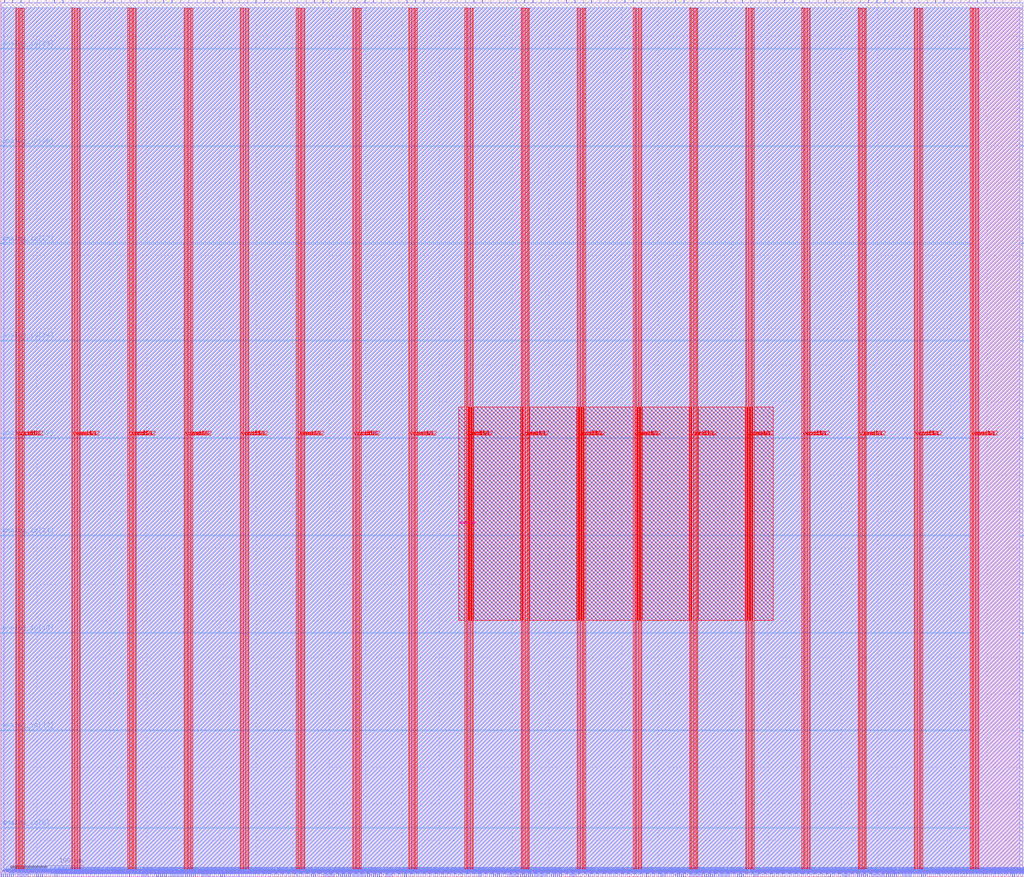
<source format=lef>
VERSION 5.7 ;
  NOWIREEXTENSIONATPIN ON ;
  DIVIDERCHAR "/" ;
  BUSBITCHARS "[]" ;
MACRO top_astria
  CLASS BLOCK ;
  FOREIGN top_astria ;
  ORIGIN 0.000 0.000 ;
  SIZE 1400.000 BY 1200.000 ;
  PIN analog_io[0]
    DIRECTION INOUT ;
    USE SIGNAL ;
    PORT
      LAYER met3 ;
        RECT 1396.000 66.680 1400.000 67.280 ;
    END
  END analog_io[0]
  PIN analog_io[10]
    DIRECTION INOUT ;
    USE SIGNAL ;
    PORT
      LAYER met2 ;
        RECT 1392.510 0.000 1392.790 4.000 ;
    END
  END analog_io[10]
  PIN analog_io[11]
    DIRECTION INOUT ;
    USE SIGNAL ;
    PORT
      LAYER met2 ;
        RECT 1347.890 1196.000 1348.170 1200.000 ;
    END
  END analog_io[11]
  PIN analog_io[12]
    DIRECTION INOUT ;
    USE SIGNAL ;
    PORT
      LAYER met3 ;
        RECT 0.000 199.960 4.000 200.560 ;
    END
  END analog_io[12]
  PIN analog_io[13]
    DIRECTION INOUT ;
    USE SIGNAL ;
    PORT
      LAYER met3 ;
        RECT 0.000 333.240 4.000 333.840 ;
    END
  END analog_io[13]
  PIN analog_io[14]
    DIRECTION INOUT ;
    USE SIGNAL ;
    PORT
      LAYER met3 ;
        RECT 0.000 466.520 4.000 467.120 ;
    END
  END analog_io[14]
  PIN analog_io[15]
    DIRECTION INOUT ;
    USE SIGNAL ;
    PORT
      LAYER met2 ;
        RECT 1359.390 1196.000 1359.670 1200.000 ;
    END
  END analog_io[15]
  PIN analog_io[16]
    DIRECTION INOUT ;
    USE SIGNAL ;
    PORT
      LAYER met3 ;
        RECT 1396.000 599.800 1400.000 600.400 ;
    END
  END analog_io[16]
  PIN analog_io[17]
    DIRECTION INOUT ;
    USE SIGNAL ;
    PORT
      LAYER met3 ;
        RECT 1396.000 733.080 1400.000 733.680 ;
    END
  END analog_io[17]
  PIN analog_io[18]
    DIRECTION INOUT ;
    USE SIGNAL ;
    PORT
      LAYER met2 ;
        RECT 1395.270 0.000 1395.550 4.000 ;
    END
  END analog_io[18]
  PIN analog_io[19]
    DIRECTION INOUT ;
    USE SIGNAL ;
    PORT
      LAYER met3 ;
        RECT 0.000 599.800 4.000 600.400 ;
    END
  END analog_io[19]
  PIN analog_io[1]
    DIRECTION INOUT ;
    USE SIGNAL ;
    PORT
      LAYER met2 ;
        RECT 1313.390 1196.000 1313.670 1200.000 ;
    END
  END analog_io[1]
  PIN analog_io[20]
    DIRECTION INOUT ;
    USE SIGNAL ;
    PORT
      LAYER met3 ;
        RECT 1396.000 866.360 1400.000 866.960 ;
    END
  END analog_io[20]
  PIN analog_io[21]
    DIRECTION INOUT ;
    USE SIGNAL ;
    PORT
      LAYER met2 ;
        RECT 1370.890 1196.000 1371.170 1200.000 ;
    END
  END analog_io[21]
  PIN analog_io[22]
    DIRECTION INOUT ;
    USE SIGNAL ;
    PORT
      LAYER met2 ;
        RECT 1382.390 1196.000 1382.670 1200.000 ;
    END
  END analog_io[22]
  PIN analog_io[23]
    DIRECTION INOUT ;
    USE SIGNAL ;
    PORT
      LAYER met2 ;
        RECT 1393.890 1196.000 1394.170 1200.000 ;
    END
  END analog_io[23]
  PIN analog_io[24]
    DIRECTION INOUT ;
    USE SIGNAL ;
    PORT
      LAYER met3 ;
        RECT 0.000 733.080 4.000 733.680 ;
    END
  END analog_io[24]
  PIN analog_io[25]
    DIRECTION INOUT ;
    USE SIGNAL ;
    PORT
      LAYER met2 ;
        RECT 1398.030 0.000 1398.310 4.000 ;
    END
  END analog_io[25]
  PIN analog_io[26]
    DIRECTION INOUT ;
    USE SIGNAL ;
    PORT
      LAYER met3 ;
        RECT 1396.000 999.640 1400.000 1000.240 ;
    END
  END analog_io[26]
  PIN analog_io[27]
    DIRECTION INOUT ;
    USE SIGNAL ;
    PORT
      LAYER met3 ;
        RECT 0.000 866.360 4.000 866.960 ;
    END
  END analog_io[27]
  PIN analog_io[28]
    DIRECTION INOUT ;
    USE SIGNAL ;
    PORT
      LAYER met3 ;
        RECT 0.000 999.640 4.000 1000.240 ;
    END
  END analog_io[28]
  PIN analog_io[29]
    DIRECTION INOUT ;
    USE SIGNAL ;
    PORT
      LAYER met3 ;
        RECT 0.000 1132.920 4.000 1133.520 ;
    END
  END analog_io[29]
  PIN analog_io[2]
    DIRECTION INOUT ;
    USE SIGNAL ;
    PORT
      LAYER met3 ;
        RECT 1396.000 199.960 1400.000 200.560 ;
    END
  END analog_io[2]
  PIN analog_io[30]
    DIRECTION INOUT ;
    USE SIGNAL ;
    PORT
      LAYER met3 ;
        RECT 1396.000 1132.920 1400.000 1133.520 ;
    END
  END analog_io[30]
  PIN analog_io[3]
    DIRECTION INOUT ;
    USE SIGNAL ;
    PORT
      LAYER met2 ;
        RECT 1386.990 0.000 1387.270 4.000 ;
    END
  END analog_io[3]
  PIN analog_io[4]
    DIRECTION INOUT ;
    USE SIGNAL ;
    PORT
      LAYER met3 ;
        RECT 1396.000 333.240 1400.000 333.840 ;
    END
  END analog_io[4]
  PIN analog_io[5]
    DIRECTION INOUT ;
    USE SIGNAL ;
    PORT
      LAYER met2 ;
        RECT 1324.890 1196.000 1325.170 1200.000 ;
    END
  END analog_io[5]
  PIN analog_io[6]
    DIRECTION INOUT ;
    USE SIGNAL ;
    PORT
      LAYER met3 ;
        RECT 0.000 66.680 4.000 67.280 ;
    END
  END analog_io[6]
  PIN analog_io[7]
    DIRECTION INOUT ;
    USE SIGNAL ;
    PORT
      LAYER met2 ;
        RECT 1336.390 1196.000 1336.670 1200.000 ;
    END
  END analog_io[7]
  PIN analog_io[8]
    DIRECTION INOUT ;
    USE SIGNAL ;
    PORT
      LAYER met2 ;
        RECT 1389.750 0.000 1390.030 4.000 ;
    END
  END analog_io[8]
  PIN analog_io[9]
    DIRECTION INOUT ;
    USE SIGNAL ;
    PORT
      LAYER met3 ;
        RECT 1396.000 466.520 1400.000 467.120 ;
    END
  END analog_io[9]
  PIN io_in[0]
    DIRECTION INPUT ;
    USE SIGNAL ;
    PORT
      LAYER met2 ;
        RECT 5.610 1196.000 5.890 1200.000 ;
    END
  END io_in[0]
  PIN io_in[10]
    DIRECTION INPUT ;
    USE SIGNAL ;
    PORT
      LAYER met2 ;
        RECT 349.690 1196.000 349.970 1200.000 ;
    END
  END io_in[10]
  PIN io_in[11]
    DIRECTION INPUT ;
    USE SIGNAL ;
    PORT
      LAYER met2 ;
        RECT 384.190 1196.000 384.470 1200.000 ;
    END
  END io_in[11]
  PIN io_in[12]
    DIRECTION INPUT ;
    USE SIGNAL ;
    PORT
      LAYER met2 ;
        RECT 418.230 1196.000 418.510 1200.000 ;
    END
  END io_in[12]
  PIN io_in[13]
    DIRECTION INPUT ;
    USE SIGNAL ;
    PORT
      LAYER met2 ;
        RECT 452.730 1196.000 453.010 1200.000 ;
    END
  END io_in[13]
  PIN io_in[14]
    DIRECTION INPUT ;
    USE SIGNAL ;
    PORT
      LAYER met2 ;
        RECT 487.230 1196.000 487.510 1200.000 ;
    END
  END io_in[14]
  PIN io_in[15]
    DIRECTION INPUT ;
    USE SIGNAL ;
    PORT
      LAYER met2 ;
        RECT 521.730 1196.000 522.010 1200.000 ;
    END
  END io_in[15]
  PIN io_in[16]
    DIRECTION INPUT ;
    USE SIGNAL ;
    PORT
      LAYER met2 ;
        RECT 556.230 1196.000 556.510 1200.000 ;
    END
  END io_in[16]
  PIN io_in[17]
    DIRECTION INPUT ;
    USE SIGNAL ;
    PORT
      LAYER met2 ;
        RECT 590.730 1196.000 591.010 1200.000 ;
    END
  END io_in[17]
  PIN io_in[18]
    DIRECTION INPUT ;
    USE SIGNAL ;
    PORT
      LAYER met2 ;
        RECT 624.770 1196.000 625.050 1200.000 ;
    END
  END io_in[18]
  PIN io_in[19]
    DIRECTION INPUT ;
    USE SIGNAL ;
    PORT
      LAYER met2 ;
        RECT 659.270 1196.000 659.550 1200.000 ;
    END
  END io_in[19]
  PIN io_in[1]
    DIRECTION INPUT ;
    USE SIGNAL ;
    PORT
      LAYER met2 ;
        RECT 39.650 1196.000 39.930 1200.000 ;
    END
  END io_in[1]
  PIN io_in[20]
    DIRECTION INPUT ;
    USE SIGNAL ;
    PORT
      LAYER met2 ;
        RECT 693.770 1196.000 694.050 1200.000 ;
    END
  END io_in[20]
  PIN io_in[21]
    DIRECTION INPUT ;
    USE SIGNAL ;
    PORT
      LAYER met2 ;
        RECT 728.270 1196.000 728.550 1200.000 ;
    END
  END io_in[21]
  PIN io_in[22]
    DIRECTION INPUT ;
    USE SIGNAL ;
    PORT
      LAYER met2 ;
        RECT 762.770 1196.000 763.050 1200.000 ;
    END
  END io_in[22]
  PIN io_in[23]
    DIRECTION INPUT ;
    USE SIGNAL ;
    PORT
      LAYER met2 ;
        RECT 797.270 1196.000 797.550 1200.000 ;
    END
  END io_in[23]
  PIN io_in[24]
    DIRECTION INPUT ;
    USE SIGNAL ;
    PORT
      LAYER met2 ;
        RECT 831.310 1196.000 831.590 1200.000 ;
    END
  END io_in[24]
  PIN io_in[25]
    DIRECTION INPUT ;
    USE SIGNAL ;
    PORT
      LAYER met2 ;
        RECT 865.810 1196.000 866.090 1200.000 ;
    END
  END io_in[25]
  PIN io_in[26]
    DIRECTION INPUT ;
    USE SIGNAL ;
    PORT
      LAYER met2 ;
        RECT 900.310 1196.000 900.590 1200.000 ;
    END
  END io_in[26]
  PIN io_in[27]
    DIRECTION INPUT ;
    USE SIGNAL ;
    PORT
      LAYER met2 ;
        RECT 934.810 1196.000 935.090 1200.000 ;
    END
  END io_in[27]
  PIN io_in[28]
    DIRECTION INPUT ;
    USE SIGNAL ;
    PORT
      LAYER met2 ;
        RECT 969.310 1196.000 969.590 1200.000 ;
    END
  END io_in[28]
  PIN io_in[29]
    DIRECTION INPUT ;
    USE SIGNAL ;
    PORT
      LAYER met2 ;
        RECT 1003.810 1196.000 1004.090 1200.000 ;
    END
  END io_in[29]
  PIN io_in[2]
    DIRECTION INPUT ;
    USE SIGNAL ;
    PORT
      LAYER met2 ;
        RECT 74.150 1196.000 74.430 1200.000 ;
    END
  END io_in[2]
  PIN io_in[30]
    DIRECTION INPUT ;
    USE SIGNAL ;
    PORT
      LAYER met2 ;
        RECT 1037.850 1196.000 1038.130 1200.000 ;
    END
  END io_in[30]
  PIN io_in[31]
    DIRECTION INPUT ;
    USE SIGNAL ;
    PORT
      LAYER met2 ;
        RECT 1072.350 1196.000 1072.630 1200.000 ;
    END
  END io_in[31]
  PIN io_in[32]
    DIRECTION INPUT ;
    USE SIGNAL ;
    PORT
      LAYER met2 ;
        RECT 1106.850 1196.000 1107.130 1200.000 ;
    END
  END io_in[32]
  PIN io_in[33]
    DIRECTION INPUT ;
    USE SIGNAL ;
    PORT
      LAYER met2 ;
        RECT 1141.350 1196.000 1141.630 1200.000 ;
    END
  END io_in[33]
  PIN io_in[34]
    DIRECTION INPUT ;
    USE SIGNAL ;
    PORT
      LAYER met2 ;
        RECT 1175.850 1196.000 1176.130 1200.000 ;
    END
  END io_in[34]
  PIN io_in[35]
    DIRECTION INPUT ;
    USE SIGNAL ;
    PORT
      LAYER met2 ;
        RECT 1209.890 1196.000 1210.170 1200.000 ;
    END
  END io_in[35]
  PIN io_in[36]
    DIRECTION INPUT ;
    USE SIGNAL ;
    PORT
      LAYER met2 ;
        RECT 1244.390 1196.000 1244.670 1200.000 ;
    END
  END io_in[36]
  PIN io_in[37]
    DIRECTION INPUT ;
    USE SIGNAL ;
    PORT
      LAYER met2 ;
        RECT 1278.890 1196.000 1279.170 1200.000 ;
    END
  END io_in[37]
  PIN io_in[3]
    DIRECTION INPUT ;
    USE SIGNAL ;
    PORT
      LAYER met2 ;
        RECT 108.650 1196.000 108.930 1200.000 ;
    END
  END io_in[3]
  PIN io_in[4]
    DIRECTION INPUT ;
    USE SIGNAL ;
    PORT
      LAYER met2 ;
        RECT 143.150 1196.000 143.430 1200.000 ;
    END
  END io_in[4]
  PIN io_in[5]
    DIRECTION INPUT ;
    USE SIGNAL ;
    PORT
      LAYER met2 ;
        RECT 177.650 1196.000 177.930 1200.000 ;
    END
  END io_in[5]
  PIN io_in[6]
    DIRECTION INPUT ;
    USE SIGNAL ;
    PORT
      LAYER met2 ;
        RECT 211.690 1196.000 211.970 1200.000 ;
    END
  END io_in[6]
  PIN io_in[7]
    DIRECTION INPUT ;
    USE SIGNAL ;
    PORT
      LAYER met2 ;
        RECT 246.190 1196.000 246.470 1200.000 ;
    END
  END io_in[7]
  PIN io_in[8]
    DIRECTION INPUT ;
    USE SIGNAL ;
    PORT
      LAYER met2 ;
        RECT 280.690 1196.000 280.970 1200.000 ;
    END
  END io_in[8]
  PIN io_in[9]
    DIRECTION INPUT ;
    USE SIGNAL ;
    PORT
      LAYER met2 ;
        RECT 315.190 1196.000 315.470 1200.000 ;
    END
  END io_in[9]
  PIN io_oeb[0]
    DIRECTION OUTPUT TRISTATE ;
    USE SIGNAL ;
    PORT
      LAYER met2 ;
        RECT 16.650 1196.000 16.930 1200.000 ;
    END
  END io_oeb[0]
  PIN io_oeb[10]
    DIRECTION OUTPUT TRISTATE ;
    USE SIGNAL ;
    PORT
      LAYER met2 ;
        RECT 361.190 1196.000 361.470 1200.000 ;
    END
  END io_oeb[10]
  PIN io_oeb[11]
    DIRECTION OUTPUT TRISTATE ;
    USE SIGNAL ;
    PORT
      LAYER met2 ;
        RECT 395.690 1196.000 395.970 1200.000 ;
    END
  END io_oeb[11]
  PIN io_oeb[12]
    DIRECTION OUTPUT TRISTATE ;
    USE SIGNAL ;
    PORT
      LAYER met2 ;
        RECT 429.730 1196.000 430.010 1200.000 ;
    END
  END io_oeb[12]
  PIN io_oeb[13]
    DIRECTION OUTPUT TRISTATE ;
    USE SIGNAL ;
    PORT
      LAYER met2 ;
        RECT 464.230 1196.000 464.510 1200.000 ;
    END
  END io_oeb[13]
  PIN io_oeb[14]
    DIRECTION OUTPUT TRISTATE ;
    USE SIGNAL ;
    PORT
      LAYER met2 ;
        RECT 498.730 1196.000 499.010 1200.000 ;
    END
  END io_oeb[14]
  PIN io_oeb[15]
    DIRECTION OUTPUT TRISTATE ;
    USE SIGNAL ;
    PORT
      LAYER met2 ;
        RECT 533.230 1196.000 533.510 1200.000 ;
    END
  END io_oeb[15]
  PIN io_oeb[16]
    DIRECTION OUTPUT TRISTATE ;
    USE SIGNAL ;
    PORT
      LAYER met2 ;
        RECT 567.730 1196.000 568.010 1200.000 ;
    END
  END io_oeb[16]
  PIN io_oeb[17]
    DIRECTION OUTPUT TRISTATE ;
    USE SIGNAL ;
    PORT
      LAYER met2 ;
        RECT 602.230 1196.000 602.510 1200.000 ;
    END
  END io_oeb[17]
  PIN io_oeb[18]
    DIRECTION OUTPUT TRISTATE ;
    USE SIGNAL ;
    PORT
      LAYER met2 ;
        RECT 636.270 1196.000 636.550 1200.000 ;
    END
  END io_oeb[18]
  PIN io_oeb[19]
    DIRECTION OUTPUT TRISTATE ;
    USE SIGNAL ;
    PORT
      LAYER met2 ;
        RECT 670.770 1196.000 671.050 1200.000 ;
    END
  END io_oeb[19]
  PIN io_oeb[1]
    DIRECTION OUTPUT TRISTATE ;
    USE SIGNAL ;
    PORT
      LAYER met2 ;
        RECT 51.150 1196.000 51.430 1200.000 ;
    END
  END io_oeb[1]
  PIN io_oeb[20]
    DIRECTION OUTPUT TRISTATE ;
    USE SIGNAL ;
    PORT
      LAYER met2 ;
        RECT 705.270 1196.000 705.550 1200.000 ;
    END
  END io_oeb[20]
  PIN io_oeb[21]
    DIRECTION OUTPUT TRISTATE ;
    USE SIGNAL ;
    PORT
      LAYER met2 ;
        RECT 739.770 1196.000 740.050 1200.000 ;
    END
  END io_oeb[21]
  PIN io_oeb[22]
    DIRECTION OUTPUT TRISTATE ;
    USE SIGNAL ;
    PORT
      LAYER met2 ;
        RECT 774.270 1196.000 774.550 1200.000 ;
    END
  END io_oeb[22]
  PIN io_oeb[23]
    DIRECTION OUTPUT TRISTATE ;
    USE SIGNAL ;
    PORT
      LAYER met2 ;
        RECT 808.310 1196.000 808.590 1200.000 ;
    END
  END io_oeb[23]
  PIN io_oeb[24]
    DIRECTION OUTPUT TRISTATE ;
    USE SIGNAL ;
    PORT
      LAYER met2 ;
        RECT 842.810 1196.000 843.090 1200.000 ;
    END
  END io_oeb[24]
  PIN io_oeb[25]
    DIRECTION OUTPUT TRISTATE ;
    USE SIGNAL ;
    PORT
      LAYER met2 ;
        RECT 877.310 1196.000 877.590 1200.000 ;
    END
  END io_oeb[25]
  PIN io_oeb[26]
    DIRECTION OUTPUT TRISTATE ;
    USE SIGNAL ;
    PORT
      LAYER met2 ;
        RECT 911.810 1196.000 912.090 1200.000 ;
    END
  END io_oeb[26]
  PIN io_oeb[27]
    DIRECTION OUTPUT TRISTATE ;
    USE SIGNAL ;
    PORT
      LAYER met2 ;
        RECT 946.310 1196.000 946.590 1200.000 ;
    END
  END io_oeb[27]
  PIN io_oeb[28]
    DIRECTION OUTPUT TRISTATE ;
    USE SIGNAL ;
    PORT
      LAYER met2 ;
        RECT 980.810 1196.000 981.090 1200.000 ;
    END
  END io_oeb[28]
  PIN io_oeb[29]
    DIRECTION OUTPUT TRISTATE ;
    USE SIGNAL ;
    PORT
      LAYER met2 ;
        RECT 1014.850 1196.000 1015.130 1200.000 ;
    END
  END io_oeb[29]
  PIN io_oeb[2]
    DIRECTION OUTPUT TRISTATE ;
    USE SIGNAL ;
    PORT
      LAYER met2 ;
        RECT 85.650 1196.000 85.930 1200.000 ;
    END
  END io_oeb[2]
  PIN io_oeb[30]
    DIRECTION OUTPUT TRISTATE ;
    USE SIGNAL ;
    PORT
      LAYER met2 ;
        RECT 1049.350 1196.000 1049.630 1200.000 ;
    END
  END io_oeb[30]
  PIN io_oeb[31]
    DIRECTION OUTPUT TRISTATE ;
    USE SIGNAL ;
    PORT
      LAYER met2 ;
        RECT 1083.850 1196.000 1084.130 1200.000 ;
    END
  END io_oeb[31]
  PIN io_oeb[32]
    DIRECTION OUTPUT TRISTATE ;
    USE SIGNAL ;
    PORT
      LAYER met2 ;
        RECT 1118.350 1196.000 1118.630 1200.000 ;
    END
  END io_oeb[32]
  PIN io_oeb[33]
    DIRECTION OUTPUT TRISTATE ;
    USE SIGNAL ;
    PORT
      LAYER met2 ;
        RECT 1152.850 1196.000 1153.130 1200.000 ;
    END
  END io_oeb[33]
  PIN io_oeb[34]
    DIRECTION OUTPUT TRISTATE ;
    USE SIGNAL ;
    PORT
      LAYER met2 ;
        RECT 1187.350 1196.000 1187.630 1200.000 ;
    END
  END io_oeb[34]
  PIN io_oeb[35]
    DIRECTION OUTPUT TRISTATE ;
    USE SIGNAL ;
    PORT
      LAYER met2 ;
        RECT 1221.390 1196.000 1221.670 1200.000 ;
    END
  END io_oeb[35]
  PIN io_oeb[36]
    DIRECTION OUTPUT TRISTATE ;
    USE SIGNAL ;
    PORT
      LAYER met2 ;
        RECT 1255.890 1196.000 1256.170 1200.000 ;
    END
  END io_oeb[36]
  PIN io_oeb[37]
    DIRECTION OUTPUT TRISTATE ;
    USE SIGNAL ;
    PORT
      LAYER met2 ;
        RECT 1290.390 1196.000 1290.670 1200.000 ;
    END
  END io_oeb[37]
  PIN io_oeb[3]
    DIRECTION OUTPUT TRISTATE ;
    USE SIGNAL ;
    PORT
      LAYER met2 ;
        RECT 120.150 1196.000 120.430 1200.000 ;
    END
  END io_oeb[3]
  PIN io_oeb[4]
    DIRECTION OUTPUT TRISTATE ;
    USE SIGNAL ;
    PORT
      LAYER met2 ;
        RECT 154.650 1196.000 154.930 1200.000 ;
    END
  END io_oeb[4]
  PIN io_oeb[5]
    DIRECTION OUTPUT TRISTATE ;
    USE SIGNAL ;
    PORT
      LAYER met2 ;
        RECT 189.150 1196.000 189.430 1200.000 ;
    END
  END io_oeb[5]
  PIN io_oeb[6]
    DIRECTION OUTPUT TRISTATE ;
    USE SIGNAL ;
    PORT
      LAYER met2 ;
        RECT 223.190 1196.000 223.470 1200.000 ;
    END
  END io_oeb[6]
  PIN io_oeb[7]
    DIRECTION OUTPUT TRISTATE ;
    USE SIGNAL ;
    PORT
      LAYER met2 ;
        RECT 257.690 1196.000 257.970 1200.000 ;
    END
  END io_oeb[7]
  PIN io_oeb[8]
    DIRECTION OUTPUT TRISTATE ;
    USE SIGNAL ;
    PORT
      LAYER met2 ;
        RECT 292.190 1196.000 292.470 1200.000 ;
    END
  END io_oeb[8]
  PIN io_oeb[9]
    DIRECTION OUTPUT TRISTATE ;
    USE SIGNAL ;
    PORT
      LAYER met2 ;
        RECT 326.690 1196.000 326.970 1200.000 ;
    END
  END io_oeb[9]
  PIN io_out[0]
    DIRECTION OUTPUT TRISTATE ;
    USE SIGNAL ;
    PORT
      LAYER met2 ;
        RECT 28.150 1196.000 28.430 1200.000 ;
    END
  END io_out[0]
  PIN io_out[10]
    DIRECTION OUTPUT TRISTATE ;
    USE SIGNAL ;
    PORT
      LAYER met2 ;
        RECT 372.690 1196.000 372.970 1200.000 ;
    END
  END io_out[10]
  PIN io_out[11]
    DIRECTION OUTPUT TRISTATE ;
    USE SIGNAL ;
    PORT
      LAYER met2 ;
        RECT 406.730 1196.000 407.010 1200.000 ;
    END
  END io_out[11]
  PIN io_out[12]
    DIRECTION OUTPUT TRISTATE ;
    USE SIGNAL ;
    PORT
      LAYER met2 ;
        RECT 441.230 1196.000 441.510 1200.000 ;
    END
  END io_out[12]
  PIN io_out[13]
    DIRECTION OUTPUT TRISTATE ;
    USE SIGNAL ;
    PORT
      LAYER met2 ;
        RECT 475.730 1196.000 476.010 1200.000 ;
    END
  END io_out[13]
  PIN io_out[14]
    DIRECTION OUTPUT TRISTATE ;
    USE SIGNAL ;
    PORT
      LAYER met2 ;
        RECT 510.230 1196.000 510.510 1200.000 ;
    END
  END io_out[14]
  PIN io_out[15]
    DIRECTION OUTPUT TRISTATE ;
    USE SIGNAL ;
    PORT
      LAYER met2 ;
        RECT 544.730 1196.000 545.010 1200.000 ;
    END
  END io_out[15]
  PIN io_out[16]
    DIRECTION OUTPUT TRISTATE ;
    USE SIGNAL ;
    PORT
      LAYER met2 ;
        RECT 579.230 1196.000 579.510 1200.000 ;
    END
  END io_out[16]
  PIN io_out[17]
    DIRECTION OUTPUT TRISTATE ;
    USE SIGNAL ;
    PORT
      LAYER met2 ;
        RECT 613.270 1196.000 613.550 1200.000 ;
    END
  END io_out[17]
  PIN io_out[18]
    DIRECTION OUTPUT TRISTATE ;
    USE SIGNAL ;
    PORT
      LAYER met2 ;
        RECT 647.770 1196.000 648.050 1200.000 ;
    END
  END io_out[18]
  PIN io_out[19]
    DIRECTION OUTPUT TRISTATE ;
    USE SIGNAL ;
    PORT
      LAYER met2 ;
        RECT 682.270 1196.000 682.550 1200.000 ;
    END
  END io_out[19]
  PIN io_out[1]
    DIRECTION OUTPUT TRISTATE ;
    USE SIGNAL ;
    PORT
      LAYER met2 ;
        RECT 62.650 1196.000 62.930 1200.000 ;
    END
  END io_out[1]
  PIN io_out[20]
    DIRECTION OUTPUT TRISTATE ;
    USE SIGNAL ;
    PORT
      LAYER met2 ;
        RECT 716.770 1196.000 717.050 1200.000 ;
    END
  END io_out[20]
  PIN io_out[21]
    DIRECTION OUTPUT TRISTATE ;
    USE SIGNAL ;
    PORT
      LAYER met2 ;
        RECT 751.270 1196.000 751.550 1200.000 ;
    END
  END io_out[21]
  PIN io_out[22]
    DIRECTION OUTPUT TRISTATE ;
    USE SIGNAL ;
    PORT
      LAYER met2 ;
        RECT 785.770 1196.000 786.050 1200.000 ;
    END
  END io_out[22]
  PIN io_out[23]
    DIRECTION OUTPUT TRISTATE ;
    USE SIGNAL ;
    PORT
      LAYER met2 ;
        RECT 819.810 1196.000 820.090 1200.000 ;
    END
  END io_out[23]
  PIN io_out[24]
    DIRECTION OUTPUT TRISTATE ;
    USE SIGNAL ;
    PORT
      LAYER met2 ;
        RECT 854.310 1196.000 854.590 1200.000 ;
    END
  END io_out[24]
  PIN io_out[25]
    DIRECTION OUTPUT TRISTATE ;
    USE SIGNAL ;
    PORT
      LAYER met2 ;
        RECT 888.810 1196.000 889.090 1200.000 ;
    END
  END io_out[25]
  PIN io_out[26]
    DIRECTION OUTPUT TRISTATE ;
    USE SIGNAL ;
    PORT
      LAYER met2 ;
        RECT 923.310 1196.000 923.590 1200.000 ;
    END
  END io_out[26]
  PIN io_out[27]
    DIRECTION OUTPUT TRISTATE ;
    USE SIGNAL ;
    PORT
      LAYER met2 ;
        RECT 957.810 1196.000 958.090 1200.000 ;
    END
  END io_out[27]
  PIN io_out[28]
    DIRECTION OUTPUT TRISTATE ;
    USE SIGNAL ;
    PORT
      LAYER met2 ;
        RECT 992.310 1196.000 992.590 1200.000 ;
    END
  END io_out[28]
  PIN io_out[29]
    DIRECTION OUTPUT TRISTATE ;
    USE SIGNAL ;
    PORT
      LAYER met2 ;
        RECT 1026.350 1196.000 1026.630 1200.000 ;
    END
  END io_out[29]
  PIN io_out[2]
    DIRECTION OUTPUT TRISTATE ;
    USE SIGNAL ;
    PORT
      LAYER met2 ;
        RECT 97.150 1196.000 97.430 1200.000 ;
    END
  END io_out[2]
  PIN io_out[30]
    DIRECTION OUTPUT TRISTATE ;
    USE SIGNAL ;
    PORT
      LAYER met2 ;
        RECT 1060.850 1196.000 1061.130 1200.000 ;
    END
  END io_out[30]
  PIN io_out[31]
    DIRECTION OUTPUT TRISTATE ;
    USE SIGNAL ;
    PORT
      LAYER met2 ;
        RECT 1095.350 1196.000 1095.630 1200.000 ;
    END
  END io_out[31]
  PIN io_out[32]
    DIRECTION OUTPUT TRISTATE ;
    USE SIGNAL ;
    PORT
      LAYER met2 ;
        RECT 1129.850 1196.000 1130.130 1200.000 ;
    END
  END io_out[32]
  PIN io_out[33]
    DIRECTION OUTPUT TRISTATE ;
    USE SIGNAL ;
    PORT
      LAYER met2 ;
        RECT 1164.350 1196.000 1164.630 1200.000 ;
    END
  END io_out[33]
  PIN io_out[34]
    DIRECTION OUTPUT TRISTATE ;
    USE SIGNAL ;
    PORT
      LAYER met2 ;
        RECT 1198.850 1196.000 1199.130 1200.000 ;
    END
  END io_out[34]
  PIN io_out[35]
    DIRECTION OUTPUT TRISTATE ;
    USE SIGNAL ;
    PORT
      LAYER met2 ;
        RECT 1232.890 1196.000 1233.170 1200.000 ;
    END
  END io_out[35]
  PIN io_out[36]
    DIRECTION OUTPUT TRISTATE ;
    USE SIGNAL ;
    PORT
      LAYER met2 ;
        RECT 1267.390 1196.000 1267.670 1200.000 ;
    END
  END io_out[36]
  PIN io_out[37]
    DIRECTION OUTPUT TRISTATE ;
    USE SIGNAL ;
    PORT
      LAYER met2 ;
        RECT 1301.890 1196.000 1302.170 1200.000 ;
    END
  END io_out[37]
  PIN io_out[3]
    DIRECTION OUTPUT TRISTATE ;
    USE SIGNAL ;
    PORT
      LAYER met2 ;
        RECT 131.650 1196.000 131.930 1200.000 ;
    END
  END io_out[3]
  PIN io_out[4]
    DIRECTION OUTPUT TRISTATE ;
    USE SIGNAL ;
    PORT
      LAYER met2 ;
        RECT 166.150 1196.000 166.430 1200.000 ;
    END
  END io_out[4]
  PIN io_out[5]
    DIRECTION OUTPUT TRISTATE ;
    USE SIGNAL ;
    PORT
      LAYER met2 ;
        RECT 200.650 1196.000 200.930 1200.000 ;
    END
  END io_out[5]
  PIN io_out[6]
    DIRECTION OUTPUT TRISTATE ;
    USE SIGNAL ;
    PORT
      LAYER met2 ;
        RECT 234.690 1196.000 234.970 1200.000 ;
    END
  END io_out[6]
  PIN io_out[7]
    DIRECTION OUTPUT TRISTATE ;
    USE SIGNAL ;
    PORT
      LAYER met2 ;
        RECT 269.190 1196.000 269.470 1200.000 ;
    END
  END io_out[7]
  PIN io_out[8]
    DIRECTION OUTPUT TRISTATE ;
    USE SIGNAL ;
    PORT
      LAYER met2 ;
        RECT 303.690 1196.000 303.970 1200.000 ;
    END
  END io_out[8]
  PIN io_out[9]
    DIRECTION OUTPUT TRISTATE ;
    USE SIGNAL ;
    PORT
      LAYER met2 ;
        RECT 338.190 1196.000 338.470 1200.000 ;
    END
  END io_out[9]
  PIN la_data_in[0]
    DIRECTION INPUT ;
    USE SIGNAL ;
    PORT
      LAYER met2 ;
        RECT 300.930 0.000 301.210 4.000 ;
    END
  END la_data_in[0]
  PIN la_data_in[100]
    DIRECTION INPUT ;
    USE SIGNAL ;
    PORT
      LAYER met2 ;
        RECT 1149.170 0.000 1149.450 4.000 ;
    END
  END la_data_in[100]
  PIN la_data_in[101]
    DIRECTION INPUT ;
    USE SIGNAL ;
    PORT
      LAYER met2 ;
        RECT 1157.910 0.000 1158.190 4.000 ;
    END
  END la_data_in[101]
  PIN la_data_in[102]
    DIRECTION INPUT ;
    USE SIGNAL ;
    PORT
      LAYER met2 ;
        RECT 1166.190 0.000 1166.470 4.000 ;
    END
  END la_data_in[102]
  PIN la_data_in[103]
    DIRECTION INPUT ;
    USE SIGNAL ;
    PORT
      LAYER met2 ;
        RECT 1174.930 0.000 1175.210 4.000 ;
    END
  END la_data_in[103]
  PIN la_data_in[104]
    DIRECTION INPUT ;
    USE SIGNAL ;
    PORT
      LAYER met2 ;
        RECT 1183.210 0.000 1183.490 4.000 ;
    END
  END la_data_in[104]
  PIN la_data_in[105]
    DIRECTION INPUT ;
    USE SIGNAL ;
    PORT
      LAYER met2 ;
        RECT 1191.950 0.000 1192.230 4.000 ;
    END
  END la_data_in[105]
  PIN la_data_in[106]
    DIRECTION INPUT ;
    USE SIGNAL ;
    PORT
      LAYER met2 ;
        RECT 1200.230 0.000 1200.510 4.000 ;
    END
  END la_data_in[106]
  PIN la_data_in[107]
    DIRECTION INPUT ;
    USE SIGNAL ;
    PORT
      LAYER met2 ;
        RECT 1208.510 0.000 1208.790 4.000 ;
    END
  END la_data_in[107]
  PIN la_data_in[108]
    DIRECTION INPUT ;
    USE SIGNAL ;
    PORT
      LAYER met2 ;
        RECT 1217.250 0.000 1217.530 4.000 ;
    END
  END la_data_in[108]
  PIN la_data_in[109]
    DIRECTION INPUT ;
    USE SIGNAL ;
    PORT
      LAYER met2 ;
        RECT 1225.530 0.000 1225.810 4.000 ;
    END
  END la_data_in[109]
  PIN la_data_in[10]
    DIRECTION INPUT ;
    USE SIGNAL ;
    PORT
      LAYER met2 ;
        RECT 386.030 0.000 386.310 4.000 ;
    END
  END la_data_in[10]
  PIN la_data_in[110]
    DIRECTION INPUT ;
    USE SIGNAL ;
    PORT
      LAYER met2 ;
        RECT 1234.270 0.000 1234.550 4.000 ;
    END
  END la_data_in[110]
  PIN la_data_in[111]
    DIRECTION INPUT ;
    USE SIGNAL ;
    PORT
      LAYER met2 ;
        RECT 1242.550 0.000 1242.830 4.000 ;
    END
  END la_data_in[111]
  PIN la_data_in[112]
    DIRECTION INPUT ;
    USE SIGNAL ;
    PORT
      LAYER met2 ;
        RECT 1251.290 0.000 1251.570 4.000 ;
    END
  END la_data_in[112]
  PIN la_data_in[113]
    DIRECTION INPUT ;
    USE SIGNAL ;
    PORT
      LAYER met2 ;
        RECT 1259.570 0.000 1259.850 4.000 ;
    END
  END la_data_in[113]
  PIN la_data_in[114]
    DIRECTION INPUT ;
    USE SIGNAL ;
    PORT
      LAYER met2 ;
        RECT 1268.310 0.000 1268.590 4.000 ;
    END
  END la_data_in[114]
  PIN la_data_in[115]
    DIRECTION INPUT ;
    USE SIGNAL ;
    PORT
      LAYER met2 ;
        RECT 1276.590 0.000 1276.870 4.000 ;
    END
  END la_data_in[115]
  PIN la_data_in[116]
    DIRECTION INPUT ;
    USE SIGNAL ;
    PORT
      LAYER met2 ;
        RECT 1284.870 0.000 1285.150 4.000 ;
    END
  END la_data_in[116]
  PIN la_data_in[117]
    DIRECTION INPUT ;
    USE SIGNAL ;
    PORT
      LAYER met2 ;
        RECT 1293.610 0.000 1293.890 4.000 ;
    END
  END la_data_in[117]
  PIN la_data_in[118]
    DIRECTION INPUT ;
    USE SIGNAL ;
    PORT
      LAYER met2 ;
        RECT 1301.890 0.000 1302.170 4.000 ;
    END
  END la_data_in[118]
  PIN la_data_in[119]
    DIRECTION INPUT ;
    USE SIGNAL ;
    PORT
      LAYER met2 ;
        RECT 1310.630 0.000 1310.910 4.000 ;
    END
  END la_data_in[119]
  PIN la_data_in[11]
    DIRECTION INPUT ;
    USE SIGNAL ;
    PORT
      LAYER met2 ;
        RECT 394.310 0.000 394.590 4.000 ;
    END
  END la_data_in[11]
  PIN la_data_in[120]
    DIRECTION INPUT ;
    USE SIGNAL ;
    PORT
      LAYER met2 ;
        RECT 1318.910 0.000 1319.190 4.000 ;
    END
  END la_data_in[120]
  PIN la_data_in[121]
    DIRECTION INPUT ;
    USE SIGNAL ;
    PORT
      LAYER met2 ;
        RECT 1327.650 0.000 1327.930 4.000 ;
    END
  END la_data_in[121]
  PIN la_data_in[122]
    DIRECTION INPUT ;
    USE SIGNAL ;
    PORT
      LAYER met2 ;
        RECT 1335.930 0.000 1336.210 4.000 ;
    END
  END la_data_in[122]
  PIN la_data_in[123]
    DIRECTION INPUT ;
    USE SIGNAL ;
    PORT
      LAYER met2 ;
        RECT 1344.670 0.000 1344.950 4.000 ;
    END
  END la_data_in[123]
  PIN la_data_in[124]
    DIRECTION INPUT ;
    USE SIGNAL ;
    PORT
      LAYER met2 ;
        RECT 1352.950 0.000 1353.230 4.000 ;
    END
  END la_data_in[124]
  PIN la_data_in[125]
    DIRECTION INPUT ;
    USE SIGNAL ;
    PORT
      LAYER met2 ;
        RECT 1361.230 0.000 1361.510 4.000 ;
    END
  END la_data_in[125]
  PIN la_data_in[126]
    DIRECTION INPUT ;
    USE SIGNAL ;
    PORT
      LAYER met2 ;
        RECT 1369.970 0.000 1370.250 4.000 ;
    END
  END la_data_in[126]
  PIN la_data_in[127]
    DIRECTION INPUT ;
    USE SIGNAL ;
    PORT
      LAYER met2 ;
        RECT 1378.250 0.000 1378.530 4.000 ;
    END
  END la_data_in[127]
  PIN la_data_in[12]
    DIRECTION INPUT ;
    USE SIGNAL ;
    PORT
      LAYER met2 ;
        RECT 402.590 0.000 402.870 4.000 ;
    END
  END la_data_in[12]
  PIN la_data_in[13]
    DIRECTION INPUT ;
    USE SIGNAL ;
    PORT
      LAYER met2 ;
        RECT 411.330 0.000 411.610 4.000 ;
    END
  END la_data_in[13]
  PIN la_data_in[14]
    DIRECTION INPUT ;
    USE SIGNAL ;
    PORT
      LAYER met2 ;
        RECT 419.610 0.000 419.890 4.000 ;
    END
  END la_data_in[14]
  PIN la_data_in[15]
    DIRECTION INPUT ;
    USE SIGNAL ;
    PORT
      LAYER met2 ;
        RECT 428.350 0.000 428.630 4.000 ;
    END
  END la_data_in[15]
  PIN la_data_in[16]
    DIRECTION INPUT ;
    USE SIGNAL ;
    PORT
      LAYER met2 ;
        RECT 436.630 0.000 436.910 4.000 ;
    END
  END la_data_in[16]
  PIN la_data_in[17]
    DIRECTION INPUT ;
    USE SIGNAL ;
    PORT
      LAYER met2 ;
        RECT 445.370 0.000 445.650 4.000 ;
    END
  END la_data_in[17]
  PIN la_data_in[18]
    DIRECTION INPUT ;
    USE SIGNAL ;
    PORT
      LAYER met2 ;
        RECT 453.650 0.000 453.930 4.000 ;
    END
  END la_data_in[18]
  PIN la_data_in[19]
    DIRECTION INPUT ;
    USE SIGNAL ;
    PORT
      LAYER met2 ;
        RECT 462.390 0.000 462.670 4.000 ;
    END
  END la_data_in[19]
  PIN la_data_in[1]
    DIRECTION INPUT ;
    USE SIGNAL ;
    PORT
      LAYER met2 ;
        RECT 309.670 0.000 309.950 4.000 ;
    END
  END la_data_in[1]
  PIN la_data_in[20]
    DIRECTION INPUT ;
    USE SIGNAL ;
    PORT
      LAYER met2 ;
        RECT 470.670 0.000 470.950 4.000 ;
    END
  END la_data_in[20]
  PIN la_data_in[21]
    DIRECTION INPUT ;
    USE SIGNAL ;
    PORT
      LAYER met2 ;
        RECT 478.950 0.000 479.230 4.000 ;
    END
  END la_data_in[21]
  PIN la_data_in[22]
    DIRECTION INPUT ;
    USE SIGNAL ;
    PORT
      LAYER met2 ;
        RECT 487.690 0.000 487.970 4.000 ;
    END
  END la_data_in[22]
  PIN la_data_in[23]
    DIRECTION INPUT ;
    USE SIGNAL ;
    PORT
      LAYER met2 ;
        RECT 495.970 0.000 496.250 4.000 ;
    END
  END la_data_in[23]
  PIN la_data_in[24]
    DIRECTION INPUT ;
    USE SIGNAL ;
    PORT
      LAYER met2 ;
        RECT 504.710 0.000 504.990 4.000 ;
    END
  END la_data_in[24]
  PIN la_data_in[25]
    DIRECTION INPUT ;
    USE SIGNAL ;
    PORT
      LAYER met2 ;
        RECT 512.990 0.000 513.270 4.000 ;
    END
  END la_data_in[25]
  PIN la_data_in[26]
    DIRECTION INPUT ;
    USE SIGNAL ;
    PORT
      LAYER met2 ;
        RECT 521.730 0.000 522.010 4.000 ;
    END
  END la_data_in[26]
  PIN la_data_in[27]
    DIRECTION INPUT ;
    USE SIGNAL ;
    PORT
      LAYER met2 ;
        RECT 530.010 0.000 530.290 4.000 ;
    END
  END la_data_in[27]
  PIN la_data_in[28]
    DIRECTION INPUT ;
    USE SIGNAL ;
    PORT
      LAYER met2 ;
        RECT 538.750 0.000 539.030 4.000 ;
    END
  END la_data_in[28]
  PIN la_data_in[29]
    DIRECTION INPUT ;
    USE SIGNAL ;
    PORT
      LAYER met2 ;
        RECT 547.030 0.000 547.310 4.000 ;
    END
  END la_data_in[29]
  PIN la_data_in[2]
    DIRECTION INPUT ;
    USE SIGNAL ;
    PORT
      LAYER met2 ;
        RECT 317.950 0.000 318.230 4.000 ;
    END
  END la_data_in[2]
  PIN la_data_in[30]
    DIRECTION INPUT ;
    USE SIGNAL ;
    PORT
      LAYER met2 ;
        RECT 555.310 0.000 555.590 4.000 ;
    END
  END la_data_in[30]
  PIN la_data_in[31]
    DIRECTION INPUT ;
    USE SIGNAL ;
    PORT
      LAYER met2 ;
        RECT 564.050 0.000 564.330 4.000 ;
    END
  END la_data_in[31]
  PIN la_data_in[32]
    DIRECTION INPUT ;
    USE SIGNAL ;
    PORT
      LAYER met2 ;
        RECT 572.330 0.000 572.610 4.000 ;
    END
  END la_data_in[32]
  PIN la_data_in[33]
    DIRECTION INPUT ;
    USE SIGNAL ;
    PORT
      LAYER met2 ;
        RECT 581.070 0.000 581.350 4.000 ;
    END
  END la_data_in[33]
  PIN la_data_in[34]
    DIRECTION INPUT ;
    USE SIGNAL ;
    PORT
      LAYER met2 ;
        RECT 589.350 0.000 589.630 4.000 ;
    END
  END la_data_in[34]
  PIN la_data_in[35]
    DIRECTION INPUT ;
    USE SIGNAL ;
    PORT
      LAYER met2 ;
        RECT 598.090 0.000 598.370 4.000 ;
    END
  END la_data_in[35]
  PIN la_data_in[36]
    DIRECTION INPUT ;
    USE SIGNAL ;
    PORT
      LAYER met2 ;
        RECT 606.370 0.000 606.650 4.000 ;
    END
  END la_data_in[36]
  PIN la_data_in[37]
    DIRECTION INPUT ;
    USE SIGNAL ;
    PORT
      LAYER met2 ;
        RECT 615.110 0.000 615.390 4.000 ;
    END
  END la_data_in[37]
  PIN la_data_in[38]
    DIRECTION INPUT ;
    USE SIGNAL ;
    PORT
      LAYER met2 ;
        RECT 623.390 0.000 623.670 4.000 ;
    END
  END la_data_in[38]
  PIN la_data_in[39]
    DIRECTION INPUT ;
    USE SIGNAL ;
    PORT
      LAYER met2 ;
        RECT 631.670 0.000 631.950 4.000 ;
    END
  END la_data_in[39]
  PIN la_data_in[3]
    DIRECTION INPUT ;
    USE SIGNAL ;
    PORT
      LAYER met2 ;
        RECT 326.230 0.000 326.510 4.000 ;
    END
  END la_data_in[3]
  PIN la_data_in[40]
    DIRECTION INPUT ;
    USE SIGNAL ;
    PORT
      LAYER met2 ;
        RECT 640.410 0.000 640.690 4.000 ;
    END
  END la_data_in[40]
  PIN la_data_in[41]
    DIRECTION INPUT ;
    USE SIGNAL ;
    PORT
      LAYER met2 ;
        RECT 648.690 0.000 648.970 4.000 ;
    END
  END la_data_in[41]
  PIN la_data_in[42]
    DIRECTION INPUT ;
    USE SIGNAL ;
    PORT
      LAYER met2 ;
        RECT 657.430 0.000 657.710 4.000 ;
    END
  END la_data_in[42]
  PIN la_data_in[43]
    DIRECTION INPUT ;
    USE SIGNAL ;
    PORT
      LAYER met2 ;
        RECT 665.710 0.000 665.990 4.000 ;
    END
  END la_data_in[43]
  PIN la_data_in[44]
    DIRECTION INPUT ;
    USE SIGNAL ;
    PORT
      LAYER met2 ;
        RECT 674.450 0.000 674.730 4.000 ;
    END
  END la_data_in[44]
  PIN la_data_in[45]
    DIRECTION INPUT ;
    USE SIGNAL ;
    PORT
      LAYER met2 ;
        RECT 682.730 0.000 683.010 4.000 ;
    END
  END la_data_in[45]
  PIN la_data_in[46]
    DIRECTION INPUT ;
    USE SIGNAL ;
    PORT
      LAYER met2 ;
        RECT 691.010 0.000 691.290 4.000 ;
    END
  END la_data_in[46]
  PIN la_data_in[47]
    DIRECTION INPUT ;
    USE SIGNAL ;
    PORT
      LAYER met2 ;
        RECT 699.750 0.000 700.030 4.000 ;
    END
  END la_data_in[47]
  PIN la_data_in[48]
    DIRECTION INPUT ;
    USE SIGNAL ;
    PORT
      LAYER met2 ;
        RECT 708.030 0.000 708.310 4.000 ;
    END
  END la_data_in[48]
  PIN la_data_in[49]
    DIRECTION INPUT ;
    USE SIGNAL ;
    PORT
      LAYER met2 ;
        RECT 716.770 0.000 717.050 4.000 ;
    END
  END la_data_in[49]
  PIN la_data_in[4]
    DIRECTION INPUT ;
    USE SIGNAL ;
    PORT
      LAYER met2 ;
        RECT 334.970 0.000 335.250 4.000 ;
    END
  END la_data_in[4]
  PIN la_data_in[50]
    DIRECTION INPUT ;
    USE SIGNAL ;
    PORT
      LAYER met2 ;
        RECT 725.050 0.000 725.330 4.000 ;
    END
  END la_data_in[50]
  PIN la_data_in[51]
    DIRECTION INPUT ;
    USE SIGNAL ;
    PORT
      LAYER met2 ;
        RECT 733.790 0.000 734.070 4.000 ;
    END
  END la_data_in[51]
  PIN la_data_in[52]
    DIRECTION INPUT ;
    USE SIGNAL ;
    PORT
      LAYER met2 ;
        RECT 742.070 0.000 742.350 4.000 ;
    END
  END la_data_in[52]
  PIN la_data_in[53]
    DIRECTION INPUT ;
    USE SIGNAL ;
    PORT
      LAYER met2 ;
        RECT 750.810 0.000 751.090 4.000 ;
    END
  END la_data_in[53]
  PIN la_data_in[54]
    DIRECTION INPUT ;
    USE SIGNAL ;
    PORT
      LAYER met2 ;
        RECT 759.090 0.000 759.370 4.000 ;
    END
  END la_data_in[54]
  PIN la_data_in[55]
    DIRECTION INPUT ;
    USE SIGNAL ;
    PORT
      LAYER met2 ;
        RECT 767.370 0.000 767.650 4.000 ;
    END
  END la_data_in[55]
  PIN la_data_in[56]
    DIRECTION INPUT ;
    USE SIGNAL ;
    PORT
      LAYER met2 ;
        RECT 776.110 0.000 776.390 4.000 ;
    END
  END la_data_in[56]
  PIN la_data_in[57]
    DIRECTION INPUT ;
    USE SIGNAL ;
    PORT
      LAYER met2 ;
        RECT 784.390 0.000 784.670 4.000 ;
    END
  END la_data_in[57]
  PIN la_data_in[58]
    DIRECTION INPUT ;
    USE SIGNAL ;
    PORT
      LAYER met2 ;
        RECT 793.130 0.000 793.410 4.000 ;
    END
  END la_data_in[58]
  PIN la_data_in[59]
    DIRECTION INPUT ;
    USE SIGNAL ;
    PORT
      LAYER met2 ;
        RECT 801.410 0.000 801.690 4.000 ;
    END
  END la_data_in[59]
  PIN la_data_in[5]
    DIRECTION INPUT ;
    USE SIGNAL ;
    PORT
      LAYER met2 ;
        RECT 343.250 0.000 343.530 4.000 ;
    END
  END la_data_in[5]
  PIN la_data_in[60]
    DIRECTION INPUT ;
    USE SIGNAL ;
    PORT
      LAYER met2 ;
        RECT 810.150 0.000 810.430 4.000 ;
    END
  END la_data_in[60]
  PIN la_data_in[61]
    DIRECTION INPUT ;
    USE SIGNAL ;
    PORT
      LAYER met2 ;
        RECT 818.430 0.000 818.710 4.000 ;
    END
  END la_data_in[61]
  PIN la_data_in[62]
    DIRECTION INPUT ;
    USE SIGNAL ;
    PORT
      LAYER met2 ;
        RECT 827.170 0.000 827.450 4.000 ;
    END
  END la_data_in[62]
  PIN la_data_in[63]
    DIRECTION INPUT ;
    USE SIGNAL ;
    PORT
      LAYER met2 ;
        RECT 835.450 0.000 835.730 4.000 ;
    END
  END la_data_in[63]
  PIN la_data_in[64]
    DIRECTION INPUT ;
    USE SIGNAL ;
    PORT
      LAYER met2 ;
        RECT 843.730 0.000 844.010 4.000 ;
    END
  END la_data_in[64]
  PIN la_data_in[65]
    DIRECTION INPUT ;
    USE SIGNAL ;
    PORT
      LAYER met2 ;
        RECT 852.470 0.000 852.750 4.000 ;
    END
  END la_data_in[65]
  PIN la_data_in[66]
    DIRECTION INPUT ;
    USE SIGNAL ;
    PORT
      LAYER met2 ;
        RECT 860.750 0.000 861.030 4.000 ;
    END
  END la_data_in[66]
  PIN la_data_in[67]
    DIRECTION INPUT ;
    USE SIGNAL ;
    PORT
      LAYER met2 ;
        RECT 869.490 0.000 869.770 4.000 ;
    END
  END la_data_in[67]
  PIN la_data_in[68]
    DIRECTION INPUT ;
    USE SIGNAL ;
    PORT
      LAYER met2 ;
        RECT 877.770 0.000 878.050 4.000 ;
    END
  END la_data_in[68]
  PIN la_data_in[69]
    DIRECTION INPUT ;
    USE SIGNAL ;
    PORT
      LAYER met2 ;
        RECT 886.510 0.000 886.790 4.000 ;
    END
  END la_data_in[69]
  PIN la_data_in[6]
    DIRECTION INPUT ;
    USE SIGNAL ;
    PORT
      LAYER met2 ;
        RECT 351.990 0.000 352.270 4.000 ;
    END
  END la_data_in[6]
  PIN la_data_in[70]
    DIRECTION INPUT ;
    USE SIGNAL ;
    PORT
      LAYER met2 ;
        RECT 894.790 0.000 895.070 4.000 ;
    END
  END la_data_in[70]
  PIN la_data_in[71]
    DIRECTION INPUT ;
    USE SIGNAL ;
    PORT
      LAYER met2 ;
        RECT 903.530 0.000 903.810 4.000 ;
    END
  END la_data_in[71]
  PIN la_data_in[72]
    DIRECTION INPUT ;
    USE SIGNAL ;
    PORT
      LAYER met2 ;
        RECT 911.810 0.000 912.090 4.000 ;
    END
  END la_data_in[72]
  PIN la_data_in[73]
    DIRECTION INPUT ;
    USE SIGNAL ;
    PORT
      LAYER met2 ;
        RECT 920.090 0.000 920.370 4.000 ;
    END
  END la_data_in[73]
  PIN la_data_in[74]
    DIRECTION INPUT ;
    USE SIGNAL ;
    PORT
      LAYER met2 ;
        RECT 928.830 0.000 929.110 4.000 ;
    END
  END la_data_in[74]
  PIN la_data_in[75]
    DIRECTION INPUT ;
    USE SIGNAL ;
    PORT
      LAYER met2 ;
        RECT 937.110 0.000 937.390 4.000 ;
    END
  END la_data_in[75]
  PIN la_data_in[76]
    DIRECTION INPUT ;
    USE SIGNAL ;
    PORT
      LAYER met2 ;
        RECT 945.850 0.000 946.130 4.000 ;
    END
  END la_data_in[76]
  PIN la_data_in[77]
    DIRECTION INPUT ;
    USE SIGNAL ;
    PORT
      LAYER met2 ;
        RECT 954.130 0.000 954.410 4.000 ;
    END
  END la_data_in[77]
  PIN la_data_in[78]
    DIRECTION INPUT ;
    USE SIGNAL ;
    PORT
      LAYER met2 ;
        RECT 962.870 0.000 963.150 4.000 ;
    END
  END la_data_in[78]
  PIN la_data_in[79]
    DIRECTION INPUT ;
    USE SIGNAL ;
    PORT
      LAYER met2 ;
        RECT 971.150 0.000 971.430 4.000 ;
    END
  END la_data_in[79]
  PIN la_data_in[7]
    DIRECTION INPUT ;
    USE SIGNAL ;
    PORT
      LAYER met2 ;
        RECT 360.270 0.000 360.550 4.000 ;
    END
  END la_data_in[7]
  PIN la_data_in[80]
    DIRECTION INPUT ;
    USE SIGNAL ;
    PORT
      LAYER met2 ;
        RECT 979.890 0.000 980.170 4.000 ;
    END
  END la_data_in[80]
  PIN la_data_in[81]
    DIRECTION INPUT ;
    USE SIGNAL ;
    PORT
      LAYER met2 ;
        RECT 988.170 0.000 988.450 4.000 ;
    END
  END la_data_in[81]
  PIN la_data_in[82]
    DIRECTION INPUT ;
    USE SIGNAL ;
    PORT
      LAYER met2 ;
        RECT 996.450 0.000 996.730 4.000 ;
    END
  END la_data_in[82]
  PIN la_data_in[83]
    DIRECTION INPUT ;
    USE SIGNAL ;
    PORT
      LAYER met2 ;
        RECT 1005.190 0.000 1005.470 4.000 ;
    END
  END la_data_in[83]
  PIN la_data_in[84]
    DIRECTION INPUT ;
    USE SIGNAL ;
    PORT
      LAYER met2 ;
        RECT 1013.470 0.000 1013.750 4.000 ;
    END
  END la_data_in[84]
  PIN la_data_in[85]
    DIRECTION INPUT ;
    USE SIGNAL ;
    PORT
      LAYER met2 ;
        RECT 1022.210 0.000 1022.490 4.000 ;
    END
  END la_data_in[85]
  PIN la_data_in[86]
    DIRECTION INPUT ;
    USE SIGNAL ;
    PORT
      LAYER met2 ;
        RECT 1030.490 0.000 1030.770 4.000 ;
    END
  END la_data_in[86]
  PIN la_data_in[87]
    DIRECTION INPUT ;
    USE SIGNAL ;
    PORT
      LAYER met2 ;
        RECT 1039.230 0.000 1039.510 4.000 ;
    END
  END la_data_in[87]
  PIN la_data_in[88]
    DIRECTION INPUT ;
    USE SIGNAL ;
    PORT
      LAYER met2 ;
        RECT 1047.510 0.000 1047.790 4.000 ;
    END
  END la_data_in[88]
  PIN la_data_in[89]
    DIRECTION INPUT ;
    USE SIGNAL ;
    PORT
      LAYER met2 ;
        RECT 1056.250 0.000 1056.530 4.000 ;
    END
  END la_data_in[89]
  PIN la_data_in[8]
    DIRECTION INPUT ;
    USE SIGNAL ;
    PORT
      LAYER met2 ;
        RECT 369.010 0.000 369.290 4.000 ;
    END
  END la_data_in[8]
  PIN la_data_in[90]
    DIRECTION INPUT ;
    USE SIGNAL ;
    PORT
      LAYER met2 ;
        RECT 1064.530 0.000 1064.810 4.000 ;
    END
  END la_data_in[90]
  PIN la_data_in[91]
    DIRECTION INPUT ;
    USE SIGNAL ;
    PORT
      LAYER met2 ;
        RECT 1072.810 0.000 1073.090 4.000 ;
    END
  END la_data_in[91]
  PIN la_data_in[92]
    DIRECTION INPUT ;
    USE SIGNAL ;
    PORT
      LAYER met2 ;
        RECT 1081.550 0.000 1081.830 4.000 ;
    END
  END la_data_in[92]
  PIN la_data_in[93]
    DIRECTION INPUT ;
    USE SIGNAL ;
    PORT
      LAYER met2 ;
        RECT 1089.830 0.000 1090.110 4.000 ;
    END
  END la_data_in[93]
  PIN la_data_in[94]
    DIRECTION INPUT ;
    USE SIGNAL ;
    PORT
      LAYER met2 ;
        RECT 1098.570 0.000 1098.850 4.000 ;
    END
  END la_data_in[94]
  PIN la_data_in[95]
    DIRECTION INPUT ;
    USE SIGNAL ;
    PORT
      LAYER met2 ;
        RECT 1106.850 0.000 1107.130 4.000 ;
    END
  END la_data_in[95]
  PIN la_data_in[96]
    DIRECTION INPUT ;
    USE SIGNAL ;
    PORT
      LAYER met2 ;
        RECT 1115.590 0.000 1115.870 4.000 ;
    END
  END la_data_in[96]
  PIN la_data_in[97]
    DIRECTION INPUT ;
    USE SIGNAL ;
    PORT
      LAYER met2 ;
        RECT 1123.870 0.000 1124.150 4.000 ;
    END
  END la_data_in[97]
  PIN la_data_in[98]
    DIRECTION INPUT ;
    USE SIGNAL ;
    PORT
      LAYER met2 ;
        RECT 1132.150 0.000 1132.430 4.000 ;
    END
  END la_data_in[98]
  PIN la_data_in[99]
    DIRECTION INPUT ;
    USE SIGNAL ;
    PORT
      LAYER met2 ;
        RECT 1140.890 0.000 1141.170 4.000 ;
    END
  END la_data_in[99]
  PIN la_data_in[9]
    DIRECTION INPUT ;
    USE SIGNAL ;
    PORT
      LAYER met2 ;
        RECT 377.290 0.000 377.570 4.000 ;
    END
  END la_data_in[9]
  PIN la_data_out[0]
    DIRECTION OUTPUT TRISTATE ;
    USE SIGNAL ;
    PORT
      LAYER met2 ;
        RECT 303.690 0.000 303.970 4.000 ;
    END
  END la_data_out[0]
  PIN la_data_out[100]
    DIRECTION OUTPUT TRISTATE ;
    USE SIGNAL ;
    PORT
      LAYER met2 ;
        RECT 1152.390 0.000 1152.670 4.000 ;
    END
  END la_data_out[100]
  PIN la_data_out[101]
    DIRECTION OUTPUT TRISTATE ;
    USE SIGNAL ;
    PORT
      LAYER met2 ;
        RECT 1160.670 0.000 1160.950 4.000 ;
    END
  END la_data_out[101]
  PIN la_data_out[102]
    DIRECTION OUTPUT TRISTATE ;
    USE SIGNAL ;
    PORT
      LAYER met2 ;
        RECT 1168.950 0.000 1169.230 4.000 ;
    END
  END la_data_out[102]
  PIN la_data_out[103]
    DIRECTION OUTPUT TRISTATE ;
    USE SIGNAL ;
    PORT
      LAYER met2 ;
        RECT 1177.690 0.000 1177.970 4.000 ;
    END
  END la_data_out[103]
  PIN la_data_out[104]
    DIRECTION OUTPUT TRISTATE ;
    USE SIGNAL ;
    PORT
      LAYER met2 ;
        RECT 1185.970 0.000 1186.250 4.000 ;
    END
  END la_data_out[104]
  PIN la_data_out[105]
    DIRECTION OUTPUT TRISTATE ;
    USE SIGNAL ;
    PORT
      LAYER met2 ;
        RECT 1194.710 0.000 1194.990 4.000 ;
    END
  END la_data_out[105]
  PIN la_data_out[106]
    DIRECTION OUTPUT TRISTATE ;
    USE SIGNAL ;
    PORT
      LAYER met2 ;
        RECT 1202.990 0.000 1203.270 4.000 ;
    END
  END la_data_out[106]
  PIN la_data_out[107]
    DIRECTION OUTPUT TRISTATE ;
    USE SIGNAL ;
    PORT
      LAYER met2 ;
        RECT 1211.730 0.000 1212.010 4.000 ;
    END
  END la_data_out[107]
  PIN la_data_out[108]
    DIRECTION OUTPUT TRISTATE ;
    USE SIGNAL ;
    PORT
      LAYER met2 ;
        RECT 1220.010 0.000 1220.290 4.000 ;
    END
  END la_data_out[108]
  PIN la_data_out[109]
    DIRECTION OUTPUT TRISTATE ;
    USE SIGNAL ;
    PORT
      LAYER met2 ;
        RECT 1228.750 0.000 1229.030 4.000 ;
    END
  END la_data_out[109]
  PIN la_data_out[10]
    DIRECTION OUTPUT TRISTATE ;
    USE SIGNAL ;
    PORT
      LAYER met2 ;
        RECT 388.790 0.000 389.070 4.000 ;
    END
  END la_data_out[10]
  PIN la_data_out[110]
    DIRECTION OUTPUT TRISTATE ;
    USE SIGNAL ;
    PORT
      LAYER met2 ;
        RECT 1237.030 0.000 1237.310 4.000 ;
    END
  END la_data_out[110]
  PIN la_data_out[111]
    DIRECTION OUTPUT TRISTATE ;
    USE SIGNAL ;
    PORT
      LAYER met2 ;
        RECT 1245.310 0.000 1245.590 4.000 ;
    END
  END la_data_out[111]
  PIN la_data_out[112]
    DIRECTION OUTPUT TRISTATE ;
    USE SIGNAL ;
    PORT
      LAYER met2 ;
        RECT 1254.050 0.000 1254.330 4.000 ;
    END
  END la_data_out[112]
  PIN la_data_out[113]
    DIRECTION OUTPUT TRISTATE ;
    USE SIGNAL ;
    PORT
      LAYER met2 ;
        RECT 1262.330 0.000 1262.610 4.000 ;
    END
  END la_data_out[113]
  PIN la_data_out[114]
    DIRECTION OUTPUT TRISTATE ;
    USE SIGNAL ;
    PORT
      LAYER met2 ;
        RECT 1271.070 0.000 1271.350 4.000 ;
    END
  END la_data_out[114]
  PIN la_data_out[115]
    DIRECTION OUTPUT TRISTATE ;
    USE SIGNAL ;
    PORT
      LAYER met2 ;
        RECT 1279.350 0.000 1279.630 4.000 ;
    END
  END la_data_out[115]
  PIN la_data_out[116]
    DIRECTION OUTPUT TRISTATE ;
    USE SIGNAL ;
    PORT
      LAYER met2 ;
        RECT 1288.090 0.000 1288.370 4.000 ;
    END
  END la_data_out[116]
  PIN la_data_out[117]
    DIRECTION OUTPUT TRISTATE ;
    USE SIGNAL ;
    PORT
      LAYER met2 ;
        RECT 1296.370 0.000 1296.650 4.000 ;
    END
  END la_data_out[117]
  PIN la_data_out[118]
    DIRECTION OUTPUT TRISTATE ;
    USE SIGNAL ;
    PORT
      LAYER met2 ;
        RECT 1304.650 0.000 1304.930 4.000 ;
    END
  END la_data_out[118]
  PIN la_data_out[119]
    DIRECTION OUTPUT TRISTATE ;
    USE SIGNAL ;
    PORT
      LAYER met2 ;
        RECT 1313.390 0.000 1313.670 4.000 ;
    END
  END la_data_out[119]
  PIN la_data_out[11]
    DIRECTION OUTPUT TRISTATE ;
    USE SIGNAL ;
    PORT
      LAYER met2 ;
        RECT 397.070 0.000 397.350 4.000 ;
    END
  END la_data_out[11]
  PIN la_data_out[120]
    DIRECTION OUTPUT TRISTATE ;
    USE SIGNAL ;
    PORT
      LAYER met2 ;
        RECT 1321.670 0.000 1321.950 4.000 ;
    END
  END la_data_out[120]
  PIN la_data_out[121]
    DIRECTION OUTPUT TRISTATE ;
    USE SIGNAL ;
    PORT
      LAYER met2 ;
        RECT 1330.410 0.000 1330.690 4.000 ;
    END
  END la_data_out[121]
  PIN la_data_out[122]
    DIRECTION OUTPUT TRISTATE ;
    USE SIGNAL ;
    PORT
      LAYER met2 ;
        RECT 1338.690 0.000 1338.970 4.000 ;
    END
  END la_data_out[122]
  PIN la_data_out[123]
    DIRECTION OUTPUT TRISTATE ;
    USE SIGNAL ;
    PORT
      LAYER met2 ;
        RECT 1347.430 0.000 1347.710 4.000 ;
    END
  END la_data_out[123]
  PIN la_data_out[124]
    DIRECTION OUTPUT TRISTATE ;
    USE SIGNAL ;
    PORT
      LAYER met2 ;
        RECT 1355.710 0.000 1355.990 4.000 ;
    END
  END la_data_out[124]
  PIN la_data_out[125]
    DIRECTION OUTPUT TRISTATE ;
    USE SIGNAL ;
    PORT
      LAYER met2 ;
        RECT 1364.450 0.000 1364.730 4.000 ;
    END
  END la_data_out[125]
  PIN la_data_out[126]
    DIRECTION OUTPUT TRISTATE ;
    USE SIGNAL ;
    PORT
      LAYER met2 ;
        RECT 1372.730 0.000 1373.010 4.000 ;
    END
  END la_data_out[126]
  PIN la_data_out[127]
    DIRECTION OUTPUT TRISTATE ;
    USE SIGNAL ;
    PORT
      LAYER met2 ;
        RECT 1381.010 0.000 1381.290 4.000 ;
    END
  END la_data_out[127]
  PIN la_data_out[12]
    DIRECTION OUTPUT TRISTATE ;
    USE SIGNAL ;
    PORT
      LAYER met2 ;
        RECT 405.810 0.000 406.090 4.000 ;
    END
  END la_data_out[12]
  PIN la_data_out[13]
    DIRECTION OUTPUT TRISTATE ;
    USE SIGNAL ;
    PORT
      LAYER met2 ;
        RECT 414.090 0.000 414.370 4.000 ;
    END
  END la_data_out[13]
  PIN la_data_out[14]
    DIRECTION OUTPUT TRISTATE ;
    USE SIGNAL ;
    PORT
      LAYER met2 ;
        RECT 422.370 0.000 422.650 4.000 ;
    END
  END la_data_out[14]
  PIN la_data_out[15]
    DIRECTION OUTPUT TRISTATE ;
    USE SIGNAL ;
    PORT
      LAYER met2 ;
        RECT 431.110 0.000 431.390 4.000 ;
    END
  END la_data_out[15]
  PIN la_data_out[16]
    DIRECTION OUTPUT TRISTATE ;
    USE SIGNAL ;
    PORT
      LAYER met2 ;
        RECT 439.390 0.000 439.670 4.000 ;
    END
  END la_data_out[16]
  PIN la_data_out[17]
    DIRECTION OUTPUT TRISTATE ;
    USE SIGNAL ;
    PORT
      LAYER met2 ;
        RECT 448.130 0.000 448.410 4.000 ;
    END
  END la_data_out[17]
  PIN la_data_out[18]
    DIRECTION OUTPUT TRISTATE ;
    USE SIGNAL ;
    PORT
      LAYER met2 ;
        RECT 456.410 0.000 456.690 4.000 ;
    END
  END la_data_out[18]
  PIN la_data_out[19]
    DIRECTION OUTPUT TRISTATE ;
    USE SIGNAL ;
    PORT
      LAYER met2 ;
        RECT 465.150 0.000 465.430 4.000 ;
    END
  END la_data_out[19]
  PIN la_data_out[1]
    DIRECTION OUTPUT TRISTATE ;
    USE SIGNAL ;
    PORT
      LAYER met2 ;
        RECT 312.430 0.000 312.710 4.000 ;
    END
  END la_data_out[1]
  PIN la_data_out[20]
    DIRECTION OUTPUT TRISTATE ;
    USE SIGNAL ;
    PORT
      LAYER met2 ;
        RECT 473.430 0.000 473.710 4.000 ;
    END
  END la_data_out[20]
  PIN la_data_out[21]
    DIRECTION OUTPUT TRISTATE ;
    USE SIGNAL ;
    PORT
      LAYER met2 ;
        RECT 482.170 0.000 482.450 4.000 ;
    END
  END la_data_out[21]
  PIN la_data_out[22]
    DIRECTION OUTPUT TRISTATE ;
    USE SIGNAL ;
    PORT
      LAYER met2 ;
        RECT 490.450 0.000 490.730 4.000 ;
    END
  END la_data_out[22]
  PIN la_data_out[23]
    DIRECTION OUTPUT TRISTATE ;
    USE SIGNAL ;
    PORT
      LAYER met2 ;
        RECT 498.730 0.000 499.010 4.000 ;
    END
  END la_data_out[23]
  PIN la_data_out[24]
    DIRECTION OUTPUT TRISTATE ;
    USE SIGNAL ;
    PORT
      LAYER met2 ;
        RECT 507.470 0.000 507.750 4.000 ;
    END
  END la_data_out[24]
  PIN la_data_out[25]
    DIRECTION OUTPUT TRISTATE ;
    USE SIGNAL ;
    PORT
      LAYER met2 ;
        RECT 515.750 0.000 516.030 4.000 ;
    END
  END la_data_out[25]
  PIN la_data_out[26]
    DIRECTION OUTPUT TRISTATE ;
    USE SIGNAL ;
    PORT
      LAYER met2 ;
        RECT 524.490 0.000 524.770 4.000 ;
    END
  END la_data_out[26]
  PIN la_data_out[27]
    DIRECTION OUTPUT TRISTATE ;
    USE SIGNAL ;
    PORT
      LAYER met2 ;
        RECT 532.770 0.000 533.050 4.000 ;
    END
  END la_data_out[27]
  PIN la_data_out[28]
    DIRECTION OUTPUT TRISTATE ;
    USE SIGNAL ;
    PORT
      LAYER met2 ;
        RECT 541.510 0.000 541.790 4.000 ;
    END
  END la_data_out[28]
  PIN la_data_out[29]
    DIRECTION OUTPUT TRISTATE ;
    USE SIGNAL ;
    PORT
      LAYER met2 ;
        RECT 549.790 0.000 550.070 4.000 ;
    END
  END la_data_out[29]
  PIN la_data_out[2]
    DIRECTION OUTPUT TRISTATE ;
    USE SIGNAL ;
    PORT
      LAYER met2 ;
        RECT 320.710 0.000 320.990 4.000 ;
    END
  END la_data_out[2]
  PIN la_data_out[30]
    DIRECTION OUTPUT TRISTATE ;
    USE SIGNAL ;
    PORT
      LAYER met2 ;
        RECT 558.530 0.000 558.810 4.000 ;
    END
  END la_data_out[30]
  PIN la_data_out[31]
    DIRECTION OUTPUT TRISTATE ;
    USE SIGNAL ;
    PORT
      LAYER met2 ;
        RECT 566.810 0.000 567.090 4.000 ;
    END
  END la_data_out[31]
  PIN la_data_out[32]
    DIRECTION OUTPUT TRISTATE ;
    USE SIGNAL ;
    PORT
      LAYER met2 ;
        RECT 575.090 0.000 575.370 4.000 ;
    END
  END la_data_out[32]
  PIN la_data_out[33]
    DIRECTION OUTPUT TRISTATE ;
    USE SIGNAL ;
    PORT
      LAYER met2 ;
        RECT 583.830 0.000 584.110 4.000 ;
    END
  END la_data_out[33]
  PIN la_data_out[34]
    DIRECTION OUTPUT TRISTATE ;
    USE SIGNAL ;
    PORT
      LAYER met2 ;
        RECT 592.110 0.000 592.390 4.000 ;
    END
  END la_data_out[34]
  PIN la_data_out[35]
    DIRECTION OUTPUT TRISTATE ;
    USE SIGNAL ;
    PORT
      LAYER met2 ;
        RECT 600.850 0.000 601.130 4.000 ;
    END
  END la_data_out[35]
  PIN la_data_out[36]
    DIRECTION OUTPUT TRISTATE ;
    USE SIGNAL ;
    PORT
      LAYER met2 ;
        RECT 609.130 0.000 609.410 4.000 ;
    END
  END la_data_out[36]
  PIN la_data_out[37]
    DIRECTION OUTPUT TRISTATE ;
    USE SIGNAL ;
    PORT
      LAYER met2 ;
        RECT 617.870 0.000 618.150 4.000 ;
    END
  END la_data_out[37]
  PIN la_data_out[38]
    DIRECTION OUTPUT TRISTATE ;
    USE SIGNAL ;
    PORT
      LAYER met2 ;
        RECT 626.150 0.000 626.430 4.000 ;
    END
  END la_data_out[38]
  PIN la_data_out[39]
    DIRECTION OUTPUT TRISTATE ;
    USE SIGNAL ;
    PORT
      LAYER met2 ;
        RECT 634.890 0.000 635.170 4.000 ;
    END
  END la_data_out[39]
  PIN la_data_out[3]
    DIRECTION OUTPUT TRISTATE ;
    USE SIGNAL ;
    PORT
      LAYER met2 ;
        RECT 329.450 0.000 329.730 4.000 ;
    END
  END la_data_out[3]
  PIN la_data_out[40]
    DIRECTION OUTPUT TRISTATE ;
    USE SIGNAL ;
    PORT
      LAYER met2 ;
        RECT 643.170 0.000 643.450 4.000 ;
    END
  END la_data_out[40]
  PIN la_data_out[41]
    DIRECTION OUTPUT TRISTATE ;
    USE SIGNAL ;
    PORT
      LAYER met2 ;
        RECT 651.450 0.000 651.730 4.000 ;
    END
  END la_data_out[41]
  PIN la_data_out[42]
    DIRECTION OUTPUT TRISTATE ;
    USE SIGNAL ;
    PORT
      LAYER met2 ;
        RECT 660.190 0.000 660.470 4.000 ;
    END
  END la_data_out[42]
  PIN la_data_out[43]
    DIRECTION OUTPUT TRISTATE ;
    USE SIGNAL ;
    PORT
      LAYER met2 ;
        RECT 668.470 0.000 668.750 4.000 ;
    END
  END la_data_out[43]
  PIN la_data_out[44]
    DIRECTION OUTPUT TRISTATE ;
    USE SIGNAL ;
    PORT
      LAYER met2 ;
        RECT 677.210 0.000 677.490 4.000 ;
    END
  END la_data_out[44]
  PIN la_data_out[45]
    DIRECTION OUTPUT TRISTATE ;
    USE SIGNAL ;
    PORT
      LAYER met2 ;
        RECT 685.490 0.000 685.770 4.000 ;
    END
  END la_data_out[45]
  PIN la_data_out[46]
    DIRECTION OUTPUT TRISTATE ;
    USE SIGNAL ;
    PORT
      LAYER met2 ;
        RECT 694.230 0.000 694.510 4.000 ;
    END
  END la_data_out[46]
  PIN la_data_out[47]
    DIRECTION OUTPUT TRISTATE ;
    USE SIGNAL ;
    PORT
      LAYER met2 ;
        RECT 702.510 0.000 702.790 4.000 ;
    END
  END la_data_out[47]
  PIN la_data_out[48]
    DIRECTION OUTPUT TRISTATE ;
    USE SIGNAL ;
    PORT
      LAYER met2 ;
        RECT 711.250 0.000 711.530 4.000 ;
    END
  END la_data_out[48]
  PIN la_data_out[49]
    DIRECTION OUTPUT TRISTATE ;
    USE SIGNAL ;
    PORT
      LAYER met2 ;
        RECT 719.530 0.000 719.810 4.000 ;
    END
  END la_data_out[49]
  PIN la_data_out[4]
    DIRECTION OUTPUT TRISTATE ;
    USE SIGNAL ;
    PORT
      LAYER met2 ;
        RECT 337.730 0.000 338.010 4.000 ;
    END
  END la_data_out[4]
  PIN la_data_out[50]
    DIRECTION OUTPUT TRISTATE ;
    USE SIGNAL ;
    PORT
      LAYER met2 ;
        RECT 727.810 0.000 728.090 4.000 ;
    END
  END la_data_out[50]
  PIN la_data_out[51]
    DIRECTION OUTPUT TRISTATE ;
    USE SIGNAL ;
    PORT
      LAYER met2 ;
        RECT 736.550 0.000 736.830 4.000 ;
    END
  END la_data_out[51]
  PIN la_data_out[52]
    DIRECTION OUTPUT TRISTATE ;
    USE SIGNAL ;
    PORT
      LAYER met2 ;
        RECT 744.830 0.000 745.110 4.000 ;
    END
  END la_data_out[52]
  PIN la_data_out[53]
    DIRECTION OUTPUT TRISTATE ;
    USE SIGNAL ;
    PORT
      LAYER met2 ;
        RECT 753.570 0.000 753.850 4.000 ;
    END
  END la_data_out[53]
  PIN la_data_out[54]
    DIRECTION OUTPUT TRISTATE ;
    USE SIGNAL ;
    PORT
      LAYER met2 ;
        RECT 761.850 0.000 762.130 4.000 ;
    END
  END la_data_out[54]
  PIN la_data_out[55]
    DIRECTION OUTPUT TRISTATE ;
    USE SIGNAL ;
    PORT
      LAYER met2 ;
        RECT 770.590 0.000 770.870 4.000 ;
    END
  END la_data_out[55]
  PIN la_data_out[56]
    DIRECTION OUTPUT TRISTATE ;
    USE SIGNAL ;
    PORT
      LAYER met2 ;
        RECT 778.870 0.000 779.150 4.000 ;
    END
  END la_data_out[56]
  PIN la_data_out[57]
    DIRECTION OUTPUT TRISTATE ;
    USE SIGNAL ;
    PORT
      LAYER met2 ;
        RECT 787.150 0.000 787.430 4.000 ;
    END
  END la_data_out[57]
  PIN la_data_out[58]
    DIRECTION OUTPUT TRISTATE ;
    USE SIGNAL ;
    PORT
      LAYER met2 ;
        RECT 795.890 0.000 796.170 4.000 ;
    END
  END la_data_out[58]
  PIN la_data_out[59]
    DIRECTION OUTPUT TRISTATE ;
    USE SIGNAL ;
    PORT
      LAYER met2 ;
        RECT 804.170 0.000 804.450 4.000 ;
    END
  END la_data_out[59]
  PIN la_data_out[5]
    DIRECTION OUTPUT TRISTATE ;
    USE SIGNAL ;
    PORT
      LAYER met2 ;
        RECT 346.010 0.000 346.290 4.000 ;
    END
  END la_data_out[5]
  PIN la_data_out[60]
    DIRECTION OUTPUT TRISTATE ;
    USE SIGNAL ;
    PORT
      LAYER met2 ;
        RECT 812.910 0.000 813.190 4.000 ;
    END
  END la_data_out[60]
  PIN la_data_out[61]
    DIRECTION OUTPUT TRISTATE ;
    USE SIGNAL ;
    PORT
      LAYER met2 ;
        RECT 821.190 0.000 821.470 4.000 ;
    END
  END la_data_out[61]
  PIN la_data_out[62]
    DIRECTION OUTPUT TRISTATE ;
    USE SIGNAL ;
    PORT
      LAYER met2 ;
        RECT 829.930 0.000 830.210 4.000 ;
    END
  END la_data_out[62]
  PIN la_data_out[63]
    DIRECTION OUTPUT TRISTATE ;
    USE SIGNAL ;
    PORT
      LAYER met2 ;
        RECT 838.210 0.000 838.490 4.000 ;
    END
  END la_data_out[63]
  PIN la_data_out[64]
    DIRECTION OUTPUT TRISTATE ;
    USE SIGNAL ;
    PORT
      LAYER met2 ;
        RECT 846.950 0.000 847.230 4.000 ;
    END
  END la_data_out[64]
  PIN la_data_out[65]
    DIRECTION OUTPUT TRISTATE ;
    USE SIGNAL ;
    PORT
      LAYER met2 ;
        RECT 855.230 0.000 855.510 4.000 ;
    END
  END la_data_out[65]
  PIN la_data_out[66]
    DIRECTION OUTPUT TRISTATE ;
    USE SIGNAL ;
    PORT
      LAYER met2 ;
        RECT 863.510 0.000 863.790 4.000 ;
    END
  END la_data_out[66]
  PIN la_data_out[67]
    DIRECTION OUTPUT TRISTATE ;
    USE SIGNAL ;
    PORT
      LAYER met2 ;
        RECT 872.250 0.000 872.530 4.000 ;
    END
  END la_data_out[67]
  PIN la_data_out[68]
    DIRECTION OUTPUT TRISTATE ;
    USE SIGNAL ;
    PORT
      LAYER met2 ;
        RECT 880.530 0.000 880.810 4.000 ;
    END
  END la_data_out[68]
  PIN la_data_out[69]
    DIRECTION OUTPUT TRISTATE ;
    USE SIGNAL ;
    PORT
      LAYER met2 ;
        RECT 889.270 0.000 889.550 4.000 ;
    END
  END la_data_out[69]
  PIN la_data_out[6]
    DIRECTION OUTPUT TRISTATE ;
    USE SIGNAL ;
    PORT
      LAYER met2 ;
        RECT 354.750 0.000 355.030 4.000 ;
    END
  END la_data_out[6]
  PIN la_data_out[70]
    DIRECTION OUTPUT TRISTATE ;
    USE SIGNAL ;
    PORT
      LAYER met2 ;
        RECT 897.550 0.000 897.830 4.000 ;
    END
  END la_data_out[70]
  PIN la_data_out[71]
    DIRECTION OUTPUT TRISTATE ;
    USE SIGNAL ;
    PORT
      LAYER met2 ;
        RECT 906.290 0.000 906.570 4.000 ;
    END
  END la_data_out[71]
  PIN la_data_out[72]
    DIRECTION OUTPUT TRISTATE ;
    USE SIGNAL ;
    PORT
      LAYER met2 ;
        RECT 914.570 0.000 914.850 4.000 ;
    END
  END la_data_out[72]
  PIN la_data_out[73]
    DIRECTION OUTPUT TRISTATE ;
    USE SIGNAL ;
    PORT
      LAYER met2 ;
        RECT 923.310 0.000 923.590 4.000 ;
    END
  END la_data_out[73]
  PIN la_data_out[74]
    DIRECTION OUTPUT TRISTATE ;
    USE SIGNAL ;
    PORT
      LAYER met2 ;
        RECT 931.590 0.000 931.870 4.000 ;
    END
  END la_data_out[74]
  PIN la_data_out[75]
    DIRECTION OUTPUT TRISTATE ;
    USE SIGNAL ;
    PORT
      LAYER met2 ;
        RECT 939.870 0.000 940.150 4.000 ;
    END
  END la_data_out[75]
  PIN la_data_out[76]
    DIRECTION OUTPUT TRISTATE ;
    USE SIGNAL ;
    PORT
      LAYER met2 ;
        RECT 948.610 0.000 948.890 4.000 ;
    END
  END la_data_out[76]
  PIN la_data_out[77]
    DIRECTION OUTPUT TRISTATE ;
    USE SIGNAL ;
    PORT
      LAYER met2 ;
        RECT 956.890 0.000 957.170 4.000 ;
    END
  END la_data_out[77]
  PIN la_data_out[78]
    DIRECTION OUTPUT TRISTATE ;
    USE SIGNAL ;
    PORT
      LAYER met2 ;
        RECT 965.630 0.000 965.910 4.000 ;
    END
  END la_data_out[78]
  PIN la_data_out[79]
    DIRECTION OUTPUT TRISTATE ;
    USE SIGNAL ;
    PORT
      LAYER met2 ;
        RECT 973.910 0.000 974.190 4.000 ;
    END
  END la_data_out[79]
  PIN la_data_out[7]
    DIRECTION OUTPUT TRISTATE ;
    USE SIGNAL ;
    PORT
      LAYER met2 ;
        RECT 363.030 0.000 363.310 4.000 ;
    END
  END la_data_out[7]
  PIN la_data_out[80]
    DIRECTION OUTPUT TRISTATE ;
    USE SIGNAL ;
    PORT
      LAYER met2 ;
        RECT 982.650 0.000 982.930 4.000 ;
    END
  END la_data_out[80]
  PIN la_data_out[81]
    DIRECTION OUTPUT TRISTATE ;
    USE SIGNAL ;
    PORT
      LAYER met2 ;
        RECT 990.930 0.000 991.210 4.000 ;
    END
  END la_data_out[81]
  PIN la_data_out[82]
    DIRECTION OUTPUT TRISTATE ;
    USE SIGNAL ;
    PORT
      LAYER met2 ;
        RECT 999.670 0.000 999.950 4.000 ;
    END
  END la_data_out[82]
  PIN la_data_out[83]
    DIRECTION OUTPUT TRISTATE ;
    USE SIGNAL ;
    PORT
      LAYER met2 ;
        RECT 1007.950 0.000 1008.230 4.000 ;
    END
  END la_data_out[83]
  PIN la_data_out[84]
    DIRECTION OUTPUT TRISTATE ;
    USE SIGNAL ;
    PORT
      LAYER met2 ;
        RECT 1016.230 0.000 1016.510 4.000 ;
    END
  END la_data_out[84]
  PIN la_data_out[85]
    DIRECTION OUTPUT TRISTATE ;
    USE SIGNAL ;
    PORT
      LAYER met2 ;
        RECT 1024.970 0.000 1025.250 4.000 ;
    END
  END la_data_out[85]
  PIN la_data_out[86]
    DIRECTION OUTPUT TRISTATE ;
    USE SIGNAL ;
    PORT
      LAYER met2 ;
        RECT 1033.250 0.000 1033.530 4.000 ;
    END
  END la_data_out[86]
  PIN la_data_out[87]
    DIRECTION OUTPUT TRISTATE ;
    USE SIGNAL ;
    PORT
      LAYER met2 ;
        RECT 1041.990 0.000 1042.270 4.000 ;
    END
  END la_data_out[87]
  PIN la_data_out[88]
    DIRECTION OUTPUT TRISTATE ;
    USE SIGNAL ;
    PORT
      LAYER met2 ;
        RECT 1050.270 0.000 1050.550 4.000 ;
    END
  END la_data_out[88]
  PIN la_data_out[89]
    DIRECTION OUTPUT TRISTATE ;
    USE SIGNAL ;
    PORT
      LAYER met2 ;
        RECT 1059.010 0.000 1059.290 4.000 ;
    END
  END la_data_out[89]
  PIN la_data_out[8]
    DIRECTION OUTPUT TRISTATE ;
    USE SIGNAL ;
    PORT
      LAYER met2 ;
        RECT 371.770 0.000 372.050 4.000 ;
    END
  END la_data_out[8]
  PIN la_data_out[90]
    DIRECTION OUTPUT TRISTATE ;
    USE SIGNAL ;
    PORT
      LAYER met2 ;
        RECT 1067.290 0.000 1067.570 4.000 ;
    END
  END la_data_out[90]
  PIN la_data_out[91]
    DIRECTION OUTPUT TRISTATE ;
    USE SIGNAL ;
    PORT
      LAYER met2 ;
        RECT 1076.030 0.000 1076.310 4.000 ;
    END
  END la_data_out[91]
  PIN la_data_out[92]
    DIRECTION OUTPUT TRISTATE ;
    USE SIGNAL ;
    PORT
      LAYER met2 ;
        RECT 1084.310 0.000 1084.590 4.000 ;
    END
  END la_data_out[92]
  PIN la_data_out[93]
    DIRECTION OUTPUT TRISTATE ;
    USE SIGNAL ;
    PORT
      LAYER met2 ;
        RECT 1092.590 0.000 1092.870 4.000 ;
    END
  END la_data_out[93]
  PIN la_data_out[94]
    DIRECTION OUTPUT TRISTATE ;
    USE SIGNAL ;
    PORT
      LAYER met2 ;
        RECT 1101.330 0.000 1101.610 4.000 ;
    END
  END la_data_out[94]
  PIN la_data_out[95]
    DIRECTION OUTPUT TRISTATE ;
    USE SIGNAL ;
    PORT
      LAYER met2 ;
        RECT 1109.610 0.000 1109.890 4.000 ;
    END
  END la_data_out[95]
  PIN la_data_out[96]
    DIRECTION OUTPUT TRISTATE ;
    USE SIGNAL ;
    PORT
      LAYER met2 ;
        RECT 1118.350 0.000 1118.630 4.000 ;
    END
  END la_data_out[96]
  PIN la_data_out[97]
    DIRECTION OUTPUT TRISTATE ;
    USE SIGNAL ;
    PORT
      LAYER met2 ;
        RECT 1126.630 0.000 1126.910 4.000 ;
    END
  END la_data_out[97]
  PIN la_data_out[98]
    DIRECTION OUTPUT TRISTATE ;
    USE SIGNAL ;
    PORT
      LAYER met2 ;
        RECT 1135.370 0.000 1135.650 4.000 ;
    END
  END la_data_out[98]
  PIN la_data_out[99]
    DIRECTION OUTPUT TRISTATE ;
    USE SIGNAL ;
    PORT
      LAYER met2 ;
        RECT 1143.650 0.000 1143.930 4.000 ;
    END
  END la_data_out[99]
  PIN la_data_out[9]
    DIRECTION OUTPUT TRISTATE ;
    USE SIGNAL ;
    PORT
      LAYER met2 ;
        RECT 380.050 0.000 380.330 4.000 ;
    END
  END la_data_out[9]
  PIN la_oen[0]
    DIRECTION INPUT ;
    USE SIGNAL ;
    PORT
      LAYER met2 ;
        RECT 306.450 0.000 306.730 4.000 ;
    END
  END la_oen[0]
  PIN la_oen[100]
    DIRECTION INPUT ;
    USE SIGNAL ;
    PORT
      LAYER met2 ;
        RECT 1155.150 0.000 1155.430 4.000 ;
    END
  END la_oen[100]
  PIN la_oen[101]
    DIRECTION INPUT ;
    USE SIGNAL ;
    PORT
      LAYER met2 ;
        RECT 1163.430 0.000 1163.710 4.000 ;
    END
  END la_oen[101]
  PIN la_oen[102]
    DIRECTION INPUT ;
    USE SIGNAL ;
    PORT
      LAYER met2 ;
        RECT 1172.170 0.000 1172.450 4.000 ;
    END
  END la_oen[102]
  PIN la_oen[103]
    DIRECTION INPUT ;
    USE SIGNAL ;
    PORT
      LAYER met2 ;
        RECT 1180.450 0.000 1180.730 4.000 ;
    END
  END la_oen[103]
  PIN la_oen[104]
    DIRECTION INPUT ;
    USE SIGNAL ;
    PORT
      LAYER met2 ;
        RECT 1188.730 0.000 1189.010 4.000 ;
    END
  END la_oen[104]
  PIN la_oen[105]
    DIRECTION INPUT ;
    USE SIGNAL ;
    PORT
      LAYER met2 ;
        RECT 1197.470 0.000 1197.750 4.000 ;
    END
  END la_oen[105]
  PIN la_oen[106]
    DIRECTION INPUT ;
    USE SIGNAL ;
    PORT
      LAYER met2 ;
        RECT 1205.750 0.000 1206.030 4.000 ;
    END
  END la_oen[106]
  PIN la_oen[107]
    DIRECTION INPUT ;
    USE SIGNAL ;
    PORT
      LAYER met2 ;
        RECT 1214.490 0.000 1214.770 4.000 ;
    END
  END la_oen[107]
  PIN la_oen[108]
    DIRECTION INPUT ;
    USE SIGNAL ;
    PORT
      LAYER met2 ;
        RECT 1222.770 0.000 1223.050 4.000 ;
    END
  END la_oen[108]
  PIN la_oen[109]
    DIRECTION INPUT ;
    USE SIGNAL ;
    PORT
      LAYER met2 ;
        RECT 1231.510 0.000 1231.790 4.000 ;
    END
  END la_oen[109]
  PIN la_oen[10]
    DIRECTION INPUT ;
    USE SIGNAL ;
    PORT
      LAYER met2 ;
        RECT 391.550 0.000 391.830 4.000 ;
    END
  END la_oen[10]
  PIN la_oen[110]
    DIRECTION INPUT ;
    USE SIGNAL ;
    PORT
      LAYER met2 ;
        RECT 1239.790 0.000 1240.070 4.000 ;
    END
  END la_oen[110]
  PIN la_oen[111]
    DIRECTION INPUT ;
    USE SIGNAL ;
    PORT
      LAYER met2 ;
        RECT 1248.530 0.000 1248.810 4.000 ;
    END
  END la_oen[111]
  PIN la_oen[112]
    DIRECTION INPUT ;
    USE SIGNAL ;
    PORT
      LAYER met2 ;
        RECT 1256.810 0.000 1257.090 4.000 ;
    END
  END la_oen[112]
  PIN la_oen[113]
    DIRECTION INPUT ;
    USE SIGNAL ;
    PORT
      LAYER met2 ;
        RECT 1265.090 0.000 1265.370 4.000 ;
    END
  END la_oen[113]
  PIN la_oen[114]
    DIRECTION INPUT ;
    USE SIGNAL ;
    PORT
      LAYER met2 ;
        RECT 1273.830 0.000 1274.110 4.000 ;
    END
  END la_oen[114]
  PIN la_oen[115]
    DIRECTION INPUT ;
    USE SIGNAL ;
    PORT
      LAYER met2 ;
        RECT 1282.110 0.000 1282.390 4.000 ;
    END
  END la_oen[115]
  PIN la_oen[116]
    DIRECTION INPUT ;
    USE SIGNAL ;
    PORT
      LAYER met2 ;
        RECT 1290.850 0.000 1291.130 4.000 ;
    END
  END la_oen[116]
  PIN la_oen[117]
    DIRECTION INPUT ;
    USE SIGNAL ;
    PORT
      LAYER met2 ;
        RECT 1299.130 0.000 1299.410 4.000 ;
    END
  END la_oen[117]
  PIN la_oen[118]
    DIRECTION INPUT ;
    USE SIGNAL ;
    PORT
      LAYER met2 ;
        RECT 1307.870 0.000 1308.150 4.000 ;
    END
  END la_oen[118]
  PIN la_oen[119]
    DIRECTION INPUT ;
    USE SIGNAL ;
    PORT
      LAYER met2 ;
        RECT 1316.150 0.000 1316.430 4.000 ;
    END
  END la_oen[119]
  PIN la_oen[11]
    DIRECTION INPUT ;
    USE SIGNAL ;
    PORT
      LAYER met2 ;
        RECT 399.830 0.000 400.110 4.000 ;
    END
  END la_oen[11]
  PIN la_oen[120]
    DIRECTION INPUT ;
    USE SIGNAL ;
    PORT
      LAYER met2 ;
        RECT 1324.890 0.000 1325.170 4.000 ;
    END
  END la_oen[120]
  PIN la_oen[121]
    DIRECTION INPUT ;
    USE SIGNAL ;
    PORT
      LAYER met2 ;
        RECT 1333.170 0.000 1333.450 4.000 ;
    END
  END la_oen[121]
  PIN la_oen[122]
    DIRECTION INPUT ;
    USE SIGNAL ;
    PORT
      LAYER met2 ;
        RECT 1341.450 0.000 1341.730 4.000 ;
    END
  END la_oen[122]
  PIN la_oen[123]
    DIRECTION INPUT ;
    USE SIGNAL ;
    PORT
      LAYER met2 ;
        RECT 1350.190 0.000 1350.470 4.000 ;
    END
  END la_oen[123]
  PIN la_oen[124]
    DIRECTION INPUT ;
    USE SIGNAL ;
    PORT
      LAYER met2 ;
        RECT 1358.470 0.000 1358.750 4.000 ;
    END
  END la_oen[124]
  PIN la_oen[125]
    DIRECTION INPUT ;
    USE SIGNAL ;
    PORT
      LAYER met2 ;
        RECT 1367.210 0.000 1367.490 4.000 ;
    END
  END la_oen[125]
  PIN la_oen[126]
    DIRECTION INPUT ;
    USE SIGNAL ;
    PORT
      LAYER met2 ;
        RECT 1375.490 0.000 1375.770 4.000 ;
    END
  END la_oen[126]
  PIN la_oen[127]
    DIRECTION INPUT ;
    USE SIGNAL ;
    PORT
      LAYER met2 ;
        RECT 1384.230 0.000 1384.510 4.000 ;
    END
  END la_oen[127]
  PIN la_oen[12]
    DIRECTION INPUT ;
    USE SIGNAL ;
    PORT
      LAYER met2 ;
        RECT 408.570 0.000 408.850 4.000 ;
    END
  END la_oen[12]
  PIN la_oen[13]
    DIRECTION INPUT ;
    USE SIGNAL ;
    PORT
      LAYER met2 ;
        RECT 416.850 0.000 417.130 4.000 ;
    END
  END la_oen[13]
  PIN la_oen[14]
    DIRECTION INPUT ;
    USE SIGNAL ;
    PORT
      LAYER met2 ;
        RECT 425.590 0.000 425.870 4.000 ;
    END
  END la_oen[14]
  PIN la_oen[15]
    DIRECTION INPUT ;
    USE SIGNAL ;
    PORT
      LAYER met2 ;
        RECT 433.870 0.000 434.150 4.000 ;
    END
  END la_oen[15]
  PIN la_oen[16]
    DIRECTION INPUT ;
    USE SIGNAL ;
    PORT
      LAYER met2 ;
        RECT 442.610 0.000 442.890 4.000 ;
    END
  END la_oen[16]
  PIN la_oen[17]
    DIRECTION INPUT ;
    USE SIGNAL ;
    PORT
      LAYER met2 ;
        RECT 450.890 0.000 451.170 4.000 ;
    END
  END la_oen[17]
  PIN la_oen[18]
    DIRECTION INPUT ;
    USE SIGNAL ;
    PORT
      LAYER met2 ;
        RECT 459.170 0.000 459.450 4.000 ;
    END
  END la_oen[18]
  PIN la_oen[19]
    DIRECTION INPUT ;
    USE SIGNAL ;
    PORT
      LAYER met2 ;
        RECT 467.910 0.000 468.190 4.000 ;
    END
  END la_oen[19]
  PIN la_oen[1]
    DIRECTION INPUT ;
    USE SIGNAL ;
    PORT
      LAYER met2 ;
        RECT 315.190 0.000 315.470 4.000 ;
    END
  END la_oen[1]
  PIN la_oen[20]
    DIRECTION INPUT ;
    USE SIGNAL ;
    PORT
      LAYER met2 ;
        RECT 476.190 0.000 476.470 4.000 ;
    END
  END la_oen[20]
  PIN la_oen[21]
    DIRECTION INPUT ;
    USE SIGNAL ;
    PORT
      LAYER met2 ;
        RECT 484.930 0.000 485.210 4.000 ;
    END
  END la_oen[21]
  PIN la_oen[22]
    DIRECTION INPUT ;
    USE SIGNAL ;
    PORT
      LAYER met2 ;
        RECT 493.210 0.000 493.490 4.000 ;
    END
  END la_oen[22]
  PIN la_oen[23]
    DIRECTION INPUT ;
    USE SIGNAL ;
    PORT
      LAYER met2 ;
        RECT 501.950 0.000 502.230 4.000 ;
    END
  END la_oen[23]
  PIN la_oen[24]
    DIRECTION INPUT ;
    USE SIGNAL ;
    PORT
      LAYER met2 ;
        RECT 510.230 0.000 510.510 4.000 ;
    END
  END la_oen[24]
  PIN la_oen[25]
    DIRECTION INPUT ;
    USE SIGNAL ;
    PORT
      LAYER met2 ;
        RECT 518.510 0.000 518.790 4.000 ;
    END
  END la_oen[25]
  PIN la_oen[26]
    DIRECTION INPUT ;
    USE SIGNAL ;
    PORT
      LAYER met2 ;
        RECT 527.250 0.000 527.530 4.000 ;
    END
  END la_oen[26]
  PIN la_oen[27]
    DIRECTION INPUT ;
    USE SIGNAL ;
    PORT
      LAYER met2 ;
        RECT 535.530 0.000 535.810 4.000 ;
    END
  END la_oen[27]
  PIN la_oen[28]
    DIRECTION INPUT ;
    USE SIGNAL ;
    PORT
      LAYER met2 ;
        RECT 544.270 0.000 544.550 4.000 ;
    END
  END la_oen[28]
  PIN la_oen[29]
    DIRECTION INPUT ;
    USE SIGNAL ;
    PORT
      LAYER met2 ;
        RECT 552.550 0.000 552.830 4.000 ;
    END
  END la_oen[29]
  PIN la_oen[2]
    DIRECTION INPUT ;
    USE SIGNAL ;
    PORT
      LAYER met2 ;
        RECT 323.470 0.000 323.750 4.000 ;
    END
  END la_oen[2]
  PIN la_oen[30]
    DIRECTION INPUT ;
    USE SIGNAL ;
    PORT
      LAYER met2 ;
        RECT 561.290 0.000 561.570 4.000 ;
    END
  END la_oen[30]
  PIN la_oen[31]
    DIRECTION INPUT ;
    USE SIGNAL ;
    PORT
      LAYER met2 ;
        RECT 569.570 0.000 569.850 4.000 ;
    END
  END la_oen[31]
  PIN la_oen[32]
    DIRECTION INPUT ;
    USE SIGNAL ;
    PORT
      LAYER met2 ;
        RECT 578.310 0.000 578.590 4.000 ;
    END
  END la_oen[32]
  PIN la_oen[33]
    DIRECTION INPUT ;
    USE SIGNAL ;
    PORT
      LAYER met2 ;
        RECT 586.590 0.000 586.870 4.000 ;
    END
  END la_oen[33]
  PIN la_oen[34]
    DIRECTION INPUT ;
    USE SIGNAL ;
    PORT
      LAYER met2 ;
        RECT 594.870 0.000 595.150 4.000 ;
    END
  END la_oen[34]
  PIN la_oen[35]
    DIRECTION INPUT ;
    USE SIGNAL ;
    PORT
      LAYER met2 ;
        RECT 603.610 0.000 603.890 4.000 ;
    END
  END la_oen[35]
  PIN la_oen[36]
    DIRECTION INPUT ;
    USE SIGNAL ;
    PORT
      LAYER met2 ;
        RECT 611.890 0.000 612.170 4.000 ;
    END
  END la_oen[36]
  PIN la_oen[37]
    DIRECTION INPUT ;
    USE SIGNAL ;
    PORT
      LAYER met2 ;
        RECT 620.630 0.000 620.910 4.000 ;
    END
  END la_oen[37]
  PIN la_oen[38]
    DIRECTION INPUT ;
    USE SIGNAL ;
    PORT
      LAYER met2 ;
        RECT 628.910 0.000 629.190 4.000 ;
    END
  END la_oen[38]
  PIN la_oen[39]
    DIRECTION INPUT ;
    USE SIGNAL ;
    PORT
      LAYER met2 ;
        RECT 637.650 0.000 637.930 4.000 ;
    END
  END la_oen[39]
  PIN la_oen[3]
    DIRECTION INPUT ;
    USE SIGNAL ;
    PORT
      LAYER met2 ;
        RECT 332.210 0.000 332.490 4.000 ;
    END
  END la_oen[3]
  PIN la_oen[40]
    DIRECTION INPUT ;
    USE SIGNAL ;
    PORT
      LAYER met2 ;
        RECT 645.930 0.000 646.210 4.000 ;
    END
  END la_oen[40]
  PIN la_oen[41]
    DIRECTION INPUT ;
    USE SIGNAL ;
    PORT
      LAYER met2 ;
        RECT 654.670 0.000 654.950 4.000 ;
    END
  END la_oen[41]
  PIN la_oen[42]
    DIRECTION INPUT ;
    USE SIGNAL ;
    PORT
      LAYER met2 ;
        RECT 662.950 0.000 663.230 4.000 ;
    END
  END la_oen[42]
  PIN la_oen[43]
    DIRECTION INPUT ;
    USE SIGNAL ;
    PORT
      LAYER met2 ;
        RECT 671.230 0.000 671.510 4.000 ;
    END
  END la_oen[43]
  PIN la_oen[44]
    DIRECTION INPUT ;
    USE SIGNAL ;
    PORT
      LAYER met2 ;
        RECT 679.970 0.000 680.250 4.000 ;
    END
  END la_oen[44]
  PIN la_oen[45]
    DIRECTION INPUT ;
    USE SIGNAL ;
    PORT
      LAYER met2 ;
        RECT 688.250 0.000 688.530 4.000 ;
    END
  END la_oen[45]
  PIN la_oen[46]
    DIRECTION INPUT ;
    USE SIGNAL ;
    PORT
      LAYER met2 ;
        RECT 696.990 0.000 697.270 4.000 ;
    END
  END la_oen[46]
  PIN la_oen[47]
    DIRECTION INPUT ;
    USE SIGNAL ;
    PORT
      LAYER met2 ;
        RECT 705.270 0.000 705.550 4.000 ;
    END
  END la_oen[47]
  PIN la_oen[48]
    DIRECTION INPUT ;
    USE SIGNAL ;
    PORT
      LAYER met2 ;
        RECT 714.010 0.000 714.290 4.000 ;
    END
  END la_oen[48]
  PIN la_oen[49]
    DIRECTION INPUT ;
    USE SIGNAL ;
    PORT
      LAYER met2 ;
        RECT 722.290 0.000 722.570 4.000 ;
    END
  END la_oen[49]
  PIN la_oen[4]
    DIRECTION INPUT ;
    USE SIGNAL ;
    PORT
      LAYER met2 ;
        RECT 340.490 0.000 340.770 4.000 ;
    END
  END la_oen[4]
  PIN la_oen[50]
    DIRECTION INPUT ;
    USE SIGNAL ;
    PORT
      LAYER met2 ;
        RECT 731.030 0.000 731.310 4.000 ;
    END
  END la_oen[50]
  PIN la_oen[51]
    DIRECTION INPUT ;
    USE SIGNAL ;
    PORT
      LAYER met2 ;
        RECT 739.310 0.000 739.590 4.000 ;
    END
  END la_oen[51]
  PIN la_oen[52]
    DIRECTION INPUT ;
    USE SIGNAL ;
    PORT
      LAYER met2 ;
        RECT 747.590 0.000 747.870 4.000 ;
    END
  END la_oen[52]
  PIN la_oen[53]
    DIRECTION INPUT ;
    USE SIGNAL ;
    PORT
      LAYER met2 ;
        RECT 756.330 0.000 756.610 4.000 ;
    END
  END la_oen[53]
  PIN la_oen[54]
    DIRECTION INPUT ;
    USE SIGNAL ;
    PORT
      LAYER met2 ;
        RECT 764.610 0.000 764.890 4.000 ;
    END
  END la_oen[54]
  PIN la_oen[55]
    DIRECTION INPUT ;
    USE SIGNAL ;
    PORT
      LAYER met2 ;
        RECT 773.350 0.000 773.630 4.000 ;
    END
  END la_oen[55]
  PIN la_oen[56]
    DIRECTION INPUT ;
    USE SIGNAL ;
    PORT
      LAYER met2 ;
        RECT 781.630 0.000 781.910 4.000 ;
    END
  END la_oen[56]
  PIN la_oen[57]
    DIRECTION INPUT ;
    USE SIGNAL ;
    PORT
      LAYER met2 ;
        RECT 790.370 0.000 790.650 4.000 ;
    END
  END la_oen[57]
  PIN la_oen[58]
    DIRECTION INPUT ;
    USE SIGNAL ;
    PORT
      LAYER met2 ;
        RECT 798.650 0.000 798.930 4.000 ;
    END
  END la_oen[58]
  PIN la_oen[59]
    DIRECTION INPUT ;
    USE SIGNAL ;
    PORT
      LAYER met2 ;
        RECT 807.390 0.000 807.670 4.000 ;
    END
  END la_oen[59]
  PIN la_oen[5]
    DIRECTION INPUT ;
    USE SIGNAL ;
    PORT
      LAYER met2 ;
        RECT 349.230 0.000 349.510 4.000 ;
    END
  END la_oen[5]
  PIN la_oen[60]
    DIRECTION INPUT ;
    USE SIGNAL ;
    PORT
      LAYER met2 ;
        RECT 815.670 0.000 815.950 4.000 ;
    END
  END la_oen[60]
  PIN la_oen[61]
    DIRECTION INPUT ;
    USE SIGNAL ;
    PORT
      LAYER met2 ;
        RECT 823.950 0.000 824.230 4.000 ;
    END
  END la_oen[61]
  PIN la_oen[62]
    DIRECTION INPUT ;
    USE SIGNAL ;
    PORT
      LAYER met2 ;
        RECT 832.690 0.000 832.970 4.000 ;
    END
  END la_oen[62]
  PIN la_oen[63]
    DIRECTION INPUT ;
    USE SIGNAL ;
    PORT
      LAYER met2 ;
        RECT 840.970 0.000 841.250 4.000 ;
    END
  END la_oen[63]
  PIN la_oen[64]
    DIRECTION INPUT ;
    USE SIGNAL ;
    PORT
      LAYER met2 ;
        RECT 849.710 0.000 849.990 4.000 ;
    END
  END la_oen[64]
  PIN la_oen[65]
    DIRECTION INPUT ;
    USE SIGNAL ;
    PORT
      LAYER met2 ;
        RECT 857.990 0.000 858.270 4.000 ;
    END
  END la_oen[65]
  PIN la_oen[66]
    DIRECTION INPUT ;
    USE SIGNAL ;
    PORT
      LAYER met2 ;
        RECT 866.730 0.000 867.010 4.000 ;
    END
  END la_oen[66]
  PIN la_oen[67]
    DIRECTION INPUT ;
    USE SIGNAL ;
    PORT
      LAYER met2 ;
        RECT 875.010 0.000 875.290 4.000 ;
    END
  END la_oen[67]
  PIN la_oen[68]
    DIRECTION INPUT ;
    USE SIGNAL ;
    PORT
      LAYER met2 ;
        RECT 883.750 0.000 884.030 4.000 ;
    END
  END la_oen[68]
  PIN la_oen[69]
    DIRECTION INPUT ;
    USE SIGNAL ;
    PORT
      LAYER met2 ;
        RECT 892.030 0.000 892.310 4.000 ;
    END
  END la_oen[69]
  PIN la_oen[6]
    DIRECTION INPUT ;
    USE SIGNAL ;
    PORT
      LAYER met2 ;
        RECT 357.510 0.000 357.790 4.000 ;
    END
  END la_oen[6]
  PIN la_oen[70]
    DIRECTION INPUT ;
    USE SIGNAL ;
    PORT
      LAYER met2 ;
        RECT 900.310 0.000 900.590 4.000 ;
    END
  END la_oen[70]
  PIN la_oen[71]
    DIRECTION INPUT ;
    USE SIGNAL ;
    PORT
      LAYER met2 ;
        RECT 909.050 0.000 909.330 4.000 ;
    END
  END la_oen[71]
  PIN la_oen[72]
    DIRECTION INPUT ;
    USE SIGNAL ;
    PORT
      LAYER met2 ;
        RECT 917.330 0.000 917.610 4.000 ;
    END
  END la_oen[72]
  PIN la_oen[73]
    DIRECTION INPUT ;
    USE SIGNAL ;
    PORT
      LAYER met2 ;
        RECT 926.070 0.000 926.350 4.000 ;
    END
  END la_oen[73]
  PIN la_oen[74]
    DIRECTION INPUT ;
    USE SIGNAL ;
    PORT
      LAYER met2 ;
        RECT 934.350 0.000 934.630 4.000 ;
    END
  END la_oen[74]
  PIN la_oen[75]
    DIRECTION INPUT ;
    USE SIGNAL ;
    PORT
      LAYER met2 ;
        RECT 943.090 0.000 943.370 4.000 ;
    END
  END la_oen[75]
  PIN la_oen[76]
    DIRECTION INPUT ;
    USE SIGNAL ;
    PORT
      LAYER met2 ;
        RECT 951.370 0.000 951.650 4.000 ;
    END
  END la_oen[76]
  PIN la_oen[77]
    DIRECTION INPUT ;
    USE SIGNAL ;
    PORT
      LAYER met2 ;
        RECT 959.650 0.000 959.930 4.000 ;
    END
  END la_oen[77]
  PIN la_oen[78]
    DIRECTION INPUT ;
    USE SIGNAL ;
    PORT
      LAYER met2 ;
        RECT 968.390 0.000 968.670 4.000 ;
    END
  END la_oen[78]
  PIN la_oen[79]
    DIRECTION INPUT ;
    USE SIGNAL ;
    PORT
      LAYER met2 ;
        RECT 976.670 0.000 976.950 4.000 ;
    END
  END la_oen[79]
  PIN la_oen[7]
    DIRECTION INPUT ;
    USE SIGNAL ;
    PORT
      LAYER met2 ;
        RECT 366.250 0.000 366.530 4.000 ;
    END
  END la_oen[7]
  PIN la_oen[80]
    DIRECTION INPUT ;
    USE SIGNAL ;
    PORT
      LAYER met2 ;
        RECT 985.410 0.000 985.690 4.000 ;
    END
  END la_oen[80]
  PIN la_oen[81]
    DIRECTION INPUT ;
    USE SIGNAL ;
    PORT
      LAYER met2 ;
        RECT 993.690 0.000 993.970 4.000 ;
    END
  END la_oen[81]
  PIN la_oen[82]
    DIRECTION INPUT ;
    USE SIGNAL ;
    PORT
      LAYER met2 ;
        RECT 1002.430 0.000 1002.710 4.000 ;
    END
  END la_oen[82]
  PIN la_oen[83]
    DIRECTION INPUT ;
    USE SIGNAL ;
    PORT
      LAYER met2 ;
        RECT 1010.710 0.000 1010.990 4.000 ;
    END
  END la_oen[83]
  PIN la_oen[84]
    DIRECTION INPUT ;
    USE SIGNAL ;
    PORT
      LAYER met2 ;
        RECT 1019.450 0.000 1019.730 4.000 ;
    END
  END la_oen[84]
  PIN la_oen[85]
    DIRECTION INPUT ;
    USE SIGNAL ;
    PORT
      LAYER met2 ;
        RECT 1027.730 0.000 1028.010 4.000 ;
    END
  END la_oen[85]
  PIN la_oen[86]
    DIRECTION INPUT ;
    USE SIGNAL ;
    PORT
      LAYER met2 ;
        RECT 1036.010 0.000 1036.290 4.000 ;
    END
  END la_oen[86]
  PIN la_oen[87]
    DIRECTION INPUT ;
    USE SIGNAL ;
    PORT
      LAYER met2 ;
        RECT 1044.750 0.000 1045.030 4.000 ;
    END
  END la_oen[87]
  PIN la_oen[88]
    DIRECTION INPUT ;
    USE SIGNAL ;
    PORT
      LAYER met2 ;
        RECT 1053.030 0.000 1053.310 4.000 ;
    END
  END la_oen[88]
  PIN la_oen[89]
    DIRECTION INPUT ;
    USE SIGNAL ;
    PORT
      LAYER met2 ;
        RECT 1061.770 0.000 1062.050 4.000 ;
    END
  END la_oen[89]
  PIN la_oen[8]
    DIRECTION INPUT ;
    USE SIGNAL ;
    PORT
      LAYER met2 ;
        RECT 374.530 0.000 374.810 4.000 ;
    END
  END la_oen[8]
  PIN la_oen[90]
    DIRECTION INPUT ;
    USE SIGNAL ;
    PORT
      LAYER met2 ;
        RECT 1070.050 0.000 1070.330 4.000 ;
    END
  END la_oen[90]
  PIN la_oen[91]
    DIRECTION INPUT ;
    USE SIGNAL ;
    PORT
      LAYER met2 ;
        RECT 1078.790 0.000 1079.070 4.000 ;
    END
  END la_oen[91]
  PIN la_oen[92]
    DIRECTION INPUT ;
    USE SIGNAL ;
    PORT
      LAYER met2 ;
        RECT 1087.070 0.000 1087.350 4.000 ;
    END
  END la_oen[92]
  PIN la_oen[93]
    DIRECTION INPUT ;
    USE SIGNAL ;
    PORT
      LAYER met2 ;
        RECT 1095.810 0.000 1096.090 4.000 ;
    END
  END la_oen[93]
  PIN la_oen[94]
    DIRECTION INPUT ;
    USE SIGNAL ;
    PORT
      LAYER met2 ;
        RECT 1104.090 0.000 1104.370 4.000 ;
    END
  END la_oen[94]
  PIN la_oen[95]
    DIRECTION INPUT ;
    USE SIGNAL ;
    PORT
      LAYER met2 ;
        RECT 1112.370 0.000 1112.650 4.000 ;
    END
  END la_oen[95]
  PIN la_oen[96]
    DIRECTION INPUT ;
    USE SIGNAL ;
    PORT
      LAYER met2 ;
        RECT 1121.110 0.000 1121.390 4.000 ;
    END
  END la_oen[96]
  PIN la_oen[97]
    DIRECTION INPUT ;
    USE SIGNAL ;
    PORT
      LAYER met2 ;
        RECT 1129.390 0.000 1129.670 4.000 ;
    END
  END la_oen[97]
  PIN la_oen[98]
    DIRECTION INPUT ;
    USE SIGNAL ;
    PORT
      LAYER met2 ;
        RECT 1138.130 0.000 1138.410 4.000 ;
    END
  END la_oen[98]
  PIN la_oen[99]
    DIRECTION INPUT ;
    USE SIGNAL ;
    PORT
      LAYER met2 ;
        RECT 1146.410 0.000 1146.690 4.000 ;
    END
  END la_oen[99]
  PIN la_oen[9]
    DIRECTION INPUT ;
    USE SIGNAL ;
    PORT
      LAYER met2 ;
        RECT 382.810 0.000 383.090 4.000 ;
    END
  END la_oen[9]
  PIN wb_clk_i
    DIRECTION INPUT ;
    USE SIGNAL ;
    PORT
      LAYER met2 ;
        RECT 1.470 0.000 1.750 4.000 ;
    END
  END wb_clk_i
  PIN wb_rst_i
    DIRECTION INPUT ;
    USE SIGNAL ;
    PORT
      LAYER met2 ;
        RECT 4.230 0.000 4.510 4.000 ;
    END
  END wb_rst_i
  PIN wbs_ack_o
    DIRECTION OUTPUT TRISTATE ;
    USE SIGNAL ;
    PORT
      LAYER met2 ;
        RECT 6.990 0.000 7.270 4.000 ;
    END
  END wbs_ack_o
  PIN wbs_adr_i[0]
    DIRECTION INPUT ;
    USE SIGNAL ;
    PORT
      LAYER met2 ;
        RECT 18.030 0.000 18.310 4.000 ;
    END
  END wbs_adr_i[0]
  PIN wbs_adr_i[10]
    DIRECTION INPUT ;
    USE SIGNAL ;
    PORT
      LAYER met2 ;
        RECT 114.170 0.000 114.450 4.000 ;
    END
  END wbs_adr_i[10]
  PIN wbs_adr_i[11]
    DIRECTION INPUT ;
    USE SIGNAL ;
    PORT
      LAYER met2 ;
        RECT 122.910 0.000 123.190 4.000 ;
    END
  END wbs_adr_i[11]
  PIN wbs_adr_i[12]
    DIRECTION INPUT ;
    USE SIGNAL ;
    PORT
      LAYER met2 ;
        RECT 131.190 0.000 131.470 4.000 ;
    END
  END wbs_adr_i[12]
  PIN wbs_adr_i[13]
    DIRECTION INPUT ;
    USE SIGNAL ;
    PORT
      LAYER met2 ;
        RECT 139.930 0.000 140.210 4.000 ;
    END
  END wbs_adr_i[13]
  PIN wbs_adr_i[14]
    DIRECTION INPUT ;
    USE SIGNAL ;
    PORT
      LAYER met2 ;
        RECT 148.210 0.000 148.490 4.000 ;
    END
  END wbs_adr_i[14]
  PIN wbs_adr_i[15]
    DIRECTION INPUT ;
    USE SIGNAL ;
    PORT
      LAYER met2 ;
        RECT 156.950 0.000 157.230 4.000 ;
    END
  END wbs_adr_i[15]
  PIN wbs_adr_i[16]
    DIRECTION INPUT ;
    USE SIGNAL ;
    PORT
      LAYER met2 ;
        RECT 165.230 0.000 165.510 4.000 ;
    END
  END wbs_adr_i[16]
  PIN wbs_adr_i[17]
    DIRECTION INPUT ;
    USE SIGNAL ;
    PORT
      LAYER met2 ;
        RECT 173.510 0.000 173.790 4.000 ;
    END
  END wbs_adr_i[17]
  PIN wbs_adr_i[18]
    DIRECTION INPUT ;
    USE SIGNAL ;
    PORT
      LAYER met2 ;
        RECT 182.250 0.000 182.530 4.000 ;
    END
  END wbs_adr_i[18]
  PIN wbs_adr_i[19]
    DIRECTION INPUT ;
    USE SIGNAL ;
    PORT
      LAYER met2 ;
        RECT 190.530 0.000 190.810 4.000 ;
    END
  END wbs_adr_i[19]
  PIN wbs_adr_i[1]
    DIRECTION INPUT ;
    USE SIGNAL ;
    PORT
      LAYER met2 ;
        RECT 29.530 0.000 29.810 4.000 ;
    END
  END wbs_adr_i[1]
  PIN wbs_adr_i[20]
    DIRECTION INPUT ;
    USE SIGNAL ;
    PORT
      LAYER met2 ;
        RECT 199.270 0.000 199.550 4.000 ;
    END
  END wbs_adr_i[20]
  PIN wbs_adr_i[21]
    DIRECTION INPUT ;
    USE SIGNAL ;
    PORT
      LAYER met2 ;
        RECT 207.550 0.000 207.830 4.000 ;
    END
  END wbs_adr_i[21]
  PIN wbs_adr_i[22]
    DIRECTION INPUT ;
    USE SIGNAL ;
    PORT
      LAYER met2 ;
        RECT 216.290 0.000 216.570 4.000 ;
    END
  END wbs_adr_i[22]
  PIN wbs_adr_i[23]
    DIRECTION INPUT ;
    USE SIGNAL ;
    PORT
      LAYER met2 ;
        RECT 224.570 0.000 224.850 4.000 ;
    END
  END wbs_adr_i[23]
  PIN wbs_adr_i[24]
    DIRECTION INPUT ;
    USE SIGNAL ;
    PORT
      LAYER met2 ;
        RECT 233.310 0.000 233.590 4.000 ;
    END
  END wbs_adr_i[24]
  PIN wbs_adr_i[25]
    DIRECTION INPUT ;
    USE SIGNAL ;
    PORT
      LAYER met2 ;
        RECT 241.590 0.000 241.870 4.000 ;
    END
  END wbs_adr_i[25]
  PIN wbs_adr_i[26]
    DIRECTION INPUT ;
    USE SIGNAL ;
    PORT
      LAYER met2 ;
        RECT 249.870 0.000 250.150 4.000 ;
    END
  END wbs_adr_i[26]
  PIN wbs_adr_i[27]
    DIRECTION INPUT ;
    USE SIGNAL ;
    PORT
      LAYER met2 ;
        RECT 258.610 0.000 258.890 4.000 ;
    END
  END wbs_adr_i[27]
  PIN wbs_adr_i[28]
    DIRECTION INPUT ;
    USE SIGNAL ;
    PORT
      LAYER met2 ;
        RECT 266.890 0.000 267.170 4.000 ;
    END
  END wbs_adr_i[28]
  PIN wbs_adr_i[29]
    DIRECTION INPUT ;
    USE SIGNAL ;
    PORT
      LAYER met2 ;
        RECT 275.630 0.000 275.910 4.000 ;
    END
  END wbs_adr_i[29]
  PIN wbs_adr_i[2]
    DIRECTION INPUT ;
    USE SIGNAL ;
    PORT
      LAYER met2 ;
        RECT 41.030 0.000 41.310 4.000 ;
    END
  END wbs_adr_i[2]
  PIN wbs_adr_i[30]
    DIRECTION INPUT ;
    USE SIGNAL ;
    PORT
      LAYER met2 ;
        RECT 283.910 0.000 284.190 4.000 ;
    END
  END wbs_adr_i[30]
  PIN wbs_adr_i[31]
    DIRECTION INPUT ;
    USE SIGNAL ;
    PORT
      LAYER met2 ;
        RECT 292.650 0.000 292.930 4.000 ;
    END
  END wbs_adr_i[31]
  PIN wbs_adr_i[3]
    DIRECTION INPUT ;
    USE SIGNAL ;
    PORT
      LAYER met2 ;
        RECT 52.070 0.000 52.350 4.000 ;
    END
  END wbs_adr_i[3]
  PIN wbs_adr_i[4]
    DIRECTION INPUT ;
    USE SIGNAL ;
    PORT
      LAYER met2 ;
        RECT 63.570 0.000 63.850 4.000 ;
    END
  END wbs_adr_i[4]
  PIN wbs_adr_i[5]
    DIRECTION INPUT ;
    USE SIGNAL ;
    PORT
      LAYER met2 ;
        RECT 71.850 0.000 72.130 4.000 ;
    END
  END wbs_adr_i[5]
  PIN wbs_adr_i[6]
    DIRECTION INPUT ;
    USE SIGNAL ;
    PORT
      LAYER met2 ;
        RECT 80.590 0.000 80.870 4.000 ;
    END
  END wbs_adr_i[6]
  PIN wbs_adr_i[7]
    DIRECTION INPUT ;
    USE SIGNAL ;
    PORT
      LAYER met2 ;
        RECT 88.870 0.000 89.150 4.000 ;
    END
  END wbs_adr_i[7]
  PIN wbs_adr_i[8]
    DIRECTION INPUT ;
    USE SIGNAL ;
    PORT
      LAYER met2 ;
        RECT 97.610 0.000 97.890 4.000 ;
    END
  END wbs_adr_i[8]
  PIN wbs_adr_i[9]
    DIRECTION INPUT ;
    USE SIGNAL ;
    PORT
      LAYER met2 ;
        RECT 105.890 0.000 106.170 4.000 ;
    END
  END wbs_adr_i[9]
  PIN wbs_cyc_i
    DIRECTION INPUT ;
    USE SIGNAL ;
    PORT
      LAYER met2 ;
        RECT 9.750 0.000 10.030 4.000 ;
    END
  END wbs_cyc_i
  PIN wbs_dat_i[0]
    DIRECTION INPUT ;
    USE SIGNAL ;
    PORT
      LAYER met2 ;
        RECT 21.250 0.000 21.530 4.000 ;
    END
  END wbs_dat_i[0]
  PIN wbs_dat_i[10]
    DIRECTION INPUT ;
    USE SIGNAL ;
    PORT
      LAYER met2 ;
        RECT 117.390 0.000 117.670 4.000 ;
    END
  END wbs_dat_i[10]
  PIN wbs_dat_i[11]
    DIRECTION INPUT ;
    USE SIGNAL ;
    PORT
      LAYER met2 ;
        RECT 125.670 0.000 125.950 4.000 ;
    END
  END wbs_dat_i[11]
  PIN wbs_dat_i[12]
    DIRECTION INPUT ;
    USE SIGNAL ;
    PORT
      LAYER met2 ;
        RECT 133.950 0.000 134.230 4.000 ;
    END
  END wbs_dat_i[12]
  PIN wbs_dat_i[13]
    DIRECTION INPUT ;
    USE SIGNAL ;
    PORT
      LAYER met2 ;
        RECT 142.690 0.000 142.970 4.000 ;
    END
  END wbs_dat_i[13]
  PIN wbs_dat_i[14]
    DIRECTION INPUT ;
    USE SIGNAL ;
    PORT
      LAYER met2 ;
        RECT 150.970 0.000 151.250 4.000 ;
    END
  END wbs_dat_i[14]
  PIN wbs_dat_i[15]
    DIRECTION INPUT ;
    USE SIGNAL ;
    PORT
      LAYER met2 ;
        RECT 159.710 0.000 159.990 4.000 ;
    END
  END wbs_dat_i[15]
  PIN wbs_dat_i[16]
    DIRECTION INPUT ;
    USE SIGNAL ;
    PORT
      LAYER met2 ;
        RECT 167.990 0.000 168.270 4.000 ;
    END
  END wbs_dat_i[16]
  PIN wbs_dat_i[17]
    DIRECTION INPUT ;
    USE SIGNAL ;
    PORT
      LAYER met2 ;
        RECT 176.730 0.000 177.010 4.000 ;
    END
  END wbs_dat_i[17]
  PIN wbs_dat_i[18]
    DIRECTION INPUT ;
    USE SIGNAL ;
    PORT
      LAYER met2 ;
        RECT 185.010 0.000 185.290 4.000 ;
    END
  END wbs_dat_i[18]
  PIN wbs_dat_i[19]
    DIRECTION INPUT ;
    USE SIGNAL ;
    PORT
      LAYER met2 ;
        RECT 193.750 0.000 194.030 4.000 ;
    END
  END wbs_dat_i[19]
  PIN wbs_dat_i[1]
    DIRECTION INPUT ;
    USE SIGNAL ;
    PORT
      LAYER met2 ;
        RECT 32.290 0.000 32.570 4.000 ;
    END
  END wbs_dat_i[1]
  PIN wbs_dat_i[20]
    DIRECTION INPUT ;
    USE SIGNAL ;
    PORT
      LAYER met2 ;
        RECT 202.030 0.000 202.310 4.000 ;
    END
  END wbs_dat_i[20]
  PIN wbs_dat_i[21]
    DIRECTION INPUT ;
    USE SIGNAL ;
    PORT
      LAYER met2 ;
        RECT 210.310 0.000 210.590 4.000 ;
    END
  END wbs_dat_i[21]
  PIN wbs_dat_i[22]
    DIRECTION INPUT ;
    USE SIGNAL ;
    PORT
      LAYER met2 ;
        RECT 219.050 0.000 219.330 4.000 ;
    END
  END wbs_dat_i[22]
  PIN wbs_dat_i[23]
    DIRECTION INPUT ;
    USE SIGNAL ;
    PORT
      LAYER met2 ;
        RECT 227.330 0.000 227.610 4.000 ;
    END
  END wbs_dat_i[23]
  PIN wbs_dat_i[24]
    DIRECTION INPUT ;
    USE SIGNAL ;
    PORT
      LAYER met2 ;
        RECT 236.070 0.000 236.350 4.000 ;
    END
  END wbs_dat_i[24]
  PIN wbs_dat_i[25]
    DIRECTION INPUT ;
    USE SIGNAL ;
    PORT
      LAYER met2 ;
        RECT 244.350 0.000 244.630 4.000 ;
    END
  END wbs_dat_i[25]
  PIN wbs_dat_i[26]
    DIRECTION INPUT ;
    USE SIGNAL ;
    PORT
      LAYER met2 ;
        RECT 253.090 0.000 253.370 4.000 ;
    END
  END wbs_dat_i[26]
  PIN wbs_dat_i[27]
    DIRECTION INPUT ;
    USE SIGNAL ;
    PORT
      LAYER met2 ;
        RECT 261.370 0.000 261.650 4.000 ;
    END
  END wbs_dat_i[27]
  PIN wbs_dat_i[28]
    DIRECTION INPUT ;
    USE SIGNAL ;
    PORT
      LAYER met2 ;
        RECT 270.110 0.000 270.390 4.000 ;
    END
  END wbs_dat_i[28]
  PIN wbs_dat_i[29]
    DIRECTION INPUT ;
    USE SIGNAL ;
    PORT
      LAYER met2 ;
        RECT 278.390 0.000 278.670 4.000 ;
    END
  END wbs_dat_i[29]
  PIN wbs_dat_i[2]
    DIRECTION INPUT ;
    USE SIGNAL ;
    PORT
      LAYER met2 ;
        RECT 43.790 0.000 44.070 4.000 ;
    END
  END wbs_dat_i[2]
  PIN wbs_dat_i[30]
    DIRECTION INPUT ;
    USE SIGNAL ;
    PORT
      LAYER met2 ;
        RECT 286.670 0.000 286.950 4.000 ;
    END
  END wbs_dat_i[30]
  PIN wbs_dat_i[31]
    DIRECTION INPUT ;
    USE SIGNAL ;
    PORT
      LAYER met2 ;
        RECT 295.410 0.000 295.690 4.000 ;
    END
  END wbs_dat_i[31]
  PIN wbs_dat_i[3]
    DIRECTION INPUT ;
    USE SIGNAL ;
    PORT
      LAYER met2 ;
        RECT 54.830 0.000 55.110 4.000 ;
    END
  END wbs_dat_i[3]
  PIN wbs_dat_i[4]
    DIRECTION INPUT ;
    USE SIGNAL ;
    PORT
      LAYER met2 ;
        RECT 66.330 0.000 66.610 4.000 ;
    END
  END wbs_dat_i[4]
  PIN wbs_dat_i[5]
    DIRECTION INPUT ;
    USE SIGNAL ;
    PORT
      LAYER met2 ;
        RECT 74.610 0.000 74.890 4.000 ;
    END
  END wbs_dat_i[5]
  PIN wbs_dat_i[6]
    DIRECTION INPUT ;
    USE SIGNAL ;
    PORT
      LAYER met2 ;
        RECT 83.350 0.000 83.630 4.000 ;
    END
  END wbs_dat_i[6]
  PIN wbs_dat_i[7]
    DIRECTION INPUT ;
    USE SIGNAL ;
    PORT
      LAYER met2 ;
        RECT 91.630 0.000 91.910 4.000 ;
    END
  END wbs_dat_i[7]
  PIN wbs_dat_i[8]
    DIRECTION INPUT ;
    USE SIGNAL ;
    PORT
      LAYER met2 ;
        RECT 100.370 0.000 100.650 4.000 ;
    END
  END wbs_dat_i[8]
  PIN wbs_dat_i[9]
    DIRECTION INPUT ;
    USE SIGNAL ;
    PORT
      LAYER met2 ;
        RECT 108.650 0.000 108.930 4.000 ;
    END
  END wbs_dat_i[9]
  PIN wbs_dat_o[0]
    DIRECTION OUTPUT TRISTATE ;
    USE SIGNAL ;
    PORT
      LAYER met2 ;
        RECT 24.010 0.000 24.290 4.000 ;
    END
  END wbs_dat_o[0]
  PIN wbs_dat_o[10]
    DIRECTION OUTPUT TRISTATE ;
    USE SIGNAL ;
    PORT
      LAYER met2 ;
        RECT 120.150 0.000 120.430 4.000 ;
    END
  END wbs_dat_o[10]
  PIN wbs_dat_o[11]
    DIRECTION OUTPUT TRISTATE ;
    USE SIGNAL ;
    PORT
      LAYER met2 ;
        RECT 128.430 0.000 128.710 4.000 ;
    END
  END wbs_dat_o[11]
  PIN wbs_dat_o[12]
    DIRECTION OUTPUT TRISTATE ;
    USE SIGNAL ;
    PORT
      LAYER met2 ;
        RECT 137.170 0.000 137.450 4.000 ;
    END
  END wbs_dat_o[12]
  PIN wbs_dat_o[13]
    DIRECTION OUTPUT TRISTATE ;
    USE SIGNAL ;
    PORT
      LAYER met2 ;
        RECT 145.450 0.000 145.730 4.000 ;
    END
  END wbs_dat_o[13]
  PIN wbs_dat_o[14]
    DIRECTION OUTPUT TRISTATE ;
    USE SIGNAL ;
    PORT
      LAYER met2 ;
        RECT 153.730 0.000 154.010 4.000 ;
    END
  END wbs_dat_o[14]
  PIN wbs_dat_o[15]
    DIRECTION OUTPUT TRISTATE ;
    USE SIGNAL ;
    PORT
      LAYER met2 ;
        RECT 162.470 0.000 162.750 4.000 ;
    END
  END wbs_dat_o[15]
  PIN wbs_dat_o[16]
    DIRECTION OUTPUT TRISTATE ;
    USE SIGNAL ;
    PORT
      LAYER met2 ;
        RECT 170.750 0.000 171.030 4.000 ;
    END
  END wbs_dat_o[16]
  PIN wbs_dat_o[17]
    DIRECTION OUTPUT TRISTATE ;
    USE SIGNAL ;
    PORT
      LAYER met2 ;
        RECT 179.490 0.000 179.770 4.000 ;
    END
  END wbs_dat_o[17]
  PIN wbs_dat_o[18]
    DIRECTION OUTPUT TRISTATE ;
    USE SIGNAL ;
    PORT
      LAYER met2 ;
        RECT 187.770 0.000 188.050 4.000 ;
    END
  END wbs_dat_o[18]
  PIN wbs_dat_o[19]
    DIRECTION OUTPUT TRISTATE ;
    USE SIGNAL ;
    PORT
      LAYER met2 ;
        RECT 196.510 0.000 196.790 4.000 ;
    END
  END wbs_dat_o[19]
  PIN wbs_dat_o[1]
    DIRECTION OUTPUT TRISTATE ;
    USE SIGNAL ;
    PORT
      LAYER met2 ;
        RECT 35.050 0.000 35.330 4.000 ;
    END
  END wbs_dat_o[1]
  PIN wbs_dat_o[20]
    DIRECTION OUTPUT TRISTATE ;
    USE SIGNAL ;
    PORT
      LAYER met2 ;
        RECT 204.790 0.000 205.070 4.000 ;
    END
  END wbs_dat_o[20]
  PIN wbs_dat_o[21]
    DIRECTION OUTPUT TRISTATE ;
    USE SIGNAL ;
    PORT
      LAYER met2 ;
        RECT 213.530 0.000 213.810 4.000 ;
    END
  END wbs_dat_o[21]
  PIN wbs_dat_o[22]
    DIRECTION OUTPUT TRISTATE ;
    USE SIGNAL ;
    PORT
      LAYER met2 ;
        RECT 221.810 0.000 222.090 4.000 ;
    END
  END wbs_dat_o[22]
  PIN wbs_dat_o[23]
    DIRECTION OUTPUT TRISTATE ;
    USE SIGNAL ;
    PORT
      LAYER met2 ;
        RECT 230.090 0.000 230.370 4.000 ;
    END
  END wbs_dat_o[23]
  PIN wbs_dat_o[24]
    DIRECTION OUTPUT TRISTATE ;
    USE SIGNAL ;
    PORT
      LAYER met2 ;
        RECT 238.830 0.000 239.110 4.000 ;
    END
  END wbs_dat_o[24]
  PIN wbs_dat_o[25]
    DIRECTION OUTPUT TRISTATE ;
    USE SIGNAL ;
    PORT
      LAYER met2 ;
        RECT 247.110 0.000 247.390 4.000 ;
    END
  END wbs_dat_o[25]
  PIN wbs_dat_o[26]
    DIRECTION OUTPUT TRISTATE ;
    USE SIGNAL ;
    PORT
      LAYER met2 ;
        RECT 255.850 0.000 256.130 4.000 ;
    END
  END wbs_dat_o[26]
  PIN wbs_dat_o[27]
    DIRECTION OUTPUT TRISTATE ;
    USE SIGNAL ;
    PORT
      LAYER met2 ;
        RECT 264.130 0.000 264.410 4.000 ;
    END
  END wbs_dat_o[27]
  PIN wbs_dat_o[28]
    DIRECTION OUTPUT TRISTATE ;
    USE SIGNAL ;
    PORT
      LAYER met2 ;
        RECT 272.870 0.000 273.150 4.000 ;
    END
  END wbs_dat_o[28]
  PIN wbs_dat_o[29]
    DIRECTION OUTPUT TRISTATE ;
    USE SIGNAL ;
    PORT
      LAYER met2 ;
        RECT 281.150 0.000 281.430 4.000 ;
    END
  END wbs_dat_o[29]
  PIN wbs_dat_o[2]
    DIRECTION OUTPUT TRISTATE ;
    USE SIGNAL ;
    PORT
      LAYER met2 ;
        RECT 46.550 0.000 46.830 4.000 ;
    END
  END wbs_dat_o[2]
  PIN wbs_dat_o[30]
    DIRECTION OUTPUT TRISTATE ;
    USE SIGNAL ;
    PORT
      LAYER met2 ;
        RECT 289.890 0.000 290.170 4.000 ;
    END
  END wbs_dat_o[30]
  PIN wbs_dat_o[31]
    DIRECTION OUTPUT TRISTATE ;
    USE SIGNAL ;
    PORT
      LAYER met2 ;
        RECT 298.170 0.000 298.450 4.000 ;
    END
  END wbs_dat_o[31]
  PIN wbs_dat_o[3]
    DIRECTION OUTPUT TRISTATE ;
    USE SIGNAL ;
    PORT
      LAYER met2 ;
        RECT 57.590 0.000 57.870 4.000 ;
    END
  END wbs_dat_o[3]
  PIN wbs_dat_o[4]
    DIRECTION OUTPUT TRISTATE ;
    USE SIGNAL ;
    PORT
      LAYER met2 ;
        RECT 69.090 0.000 69.370 4.000 ;
    END
  END wbs_dat_o[4]
  PIN wbs_dat_o[5]
    DIRECTION OUTPUT TRISTATE ;
    USE SIGNAL ;
    PORT
      LAYER met2 ;
        RECT 77.370 0.000 77.650 4.000 ;
    END
  END wbs_dat_o[5]
  PIN wbs_dat_o[6]
    DIRECTION OUTPUT TRISTATE ;
    USE SIGNAL ;
    PORT
      LAYER met2 ;
        RECT 86.110 0.000 86.390 4.000 ;
    END
  END wbs_dat_o[6]
  PIN wbs_dat_o[7]
    DIRECTION OUTPUT TRISTATE ;
    USE SIGNAL ;
    PORT
      LAYER met2 ;
        RECT 94.390 0.000 94.670 4.000 ;
    END
  END wbs_dat_o[7]
  PIN wbs_dat_o[8]
    DIRECTION OUTPUT TRISTATE ;
    USE SIGNAL ;
    PORT
      LAYER met2 ;
        RECT 103.130 0.000 103.410 4.000 ;
    END
  END wbs_dat_o[8]
  PIN wbs_dat_o[9]
    DIRECTION OUTPUT TRISTATE ;
    USE SIGNAL ;
    PORT
      LAYER met2 ;
        RECT 111.410 0.000 111.690 4.000 ;
    END
  END wbs_dat_o[9]
  PIN wbs_sel_i[0]
    DIRECTION INPUT ;
    USE SIGNAL ;
    PORT
      LAYER met2 ;
        RECT 26.770 0.000 27.050 4.000 ;
    END
  END wbs_sel_i[0]
  PIN wbs_sel_i[1]
    DIRECTION INPUT ;
    USE SIGNAL ;
    PORT
      LAYER met2 ;
        RECT 37.810 0.000 38.090 4.000 ;
    END
  END wbs_sel_i[1]
  PIN wbs_sel_i[2]
    DIRECTION INPUT ;
    USE SIGNAL ;
    PORT
      LAYER met2 ;
        RECT 49.310 0.000 49.590 4.000 ;
    END
  END wbs_sel_i[2]
  PIN wbs_sel_i[3]
    DIRECTION INPUT ;
    USE SIGNAL ;
    PORT
      LAYER met2 ;
        RECT 60.810 0.000 61.090 4.000 ;
    END
  END wbs_sel_i[3]
  PIN wbs_stb_i
    DIRECTION INPUT ;
    USE SIGNAL ;
    PORT
      LAYER met2 ;
        RECT 12.510 0.000 12.790 4.000 ;
    END
  END wbs_stb_i
  PIN wbs_we_i
    DIRECTION INPUT ;
    USE SIGNAL ;
    PORT
      LAYER met2 ;
        RECT 15.270 0.000 15.550 4.000 ;
    END
  END wbs_we_i
  PIN vccd1
    DIRECTION INOUT ;
    USE POWER ;
    PORT
      LAYER met4 ;
        RECT 1249.840 10.640 1251.440 1188.880 ;
    END
  END vccd1
  PIN vccd1
    DIRECTION INOUT ;
    USE POWER ;
    PORT
      LAYER met4 ;
        RECT 1096.240 10.640 1097.840 1188.880 ;
    END
  END vccd1
  PIN vccd1
    DIRECTION INOUT ;
    USE POWER ;
    PORT
      LAYER met4 ;
        RECT 942.640 10.640 944.240 1188.880 ;
    END
  END vccd1
  PIN vccd1
    DIRECTION INOUT ;
    USE POWER ;
    PORT
      LAYER met4 ;
        RECT 789.040 10.640 790.640 1188.880 ;
    END
  END vccd1
  PIN vccd1
    DIRECTION INOUT ;
    USE POWER ;
    PORT
      LAYER met4 ;
        RECT 635.440 10.640 637.040 1188.880 ;
    END
  END vccd1
  PIN vccd1
    DIRECTION INOUT ;
    USE POWER ;
    PORT
      LAYER met4 ;
        RECT 481.840 10.640 483.440 1188.880 ;
    END
  END vccd1
  PIN vccd1
    DIRECTION INOUT ;
    USE POWER ;
    PORT
      LAYER met4 ;
        RECT 328.240 10.640 329.840 1188.880 ;
    END
  END vccd1
  PIN vccd1
    DIRECTION INOUT ;
    USE POWER ;
    PORT
      LAYER met4 ;
        RECT 174.640 10.640 176.240 1188.880 ;
    END
  END vccd1
  PIN vccd1
    DIRECTION INOUT ;
    USE POWER ;
    PORT
      LAYER met4 ;
        RECT 21.040 10.640 22.640 1188.880 ;
    END
  END vccd1
  PIN vssd1
    DIRECTION INOUT ;
    USE GROUND ;
    PORT
      LAYER met4 ;
        RECT 1326.640 10.640 1328.240 1188.880 ;
    END
  END vssd1
  PIN vssd1
    DIRECTION INOUT ;
    USE GROUND ;
    PORT
      LAYER met4 ;
        RECT 1173.040 10.640 1174.640 1188.880 ;
    END
  END vssd1
  PIN vssd1
    DIRECTION INOUT ;
    USE GROUND ;
    PORT
      LAYER met4 ;
        RECT 1019.440 10.640 1021.040 1188.880 ;
    END
  END vssd1
  PIN vssd1
    DIRECTION INOUT ;
    USE GROUND ;
    PORT
      LAYER met4 ;
        RECT 865.840 10.640 867.440 1188.880 ;
    END
  END vssd1
  PIN vssd1
    DIRECTION INOUT ;
    USE GROUND ;
    PORT
      LAYER met4 ;
        RECT 712.240 10.640 713.840 1188.880 ;
    END
  END vssd1
  PIN vssd1
    DIRECTION INOUT ;
    USE GROUND ;
    PORT
      LAYER met4 ;
        RECT 558.640 10.640 560.240 1188.880 ;
    END
  END vssd1
  PIN vssd1
    DIRECTION INOUT ;
    USE GROUND ;
    PORT
      LAYER met4 ;
        RECT 405.040 10.640 406.640 1188.880 ;
    END
  END vssd1
  PIN vssd1
    DIRECTION INOUT ;
    USE GROUND ;
    PORT
      LAYER met4 ;
        RECT 251.440 10.640 253.040 1188.880 ;
    END
  END vssd1
  PIN vssd1
    DIRECTION INOUT ;
    USE GROUND ;
    PORT
      LAYER met4 ;
        RECT 97.840 10.640 99.440 1188.880 ;
    END
  END vssd1
  PIN vccd2
    DIRECTION INOUT ;
    USE POWER ;
    PORT
      LAYER met4 ;
        RECT 1253.140 10.880 1254.740 1188.640 ;
    END
  END vccd2
  PIN vccd2
    DIRECTION INOUT ;
    USE POWER ;
    PORT
      LAYER met4 ;
        RECT 1099.540 10.880 1101.140 1188.640 ;
    END
  END vccd2
  PIN vccd2
    DIRECTION INOUT ;
    USE POWER ;
    PORT
      LAYER met4 ;
        RECT 945.940 10.880 947.540 1188.640 ;
    END
  END vccd2
  PIN vccd2
    DIRECTION INOUT ;
    USE POWER ;
    PORT
      LAYER met4 ;
        RECT 792.340 10.880 793.940 1188.640 ;
    END
  END vccd2
  PIN vccd2
    DIRECTION INOUT ;
    USE POWER ;
    PORT
      LAYER met4 ;
        RECT 638.740 10.880 640.340 1188.640 ;
    END
  END vccd2
  PIN vccd2
    DIRECTION INOUT ;
    USE POWER ;
    PORT
      LAYER met4 ;
        RECT 485.140 10.880 486.740 1188.640 ;
    END
  END vccd2
  PIN vccd2
    DIRECTION INOUT ;
    USE POWER ;
    PORT
      LAYER met4 ;
        RECT 331.540 10.880 333.140 1188.640 ;
    END
  END vccd2
  PIN vccd2
    DIRECTION INOUT ;
    USE POWER ;
    PORT
      LAYER met4 ;
        RECT 177.940 10.880 179.540 1188.640 ;
    END
  END vccd2
  PIN vccd2
    DIRECTION INOUT ;
    USE POWER ;
    PORT
      LAYER met4 ;
        RECT 24.340 10.880 25.940 1188.640 ;
    END
  END vccd2
  PIN vssd2
    DIRECTION INOUT ;
    USE GROUND ;
    PORT
      LAYER met4 ;
        RECT 1329.940 10.880 1331.540 1188.640 ;
    END
  END vssd2
  PIN vssd2
    DIRECTION INOUT ;
    USE GROUND ;
    PORT
      LAYER met4 ;
        RECT 1176.340 10.880 1177.940 1188.640 ;
    END
  END vssd2
  PIN vssd2
    DIRECTION INOUT ;
    USE GROUND ;
    PORT
      LAYER met4 ;
        RECT 1022.740 10.880 1024.340 1188.640 ;
    END
  END vssd2
  PIN vssd2
    DIRECTION INOUT ;
    USE GROUND ;
    PORT
      LAYER met4 ;
        RECT 869.140 10.880 870.740 1188.640 ;
    END
  END vssd2
  PIN vssd2
    DIRECTION INOUT ;
    USE GROUND ;
    PORT
      LAYER met4 ;
        RECT 715.540 10.880 717.140 1188.640 ;
    END
  END vssd2
  PIN vssd2
    DIRECTION INOUT ;
    USE GROUND ;
    PORT
      LAYER met4 ;
        RECT 561.940 10.880 563.540 1188.640 ;
    END
  END vssd2
  PIN vssd2
    DIRECTION INOUT ;
    USE GROUND ;
    PORT
      LAYER met4 ;
        RECT 408.340 10.880 409.940 1188.640 ;
    END
  END vssd2
  PIN vssd2
    DIRECTION INOUT ;
    USE GROUND ;
    PORT
      LAYER met4 ;
        RECT 254.740 10.880 256.340 1188.640 ;
    END
  END vssd2
  PIN vssd2
    DIRECTION INOUT ;
    USE GROUND ;
    PORT
      LAYER met4 ;
        RECT 101.140 10.880 102.740 1188.640 ;
    END
  END vssd2
  PIN vdda1
    DIRECTION INOUT ;
    USE POWER ;
    PORT
      LAYER met4 ;
        RECT 1256.440 10.880 1258.040 1188.640 ;
    END
  END vdda1
  PIN vdda1
    DIRECTION INOUT ;
    USE POWER ;
    PORT
      LAYER met4 ;
        RECT 1102.840 10.880 1104.440 1188.640 ;
    END
  END vdda1
  PIN vdda1
    DIRECTION INOUT ;
    USE POWER ;
    PORT
      LAYER met4 ;
        RECT 949.240 10.880 950.840 1188.640 ;
    END
  END vdda1
  PIN vdda1
    DIRECTION INOUT ;
    USE POWER ;
    PORT
      LAYER met4 ;
        RECT 795.640 10.880 797.240 1188.640 ;
    END
  END vdda1
  PIN vdda1
    DIRECTION INOUT ;
    USE POWER ;
    PORT
      LAYER met4 ;
        RECT 642.040 10.880 643.640 1188.640 ;
    END
  END vdda1
  PIN vdda1
    DIRECTION INOUT ;
    USE POWER ;
    PORT
      LAYER met4 ;
        RECT 488.440 10.880 490.040 1188.640 ;
    END
  END vdda1
  PIN vdda1
    DIRECTION INOUT ;
    USE POWER ;
    PORT
      LAYER met4 ;
        RECT 334.840 10.880 336.440 1188.640 ;
    END
  END vdda1
  PIN vdda1
    DIRECTION INOUT ;
    USE POWER ;
    PORT
      LAYER met4 ;
        RECT 181.240 10.880 182.840 1188.640 ;
    END
  END vdda1
  PIN vdda1
    DIRECTION INOUT ;
    USE POWER ;
    PORT
      LAYER met4 ;
        RECT 27.640 10.880 29.240 1188.640 ;
    END
  END vdda1
  PIN vssa1
    DIRECTION INOUT ;
    USE GROUND ;
    PORT
      LAYER met4 ;
        RECT 1333.240 10.880 1334.840 1188.640 ;
    END
  END vssa1
  PIN vssa1
    DIRECTION INOUT ;
    USE GROUND ;
    PORT
      LAYER met4 ;
        RECT 1179.640 10.880 1181.240 1188.640 ;
    END
  END vssa1
  PIN vssa1
    DIRECTION INOUT ;
    USE GROUND ;
    PORT
      LAYER met4 ;
        RECT 1026.040 10.880 1027.640 1188.640 ;
    END
  END vssa1
  PIN vssa1
    DIRECTION INOUT ;
    USE GROUND ;
    PORT
      LAYER met4 ;
        RECT 872.440 10.880 874.040 1188.640 ;
    END
  END vssa1
  PIN vssa1
    DIRECTION INOUT ;
    USE GROUND ;
    PORT
      LAYER met4 ;
        RECT 718.840 10.880 720.440 1188.640 ;
    END
  END vssa1
  PIN vssa1
    DIRECTION INOUT ;
    USE GROUND ;
    PORT
      LAYER met4 ;
        RECT 565.240 10.880 566.840 1188.640 ;
    END
  END vssa1
  PIN vssa1
    DIRECTION INOUT ;
    USE GROUND ;
    PORT
      LAYER met4 ;
        RECT 411.640 10.880 413.240 1188.640 ;
    END
  END vssa1
  PIN vssa1
    DIRECTION INOUT ;
    USE GROUND ;
    PORT
      LAYER met4 ;
        RECT 258.040 10.880 259.640 1188.640 ;
    END
  END vssa1
  PIN vssa1
    DIRECTION INOUT ;
    USE GROUND ;
    PORT
      LAYER met4 ;
        RECT 104.440 10.880 106.040 1188.640 ;
    END
  END vssa1
  PIN vdda2
    DIRECTION INOUT ;
    USE POWER ;
    PORT
      LAYER met4 ;
        RECT 1259.740 10.880 1261.340 1188.640 ;
    END
  END vdda2
  PIN vdda2
    DIRECTION INOUT ;
    USE POWER ;
    PORT
      LAYER met4 ;
        RECT 1106.140 10.880 1107.740 1188.640 ;
    END
  END vdda2
  PIN vdda2
    DIRECTION INOUT ;
    USE POWER ;
    PORT
      LAYER met4 ;
        RECT 952.540 10.880 954.140 1188.640 ;
    END
  END vdda2
  PIN vdda2
    DIRECTION INOUT ;
    USE POWER ;
    PORT
      LAYER met4 ;
        RECT 798.940 10.880 800.540 1188.640 ;
    END
  END vdda2
  PIN vdda2
    DIRECTION INOUT ;
    USE POWER ;
    PORT
      LAYER met4 ;
        RECT 645.340 10.880 646.940 1188.640 ;
    END
  END vdda2
  PIN vdda2
    DIRECTION INOUT ;
    USE POWER ;
    PORT
      LAYER met4 ;
        RECT 491.740 10.880 493.340 1188.640 ;
    END
  END vdda2
  PIN vdda2
    DIRECTION INOUT ;
    USE POWER ;
    PORT
      LAYER met4 ;
        RECT 338.140 10.880 339.740 1188.640 ;
    END
  END vdda2
  PIN vdda2
    DIRECTION INOUT ;
    USE POWER ;
    PORT
      LAYER met4 ;
        RECT 184.540 10.880 186.140 1188.640 ;
    END
  END vdda2
  PIN vdda2
    DIRECTION INOUT ;
    USE POWER ;
    PORT
      LAYER met4 ;
        RECT 30.940 10.880 32.540 1188.640 ;
    END
  END vdda2
  PIN vssa2
    DIRECTION INOUT ;
    USE GROUND ;
    PORT
      LAYER met4 ;
        RECT 1336.540 10.880 1338.140 1188.640 ;
    END
  END vssa2
  PIN vssa2
    DIRECTION INOUT ;
    USE GROUND ;
    PORT
      LAYER met4 ;
        RECT 1182.940 10.880 1184.540 1188.640 ;
    END
  END vssa2
  PIN vssa2
    DIRECTION INOUT ;
    USE GROUND ;
    PORT
      LAYER met4 ;
        RECT 1029.340 10.880 1030.940 1188.640 ;
    END
  END vssa2
  PIN vssa2
    DIRECTION INOUT ;
    USE GROUND ;
    PORT
      LAYER met4 ;
        RECT 875.740 10.880 877.340 1188.640 ;
    END
  END vssa2
  PIN vssa2
    DIRECTION INOUT ;
    USE GROUND ;
    PORT
      LAYER met4 ;
        RECT 722.140 10.880 723.740 1188.640 ;
    END
  END vssa2
  PIN vssa2
    DIRECTION INOUT ;
    USE GROUND ;
    PORT
      LAYER met4 ;
        RECT 568.540 10.880 570.140 1188.640 ;
    END
  END vssa2
  PIN vssa2
    DIRECTION INOUT ;
    USE GROUND ;
    PORT
      LAYER met4 ;
        RECT 414.940 10.880 416.540 1188.640 ;
    END
  END vssa2
  PIN vssa2
    DIRECTION INOUT ;
    USE GROUND ;
    PORT
      LAYER met4 ;
        RECT 261.340 10.880 262.940 1188.640 ;
    END
  END vssa2
  PIN vssa2
    DIRECTION INOUT ;
    USE GROUND ;
    PORT
      LAYER met4 ;
        RECT 107.740 10.880 109.340 1188.640 ;
    END
  END vssa2
  OBS
      LAYER li1 ;
        RECT 5.520 10.795 1394.260 1188.725 ;
      LAYER met1 ;
        RECT 1.450 6.160 1398.330 1188.880 ;
      LAYER met2 ;
        RECT 1.480 1195.720 5.330 1196.000 ;
        RECT 6.170 1195.720 16.370 1196.000 ;
        RECT 17.210 1195.720 27.870 1196.000 ;
        RECT 28.710 1195.720 39.370 1196.000 ;
        RECT 40.210 1195.720 50.870 1196.000 ;
        RECT 51.710 1195.720 62.370 1196.000 ;
        RECT 63.210 1195.720 73.870 1196.000 ;
        RECT 74.710 1195.720 85.370 1196.000 ;
        RECT 86.210 1195.720 96.870 1196.000 ;
        RECT 97.710 1195.720 108.370 1196.000 ;
        RECT 109.210 1195.720 119.870 1196.000 ;
        RECT 120.710 1195.720 131.370 1196.000 ;
        RECT 132.210 1195.720 142.870 1196.000 ;
        RECT 143.710 1195.720 154.370 1196.000 ;
        RECT 155.210 1195.720 165.870 1196.000 ;
        RECT 166.710 1195.720 177.370 1196.000 ;
        RECT 178.210 1195.720 188.870 1196.000 ;
        RECT 189.710 1195.720 200.370 1196.000 ;
        RECT 201.210 1195.720 211.410 1196.000 ;
        RECT 212.250 1195.720 222.910 1196.000 ;
        RECT 223.750 1195.720 234.410 1196.000 ;
        RECT 235.250 1195.720 245.910 1196.000 ;
        RECT 246.750 1195.720 257.410 1196.000 ;
        RECT 258.250 1195.720 268.910 1196.000 ;
        RECT 269.750 1195.720 280.410 1196.000 ;
        RECT 281.250 1195.720 291.910 1196.000 ;
        RECT 292.750 1195.720 303.410 1196.000 ;
        RECT 304.250 1195.720 314.910 1196.000 ;
        RECT 315.750 1195.720 326.410 1196.000 ;
        RECT 327.250 1195.720 337.910 1196.000 ;
        RECT 338.750 1195.720 349.410 1196.000 ;
        RECT 350.250 1195.720 360.910 1196.000 ;
        RECT 361.750 1195.720 372.410 1196.000 ;
        RECT 373.250 1195.720 383.910 1196.000 ;
        RECT 384.750 1195.720 395.410 1196.000 ;
        RECT 396.250 1195.720 406.450 1196.000 ;
        RECT 407.290 1195.720 417.950 1196.000 ;
        RECT 418.790 1195.720 429.450 1196.000 ;
        RECT 430.290 1195.720 440.950 1196.000 ;
        RECT 441.790 1195.720 452.450 1196.000 ;
        RECT 453.290 1195.720 463.950 1196.000 ;
        RECT 464.790 1195.720 475.450 1196.000 ;
        RECT 476.290 1195.720 486.950 1196.000 ;
        RECT 487.790 1195.720 498.450 1196.000 ;
        RECT 499.290 1195.720 509.950 1196.000 ;
        RECT 510.790 1195.720 521.450 1196.000 ;
        RECT 522.290 1195.720 532.950 1196.000 ;
        RECT 533.790 1195.720 544.450 1196.000 ;
        RECT 545.290 1195.720 555.950 1196.000 ;
        RECT 556.790 1195.720 567.450 1196.000 ;
        RECT 568.290 1195.720 578.950 1196.000 ;
        RECT 579.790 1195.720 590.450 1196.000 ;
        RECT 591.290 1195.720 601.950 1196.000 ;
        RECT 602.790 1195.720 612.990 1196.000 ;
        RECT 613.830 1195.720 624.490 1196.000 ;
        RECT 625.330 1195.720 635.990 1196.000 ;
        RECT 636.830 1195.720 647.490 1196.000 ;
        RECT 648.330 1195.720 658.990 1196.000 ;
        RECT 659.830 1195.720 670.490 1196.000 ;
        RECT 671.330 1195.720 681.990 1196.000 ;
        RECT 682.830 1195.720 693.490 1196.000 ;
        RECT 694.330 1195.720 704.990 1196.000 ;
        RECT 705.830 1195.720 716.490 1196.000 ;
        RECT 717.330 1195.720 727.990 1196.000 ;
        RECT 728.830 1195.720 739.490 1196.000 ;
        RECT 740.330 1195.720 750.990 1196.000 ;
        RECT 751.830 1195.720 762.490 1196.000 ;
        RECT 763.330 1195.720 773.990 1196.000 ;
        RECT 774.830 1195.720 785.490 1196.000 ;
        RECT 786.330 1195.720 796.990 1196.000 ;
        RECT 797.830 1195.720 808.030 1196.000 ;
        RECT 808.870 1195.720 819.530 1196.000 ;
        RECT 820.370 1195.720 831.030 1196.000 ;
        RECT 831.870 1195.720 842.530 1196.000 ;
        RECT 843.370 1195.720 854.030 1196.000 ;
        RECT 854.870 1195.720 865.530 1196.000 ;
        RECT 866.370 1195.720 877.030 1196.000 ;
        RECT 877.870 1195.720 888.530 1196.000 ;
        RECT 889.370 1195.720 900.030 1196.000 ;
        RECT 900.870 1195.720 911.530 1196.000 ;
        RECT 912.370 1195.720 923.030 1196.000 ;
        RECT 923.870 1195.720 934.530 1196.000 ;
        RECT 935.370 1195.720 946.030 1196.000 ;
        RECT 946.870 1195.720 957.530 1196.000 ;
        RECT 958.370 1195.720 969.030 1196.000 ;
        RECT 969.870 1195.720 980.530 1196.000 ;
        RECT 981.370 1195.720 992.030 1196.000 ;
        RECT 992.870 1195.720 1003.530 1196.000 ;
        RECT 1004.370 1195.720 1014.570 1196.000 ;
        RECT 1015.410 1195.720 1026.070 1196.000 ;
        RECT 1026.910 1195.720 1037.570 1196.000 ;
        RECT 1038.410 1195.720 1049.070 1196.000 ;
        RECT 1049.910 1195.720 1060.570 1196.000 ;
        RECT 1061.410 1195.720 1072.070 1196.000 ;
        RECT 1072.910 1195.720 1083.570 1196.000 ;
        RECT 1084.410 1195.720 1095.070 1196.000 ;
        RECT 1095.910 1195.720 1106.570 1196.000 ;
        RECT 1107.410 1195.720 1118.070 1196.000 ;
        RECT 1118.910 1195.720 1129.570 1196.000 ;
        RECT 1130.410 1195.720 1141.070 1196.000 ;
        RECT 1141.910 1195.720 1152.570 1196.000 ;
        RECT 1153.410 1195.720 1164.070 1196.000 ;
        RECT 1164.910 1195.720 1175.570 1196.000 ;
        RECT 1176.410 1195.720 1187.070 1196.000 ;
        RECT 1187.910 1195.720 1198.570 1196.000 ;
        RECT 1199.410 1195.720 1209.610 1196.000 ;
        RECT 1210.450 1195.720 1221.110 1196.000 ;
        RECT 1221.950 1195.720 1232.610 1196.000 ;
        RECT 1233.450 1195.720 1244.110 1196.000 ;
        RECT 1244.950 1195.720 1255.610 1196.000 ;
        RECT 1256.450 1195.720 1267.110 1196.000 ;
        RECT 1267.950 1195.720 1278.610 1196.000 ;
        RECT 1279.450 1195.720 1290.110 1196.000 ;
        RECT 1290.950 1195.720 1301.610 1196.000 ;
        RECT 1302.450 1195.720 1313.110 1196.000 ;
        RECT 1313.950 1195.720 1324.610 1196.000 ;
        RECT 1325.450 1195.720 1336.110 1196.000 ;
        RECT 1336.950 1195.720 1347.610 1196.000 ;
        RECT 1348.450 1195.720 1359.110 1196.000 ;
        RECT 1359.950 1195.720 1370.610 1196.000 ;
        RECT 1371.450 1195.720 1382.110 1196.000 ;
        RECT 1382.950 1195.720 1393.610 1196.000 ;
        RECT 1394.450 1195.720 1398.300 1196.000 ;
        RECT 1.480 4.280 1398.300 1195.720 ;
        RECT 2.030 4.000 3.950 4.280 ;
        RECT 4.790 4.000 6.710 4.280 ;
        RECT 7.550 4.000 9.470 4.280 ;
        RECT 10.310 4.000 12.230 4.280 ;
        RECT 13.070 4.000 14.990 4.280 ;
        RECT 15.830 4.000 17.750 4.280 ;
        RECT 18.590 4.000 20.970 4.280 ;
        RECT 21.810 4.000 23.730 4.280 ;
        RECT 24.570 4.000 26.490 4.280 ;
        RECT 27.330 4.000 29.250 4.280 ;
        RECT 30.090 4.000 32.010 4.280 ;
        RECT 32.850 4.000 34.770 4.280 ;
        RECT 35.610 4.000 37.530 4.280 ;
        RECT 38.370 4.000 40.750 4.280 ;
        RECT 41.590 4.000 43.510 4.280 ;
        RECT 44.350 4.000 46.270 4.280 ;
        RECT 47.110 4.000 49.030 4.280 ;
        RECT 49.870 4.000 51.790 4.280 ;
        RECT 52.630 4.000 54.550 4.280 ;
        RECT 55.390 4.000 57.310 4.280 ;
        RECT 58.150 4.000 60.530 4.280 ;
        RECT 61.370 4.000 63.290 4.280 ;
        RECT 64.130 4.000 66.050 4.280 ;
        RECT 66.890 4.000 68.810 4.280 ;
        RECT 69.650 4.000 71.570 4.280 ;
        RECT 72.410 4.000 74.330 4.280 ;
        RECT 75.170 4.000 77.090 4.280 ;
        RECT 77.930 4.000 80.310 4.280 ;
        RECT 81.150 4.000 83.070 4.280 ;
        RECT 83.910 4.000 85.830 4.280 ;
        RECT 86.670 4.000 88.590 4.280 ;
        RECT 89.430 4.000 91.350 4.280 ;
        RECT 92.190 4.000 94.110 4.280 ;
        RECT 94.950 4.000 97.330 4.280 ;
        RECT 98.170 4.000 100.090 4.280 ;
        RECT 100.930 4.000 102.850 4.280 ;
        RECT 103.690 4.000 105.610 4.280 ;
        RECT 106.450 4.000 108.370 4.280 ;
        RECT 109.210 4.000 111.130 4.280 ;
        RECT 111.970 4.000 113.890 4.280 ;
        RECT 114.730 4.000 117.110 4.280 ;
        RECT 117.950 4.000 119.870 4.280 ;
        RECT 120.710 4.000 122.630 4.280 ;
        RECT 123.470 4.000 125.390 4.280 ;
        RECT 126.230 4.000 128.150 4.280 ;
        RECT 128.990 4.000 130.910 4.280 ;
        RECT 131.750 4.000 133.670 4.280 ;
        RECT 134.510 4.000 136.890 4.280 ;
        RECT 137.730 4.000 139.650 4.280 ;
        RECT 140.490 4.000 142.410 4.280 ;
        RECT 143.250 4.000 145.170 4.280 ;
        RECT 146.010 4.000 147.930 4.280 ;
        RECT 148.770 4.000 150.690 4.280 ;
        RECT 151.530 4.000 153.450 4.280 ;
        RECT 154.290 4.000 156.670 4.280 ;
        RECT 157.510 4.000 159.430 4.280 ;
        RECT 160.270 4.000 162.190 4.280 ;
        RECT 163.030 4.000 164.950 4.280 ;
        RECT 165.790 4.000 167.710 4.280 ;
        RECT 168.550 4.000 170.470 4.280 ;
        RECT 171.310 4.000 173.230 4.280 ;
        RECT 174.070 4.000 176.450 4.280 ;
        RECT 177.290 4.000 179.210 4.280 ;
        RECT 180.050 4.000 181.970 4.280 ;
        RECT 182.810 4.000 184.730 4.280 ;
        RECT 185.570 4.000 187.490 4.280 ;
        RECT 188.330 4.000 190.250 4.280 ;
        RECT 191.090 4.000 193.470 4.280 ;
        RECT 194.310 4.000 196.230 4.280 ;
        RECT 197.070 4.000 198.990 4.280 ;
        RECT 199.830 4.000 201.750 4.280 ;
        RECT 202.590 4.000 204.510 4.280 ;
        RECT 205.350 4.000 207.270 4.280 ;
        RECT 208.110 4.000 210.030 4.280 ;
        RECT 210.870 4.000 213.250 4.280 ;
        RECT 214.090 4.000 216.010 4.280 ;
        RECT 216.850 4.000 218.770 4.280 ;
        RECT 219.610 4.000 221.530 4.280 ;
        RECT 222.370 4.000 224.290 4.280 ;
        RECT 225.130 4.000 227.050 4.280 ;
        RECT 227.890 4.000 229.810 4.280 ;
        RECT 230.650 4.000 233.030 4.280 ;
        RECT 233.870 4.000 235.790 4.280 ;
        RECT 236.630 4.000 238.550 4.280 ;
        RECT 239.390 4.000 241.310 4.280 ;
        RECT 242.150 4.000 244.070 4.280 ;
        RECT 244.910 4.000 246.830 4.280 ;
        RECT 247.670 4.000 249.590 4.280 ;
        RECT 250.430 4.000 252.810 4.280 ;
        RECT 253.650 4.000 255.570 4.280 ;
        RECT 256.410 4.000 258.330 4.280 ;
        RECT 259.170 4.000 261.090 4.280 ;
        RECT 261.930 4.000 263.850 4.280 ;
        RECT 264.690 4.000 266.610 4.280 ;
        RECT 267.450 4.000 269.830 4.280 ;
        RECT 270.670 4.000 272.590 4.280 ;
        RECT 273.430 4.000 275.350 4.280 ;
        RECT 276.190 4.000 278.110 4.280 ;
        RECT 278.950 4.000 280.870 4.280 ;
        RECT 281.710 4.000 283.630 4.280 ;
        RECT 284.470 4.000 286.390 4.280 ;
        RECT 287.230 4.000 289.610 4.280 ;
        RECT 290.450 4.000 292.370 4.280 ;
        RECT 293.210 4.000 295.130 4.280 ;
        RECT 295.970 4.000 297.890 4.280 ;
        RECT 298.730 4.000 300.650 4.280 ;
        RECT 301.490 4.000 303.410 4.280 ;
        RECT 304.250 4.000 306.170 4.280 ;
        RECT 307.010 4.000 309.390 4.280 ;
        RECT 310.230 4.000 312.150 4.280 ;
        RECT 312.990 4.000 314.910 4.280 ;
        RECT 315.750 4.000 317.670 4.280 ;
        RECT 318.510 4.000 320.430 4.280 ;
        RECT 321.270 4.000 323.190 4.280 ;
        RECT 324.030 4.000 325.950 4.280 ;
        RECT 326.790 4.000 329.170 4.280 ;
        RECT 330.010 4.000 331.930 4.280 ;
        RECT 332.770 4.000 334.690 4.280 ;
        RECT 335.530 4.000 337.450 4.280 ;
        RECT 338.290 4.000 340.210 4.280 ;
        RECT 341.050 4.000 342.970 4.280 ;
        RECT 343.810 4.000 345.730 4.280 ;
        RECT 346.570 4.000 348.950 4.280 ;
        RECT 349.790 4.000 351.710 4.280 ;
        RECT 352.550 4.000 354.470 4.280 ;
        RECT 355.310 4.000 357.230 4.280 ;
        RECT 358.070 4.000 359.990 4.280 ;
        RECT 360.830 4.000 362.750 4.280 ;
        RECT 363.590 4.000 365.970 4.280 ;
        RECT 366.810 4.000 368.730 4.280 ;
        RECT 369.570 4.000 371.490 4.280 ;
        RECT 372.330 4.000 374.250 4.280 ;
        RECT 375.090 4.000 377.010 4.280 ;
        RECT 377.850 4.000 379.770 4.280 ;
        RECT 380.610 4.000 382.530 4.280 ;
        RECT 383.370 4.000 385.750 4.280 ;
        RECT 386.590 4.000 388.510 4.280 ;
        RECT 389.350 4.000 391.270 4.280 ;
        RECT 392.110 4.000 394.030 4.280 ;
        RECT 394.870 4.000 396.790 4.280 ;
        RECT 397.630 4.000 399.550 4.280 ;
        RECT 400.390 4.000 402.310 4.280 ;
        RECT 403.150 4.000 405.530 4.280 ;
        RECT 406.370 4.000 408.290 4.280 ;
        RECT 409.130 4.000 411.050 4.280 ;
        RECT 411.890 4.000 413.810 4.280 ;
        RECT 414.650 4.000 416.570 4.280 ;
        RECT 417.410 4.000 419.330 4.280 ;
        RECT 420.170 4.000 422.090 4.280 ;
        RECT 422.930 4.000 425.310 4.280 ;
        RECT 426.150 4.000 428.070 4.280 ;
        RECT 428.910 4.000 430.830 4.280 ;
        RECT 431.670 4.000 433.590 4.280 ;
        RECT 434.430 4.000 436.350 4.280 ;
        RECT 437.190 4.000 439.110 4.280 ;
        RECT 439.950 4.000 442.330 4.280 ;
        RECT 443.170 4.000 445.090 4.280 ;
        RECT 445.930 4.000 447.850 4.280 ;
        RECT 448.690 4.000 450.610 4.280 ;
        RECT 451.450 4.000 453.370 4.280 ;
        RECT 454.210 4.000 456.130 4.280 ;
        RECT 456.970 4.000 458.890 4.280 ;
        RECT 459.730 4.000 462.110 4.280 ;
        RECT 462.950 4.000 464.870 4.280 ;
        RECT 465.710 4.000 467.630 4.280 ;
        RECT 468.470 4.000 470.390 4.280 ;
        RECT 471.230 4.000 473.150 4.280 ;
        RECT 473.990 4.000 475.910 4.280 ;
        RECT 476.750 4.000 478.670 4.280 ;
        RECT 479.510 4.000 481.890 4.280 ;
        RECT 482.730 4.000 484.650 4.280 ;
        RECT 485.490 4.000 487.410 4.280 ;
        RECT 488.250 4.000 490.170 4.280 ;
        RECT 491.010 4.000 492.930 4.280 ;
        RECT 493.770 4.000 495.690 4.280 ;
        RECT 496.530 4.000 498.450 4.280 ;
        RECT 499.290 4.000 501.670 4.280 ;
        RECT 502.510 4.000 504.430 4.280 ;
        RECT 505.270 4.000 507.190 4.280 ;
        RECT 508.030 4.000 509.950 4.280 ;
        RECT 510.790 4.000 512.710 4.280 ;
        RECT 513.550 4.000 515.470 4.280 ;
        RECT 516.310 4.000 518.230 4.280 ;
        RECT 519.070 4.000 521.450 4.280 ;
        RECT 522.290 4.000 524.210 4.280 ;
        RECT 525.050 4.000 526.970 4.280 ;
        RECT 527.810 4.000 529.730 4.280 ;
        RECT 530.570 4.000 532.490 4.280 ;
        RECT 533.330 4.000 535.250 4.280 ;
        RECT 536.090 4.000 538.470 4.280 ;
        RECT 539.310 4.000 541.230 4.280 ;
        RECT 542.070 4.000 543.990 4.280 ;
        RECT 544.830 4.000 546.750 4.280 ;
        RECT 547.590 4.000 549.510 4.280 ;
        RECT 550.350 4.000 552.270 4.280 ;
        RECT 553.110 4.000 555.030 4.280 ;
        RECT 555.870 4.000 558.250 4.280 ;
        RECT 559.090 4.000 561.010 4.280 ;
        RECT 561.850 4.000 563.770 4.280 ;
        RECT 564.610 4.000 566.530 4.280 ;
        RECT 567.370 4.000 569.290 4.280 ;
        RECT 570.130 4.000 572.050 4.280 ;
        RECT 572.890 4.000 574.810 4.280 ;
        RECT 575.650 4.000 578.030 4.280 ;
        RECT 578.870 4.000 580.790 4.280 ;
        RECT 581.630 4.000 583.550 4.280 ;
        RECT 584.390 4.000 586.310 4.280 ;
        RECT 587.150 4.000 589.070 4.280 ;
        RECT 589.910 4.000 591.830 4.280 ;
        RECT 592.670 4.000 594.590 4.280 ;
        RECT 595.430 4.000 597.810 4.280 ;
        RECT 598.650 4.000 600.570 4.280 ;
        RECT 601.410 4.000 603.330 4.280 ;
        RECT 604.170 4.000 606.090 4.280 ;
        RECT 606.930 4.000 608.850 4.280 ;
        RECT 609.690 4.000 611.610 4.280 ;
        RECT 612.450 4.000 614.830 4.280 ;
        RECT 615.670 4.000 617.590 4.280 ;
        RECT 618.430 4.000 620.350 4.280 ;
        RECT 621.190 4.000 623.110 4.280 ;
        RECT 623.950 4.000 625.870 4.280 ;
        RECT 626.710 4.000 628.630 4.280 ;
        RECT 629.470 4.000 631.390 4.280 ;
        RECT 632.230 4.000 634.610 4.280 ;
        RECT 635.450 4.000 637.370 4.280 ;
        RECT 638.210 4.000 640.130 4.280 ;
        RECT 640.970 4.000 642.890 4.280 ;
        RECT 643.730 4.000 645.650 4.280 ;
        RECT 646.490 4.000 648.410 4.280 ;
        RECT 649.250 4.000 651.170 4.280 ;
        RECT 652.010 4.000 654.390 4.280 ;
        RECT 655.230 4.000 657.150 4.280 ;
        RECT 657.990 4.000 659.910 4.280 ;
        RECT 660.750 4.000 662.670 4.280 ;
        RECT 663.510 4.000 665.430 4.280 ;
        RECT 666.270 4.000 668.190 4.280 ;
        RECT 669.030 4.000 670.950 4.280 ;
        RECT 671.790 4.000 674.170 4.280 ;
        RECT 675.010 4.000 676.930 4.280 ;
        RECT 677.770 4.000 679.690 4.280 ;
        RECT 680.530 4.000 682.450 4.280 ;
        RECT 683.290 4.000 685.210 4.280 ;
        RECT 686.050 4.000 687.970 4.280 ;
        RECT 688.810 4.000 690.730 4.280 ;
        RECT 691.570 4.000 693.950 4.280 ;
        RECT 694.790 4.000 696.710 4.280 ;
        RECT 697.550 4.000 699.470 4.280 ;
        RECT 700.310 4.000 702.230 4.280 ;
        RECT 703.070 4.000 704.990 4.280 ;
        RECT 705.830 4.000 707.750 4.280 ;
        RECT 708.590 4.000 710.970 4.280 ;
        RECT 711.810 4.000 713.730 4.280 ;
        RECT 714.570 4.000 716.490 4.280 ;
        RECT 717.330 4.000 719.250 4.280 ;
        RECT 720.090 4.000 722.010 4.280 ;
        RECT 722.850 4.000 724.770 4.280 ;
        RECT 725.610 4.000 727.530 4.280 ;
        RECT 728.370 4.000 730.750 4.280 ;
        RECT 731.590 4.000 733.510 4.280 ;
        RECT 734.350 4.000 736.270 4.280 ;
        RECT 737.110 4.000 739.030 4.280 ;
        RECT 739.870 4.000 741.790 4.280 ;
        RECT 742.630 4.000 744.550 4.280 ;
        RECT 745.390 4.000 747.310 4.280 ;
        RECT 748.150 4.000 750.530 4.280 ;
        RECT 751.370 4.000 753.290 4.280 ;
        RECT 754.130 4.000 756.050 4.280 ;
        RECT 756.890 4.000 758.810 4.280 ;
        RECT 759.650 4.000 761.570 4.280 ;
        RECT 762.410 4.000 764.330 4.280 ;
        RECT 765.170 4.000 767.090 4.280 ;
        RECT 767.930 4.000 770.310 4.280 ;
        RECT 771.150 4.000 773.070 4.280 ;
        RECT 773.910 4.000 775.830 4.280 ;
        RECT 776.670 4.000 778.590 4.280 ;
        RECT 779.430 4.000 781.350 4.280 ;
        RECT 782.190 4.000 784.110 4.280 ;
        RECT 784.950 4.000 786.870 4.280 ;
        RECT 787.710 4.000 790.090 4.280 ;
        RECT 790.930 4.000 792.850 4.280 ;
        RECT 793.690 4.000 795.610 4.280 ;
        RECT 796.450 4.000 798.370 4.280 ;
        RECT 799.210 4.000 801.130 4.280 ;
        RECT 801.970 4.000 803.890 4.280 ;
        RECT 804.730 4.000 807.110 4.280 ;
        RECT 807.950 4.000 809.870 4.280 ;
        RECT 810.710 4.000 812.630 4.280 ;
        RECT 813.470 4.000 815.390 4.280 ;
        RECT 816.230 4.000 818.150 4.280 ;
        RECT 818.990 4.000 820.910 4.280 ;
        RECT 821.750 4.000 823.670 4.280 ;
        RECT 824.510 4.000 826.890 4.280 ;
        RECT 827.730 4.000 829.650 4.280 ;
        RECT 830.490 4.000 832.410 4.280 ;
        RECT 833.250 4.000 835.170 4.280 ;
        RECT 836.010 4.000 837.930 4.280 ;
        RECT 838.770 4.000 840.690 4.280 ;
        RECT 841.530 4.000 843.450 4.280 ;
        RECT 844.290 4.000 846.670 4.280 ;
        RECT 847.510 4.000 849.430 4.280 ;
        RECT 850.270 4.000 852.190 4.280 ;
        RECT 853.030 4.000 854.950 4.280 ;
        RECT 855.790 4.000 857.710 4.280 ;
        RECT 858.550 4.000 860.470 4.280 ;
        RECT 861.310 4.000 863.230 4.280 ;
        RECT 864.070 4.000 866.450 4.280 ;
        RECT 867.290 4.000 869.210 4.280 ;
        RECT 870.050 4.000 871.970 4.280 ;
        RECT 872.810 4.000 874.730 4.280 ;
        RECT 875.570 4.000 877.490 4.280 ;
        RECT 878.330 4.000 880.250 4.280 ;
        RECT 881.090 4.000 883.470 4.280 ;
        RECT 884.310 4.000 886.230 4.280 ;
        RECT 887.070 4.000 888.990 4.280 ;
        RECT 889.830 4.000 891.750 4.280 ;
        RECT 892.590 4.000 894.510 4.280 ;
        RECT 895.350 4.000 897.270 4.280 ;
        RECT 898.110 4.000 900.030 4.280 ;
        RECT 900.870 4.000 903.250 4.280 ;
        RECT 904.090 4.000 906.010 4.280 ;
        RECT 906.850 4.000 908.770 4.280 ;
        RECT 909.610 4.000 911.530 4.280 ;
        RECT 912.370 4.000 914.290 4.280 ;
        RECT 915.130 4.000 917.050 4.280 ;
        RECT 917.890 4.000 919.810 4.280 ;
        RECT 920.650 4.000 923.030 4.280 ;
        RECT 923.870 4.000 925.790 4.280 ;
        RECT 926.630 4.000 928.550 4.280 ;
        RECT 929.390 4.000 931.310 4.280 ;
        RECT 932.150 4.000 934.070 4.280 ;
        RECT 934.910 4.000 936.830 4.280 ;
        RECT 937.670 4.000 939.590 4.280 ;
        RECT 940.430 4.000 942.810 4.280 ;
        RECT 943.650 4.000 945.570 4.280 ;
        RECT 946.410 4.000 948.330 4.280 ;
        RECT 949.170 4.000 951.090 4.280 ;
        RECT 951.930 4.000 953.850 4.280 ;
        RECT 954.690 4.000 956.610 4.280 ;
        RECT 957.450 4.000 959.370 4.280 ;
        RECT 960.210 4.000 962.590 4.280 ;
        RECT 963.430 4.000 965.350 4.280 ;
        RECT 966.190 4.000 968.110 4.280 ;
        RECT 968.950 4.000 970.870 4.280 ;
        RECT 971.710 4.000 973.630 4.280 ;
        RECT 974.470 4.000 976.390 4.280 ;
        RECT 977.230 4.000 979.610 4.280 ;
        RECT 980.450 4.000 982.370 4.280 ;
        RECT 983.210 4.000 985.130 4.280 ;
        RECT 985.970 4.000 987.890 4.280 ;
        RECT 988.730 4.000 990.650 4.280 ;
        RECT 991.490 4.000 993.410 4.280 ;
        RECT 994.250 4.000 996.170 4.280 ;
        RECT 997.010 4.000 999.390 4.280 ;
        RECT 1000.230 4.000 1002.150 4.280 ;
        RECT 1002.990 4.000 1004.910 4.280 ;
        RECT 1005.750 4.000 1007.670 4.280 ;
        RECT 1008.510 4.000 1010.430 4.280 ;
        RECT 1011.270 4.000 1013.190 4.280 ;
        RECT 1014.030 4.000 1015.950 4.280 ;
        RECT 1016.790 4.000 1019.170 4.280 ;
        RECT 1020.010 4.000 1021.930 4.280 ;
        RECT 1022.770 4.000 1024.690 4.280 ;
        RECT 1025.530 4.000 1027.450 4.280 ;
        RECT 1028.290 4.000 1030.210 4.280 ;
        RECT 1031.050 4.000 1032.970 4.280 ;
        RECT 1033.810 4.000 1035.730 4.280 ;
        RECT 1036.570 4.000 1038.950 4.280 ;
        RECT 1039.790 4.000 1041.710 4.280 ;
        RECT 1042.550 4.000 1044.470 4.280 ;
        RECT 1045.310 4.000 1047.230 4.280 ;
        RECT 1048.070 4.000 1049.990 4.280 ;
        RECT 1050.830 4.000 1052.750 4.280 ;
        RECT 1053.590 4.000 1055.970 4.280 ;
        RECT 1056.810 4.000 1058.730 4.280 ;
        RECT 1059.570 4.000 1061.490 4.280 ;
        RECT 1062.330 4.000 1064.250 4.280 ;
        RECT 1065.090 4.000 1067.010 4.280 ;
        RECT 1067.850 4.000 1069.770 4.280 ;
        RECT 1070.610 4.000 1072.530 4.280 ;
        RECT 1073.370 4.000 1075.750 4.280 ;
        RECT 1076.590 4.000 1078.510 4.280 ;
        RECT 1079.350 4.000 1081.270 4.280 ;
        RECT 1082.110 4.000 1084.030 4.280 ;
        RECT 1084.870 4.000 1086.790 4.280 ;
        RECT 1087.630 4.000 1089.550 4.280 ;
        RECT 1090.390 4.000 1092.310 4.280 ;
        RECT 1093.150 4.000 1095.530 4.280 ;
        RECT 1096.370 4.000 1098.290 4.280 ;
        RECT 1099.130 4.000 1101.050 4.280 ;
        RECT 1101.890 4.000 1103.810 4.280 ;
        RECT 1104.650 4.000 1106.570 4.280 ;
        RECT 1107.410 4.000 1109.330 4.280 ;
        RECT 1110.170 4.000 1112.090 4.280 ;
        RECT 1112.930 4.000 1115.310 4.280 ;
        RECT 1116.150 4.000 1118.070 4.280 ;
        RECT 1118.910 4.000 1120.830 4.280 ;
        RECT 1121.670 4.000 1123.590 4.280 ;
        RECT 1124.430 4.000 1126.350 4.280 ;
        RECT 1127.190 4.000 1129.110 4.280 ;
        RECT 1129.950 4.000 1131.870 4.280 ;
        RECT 1132.710 4.000 1135.090 4.280 ;
        RECT 1135.930 4.000 1137.850 4.280 ;
        RECT 1138.690 4.000 1140.610 4.280 ;
        RECT 1141.450 4.000 1143.370 4.280 ;
        RECT 1144.210 4.000 1146.130 4.280 ;
        RECT 1146.970 4.000 1148.890 4.280 ;
        RECT 1149.730 4.000 1152.110 4.280 ;
        RECT 1152.950 4.000 1154.870 4.280 ;
        RECT 1155.710 4.000 1157.630 4.280 ;
        RECT 1158.470 4.000 1160.390 4.280 ;
        RECT 1161.230 4.000 1163.150 4.280 ;
        RECT 1163.990 4.000 1165.910 4.280 ;
        RECT 1166.750 4.000 1168.670 4.280 ;
        RECT 1169.510 4.000 1171.890 4.280 ;
        RECT 1172.730 4.000 1174.650 4.280 ;
        RECT 1175.490 4.000 1177.410 4.280 ;
        RECT 1178.250 4.000 1180.170 4.280 ;
        RECT 1181.010 4.000 1182.930 4.280 ;
        RECT 1183.770 4.000 1185.690 4.280 ;
        RECT 1186.530 4.000 1188.450 4.280 ;
        RECT 1189.290 4.000 1191.670 4.280 ;
        RECT 1192.510 4.000 1194.430 4.280 ;
        RECT 1195.270 4.000 1197.190 4.280 ;
        RECT 1198.030 4.000 1199.950 4.280 ;
        RECT 1200.790 4.000 1202.710 4.280 ;
        RECT 1203.550 4.000 1205.470 4.280 ;
        RECT 1206.310 4.000 1208.230 4.280 ;
        RECT 1209.070 4.000 1211.450 4.280 ;
        RECT 1212.290 4.000 1214.210 4.280 ;
        RECT 1215.050 4.000 1216.970 4.280 ;
        RECT 1217.810 4.000 1219.730 4.280 ;
        RECT 1220.570 4.000 1222.490 4.280 ;
        RECT 1223.330 4.000 1225.250 4.280 ;
        RECT 1226.090 4.000 1228.470 4.280 ;
        RECT 1229.310 4.000 1231.230 4.280 ;
        RECT 1232.070 4.000 1233.990 4.280 ;
        RECT 1234.830 4.000 1236.750 4.280 ;
        RECT 1237.590 4.000 1239.510 4.280 ;
        RECT 1240.350 4.000 1242.270 4.280 ;
        RECT 1243.110 4.000 1245.030 4.280 ;
        RECT 1245.870 4.000 1248.250 4.280 ;
        RECT 1249.090 4.000 1251.010 4.280 ;
        RECT 1251.850 4.000 1253.770 4.280 ;
        RECT 1254.610 4.000 1256.530 4.280 ;
        RECT 1257.370 4.000 1259.290 4.280 ;
        RECT 1260.130 4.000 1262.050 4.280 ;
        RECT 1262.890 4.000 1264.810 4.280 ;
        RECT 1265.650 4.000 1268.030 4.280 ;
        RECT 1268.870 4.000 1270.790 4.280 ;
        RECT 1271.630 4.000 1273.550 4.280 ;
        RECT 1274.390 4.000 1276.310 4.280 ;
        RECT 1277.150 4.000 1279.070 4.280 ;
        RECT 1279.910 4.000 1281.830 4.280 ;
        RECT 1282.670 4.000 1284.590 4.280 ;
        RECT 1285.430 4.000 1287.810 4.280 ;
        RECT 1288.650 4.000 1290.570 4.280 ;
        RECT 1291.410 4.000 1293.330 4.280 ;
        RECT 1294.170 4.000 1296.090 4.280 ;
        RECT 1296.930 4.000 1298.850 4.280 ;
        RECT 1299.690 4.000 1301.610 4.280 ;
        RECT 1302.450 4.000 1304.370 4.280 ;
        RECT 1305.210 4.000 1307.590 4.280 ;
        RECT 1308.430 4.000 1310.350 4.280 ;
        RECT 1311.190 4.000 1313.110 4.280 ;
        RECT 1313.950 4.000 1315.870 4.280 ;
        RECT 1316.710 4.000 1318.630 4.280 ;
        RECT 1319.470 4.000 1321.390 4.280 ;
        RECT 1322.230 4.000 1324.610 4.280 ;
        RECT 1325.450 4.000 1327.370 4.280 ;
        RECT 1328.210 4.000 1330.130 4.280 ;
        RECT 1330.970 4.000 1332.890 4.280 ;
        RECT 1333.730 4.000 1335.650 4.280 ;
        RECT 1336.490 4.000 1338.410 4.280 ;
        RECT 1339.250 4.000 1341.170 4.280 ;
        RECT 1342.010 4.000 1344.390 4.280 ;
        RECT 1345.230 4.000 1347.150 4.280 ;
        RECT 1347.990 4.000 1349.910 4.280 ;
        RECT 1350.750 4.000 1352.670 4.280 ;
        RECT 1353.510 4.000 1355.430 4.280 ;
        RECT 1356.270 4.000 1358.190 4.280 ;
        RECT 1359.030 4.000 1360.950 4.280 ;
        RECT 1361.790 4.000 1364.170 4.280 ;
        RECT 1365.010 4.000 1366.930 4.280 ;
        RECT 1367.770 4.000 1369.690 4.280 ;
        RECT 1370.530 4.000 1372.450 4.280 ;
        RECT 1373.290 4.000 1375.210 4.280 ;
        RECT 1376.050 4.000 1377.970 4.280 ;
        RECT 1378.810 4.000 1380.730 4.280 ;
        RECT 1381.570 4.000 1383.950 4.280 ;
        RECT 1384.790 4.000 1386.710 4.280 ;
        RECT 1387.550 4.000 1389.470 4.280 ;
        RECT 1390.310 4.000 1392.230 4.280 ;
        RECT 1393.070 4.000 1394.990 4.280 ;
        RECT 1395.830 4.000 1397.750 4.280 ;
      LAYER met3 ;
        RECT 4.000 1133.920 1328.240 1188.805 ;
        RECT 4.400 1132.520 1328.240 1133.920 ;
        RECT 4.000 1000.640 1328.240 1132.520 ;
        RECT 4.400 999.240 1328.240 1000.640 ;
        RECT 4.000 867.360 1328.240 999.240 ;
        RECT 4.400 865.960 1328.240 867.360 ;
        RECT 4.000 734.080 1328.240 865.960 ;
        RECT 4.400 732.680 1328.240 734.080 ;
        RECT 4.000 600.800 1328.240 732.680 ;
        RECT 4.400 599.400 1328.240 600.800 ;
        RECT 4.000 467.520 1328.240 599.400 ;
        RECT 4.400 466.120 1328.240 467.520 ;
        RECT 4.000 334.240 1328.240 466.120 ;
        RECT 4.400 332.840 1328.240 334.240 ;
        RECT 4.000 200.960 1328.240 332.840 ;
        RECT 4.400 199.560 1328.240 200.960 ;
        RECT 4.000 67.680 1328.240 199.560 ;
        RECT 4.400 66.280 1328.240 67.680 ;
        RECT 4.000 10.715 1328.240 66.280 ;
      LAYER met4 ;
        RECT 627.310 351.055 635.040 642.425 ;
        RECT 637.440 351.055 638.340 642.425 ;
        RECT 640.740 351.055 641.640 642.425 ;
        RECT 644.040 351.055 644.940 642.425 ;
        RECT 647.340 351.055 711.840 642.425 ;
        RECT 714.240 351.055 715.140 642.425 ;
        RECT 717.540 351.055 718.440 642.425 ;
        RECT 720.840 351.055 721.740 642.425 ;
        RECT 724.140 351.055 788.640 642.425 ;
        RECT 791.040 351.055 791.940 642.425 ;
        RECT 794.340 351.055 795.240 642.425 ;
        RECT 797.640 351.055 798.540 642.425 ;
        RECT 800.940 351.055 865.440 642.425 ;
        RECT 867.840 351.055 868.740 642.425 ;
        RECT 871.140 351.055 872.040 642.425 ;
        RECT 874.440 351.055 875.340 642.425 ;
        RECT 877.740 351.055 942.240 642.425 ;
        RECT 944.640 351.055 945.540 642.425 ;
        RECT 947.940 351.055 948.840 642.425 ;
        RECT 951.240 351.055 952.140 642.425 ;
        RECT 954.540 351.055 1019.040 642.425 ;
        RECT 1021.440 351.055 1022.340 642.425 ;
        RECT 1024.740 351.055 1025.640 642.425 ;
        RECT 1028.040 351.055 1028.940 642.425 ;
        RECT 1031.340 351.055 1056.785 642.425 ;
      LAYER met5 ;
        RECT 627.100 483.700 648.940 485.300 ;
  END
END top_astria
END LIBRARY


</source>
